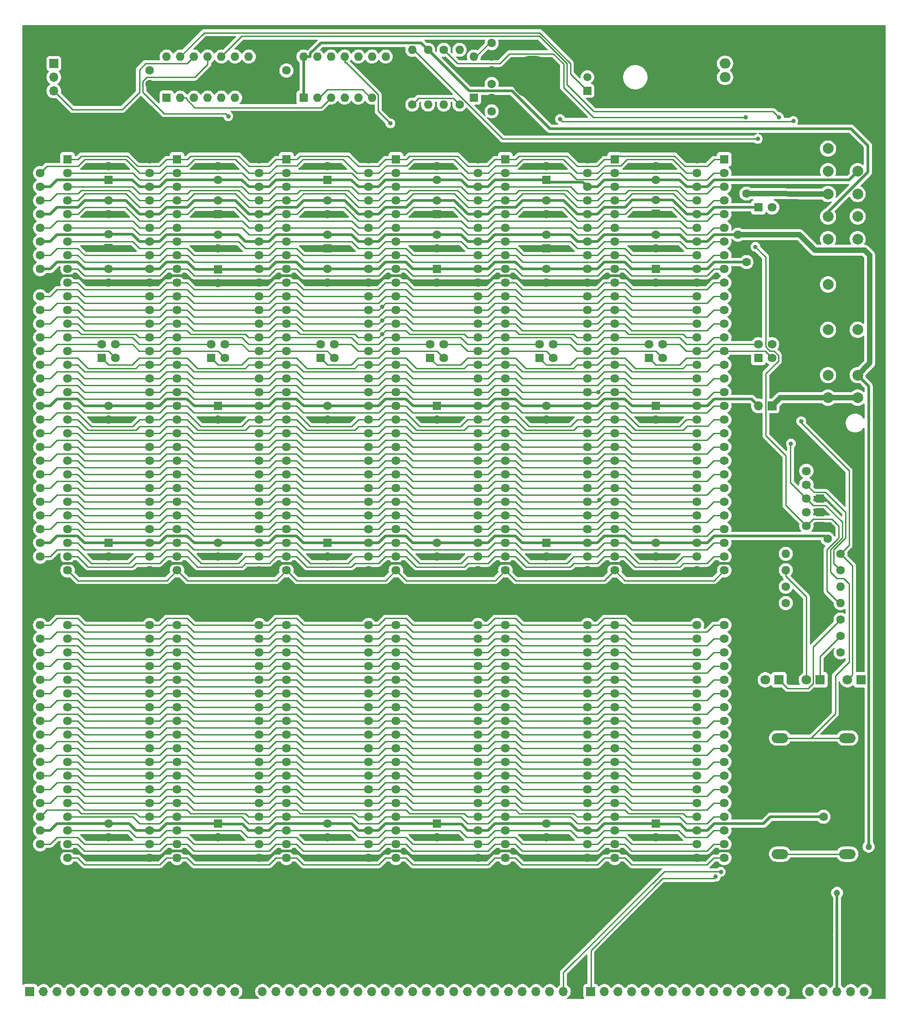
<source format=gtl>
G04 #@! TF.GenerationSoftware,KiCad,Pcbnew,7.0.7*
G04 #@! TF.CreationDate,2023-08-21T05:33:52-04:00*
G04 #@! TF.ProjectId,1 - ATX 16 bit ISA passive backplane,31202d20-4154-4582-9031-362062697420,2*
G04 #@! TF.SameCoordinates,Original*
G04 #@! TF.FileFunction,Copper,L1,Top*
G04 #@! TF.FilePolarity,Positive*
%FSLAX46Y46*%
G04 Gerber Fmt 4.6, Leading zero omitted, Abs format (unit mm)*
G04 Created by KiCad (PCBNEW 7.0.7) date 2023-08-21 05:33:52*
%MOMM*%
%LPD*%
G01*
G04 APERTURE LIST*
G04 #@! TA.AperFunction,ComponentPad*
%ADD10R,1.635000X1.635000*%
G04 #@! TD*
G04 #@! TA.AperFunction,ComponentPad*
%ADD11C,1.635000*%
G04 #@! TD*
G04 #@! TA.AperFunction,ComponentPad*
%ADD12C,0.900000*%
G04 #@! TD*
G04 #@! TA.AperFunction,ComponentPad*
%ADD13C,8.000000*%
G04 #@! TD*
G04 #@! TA.AperFunction,ComponentPad*
%ADD14C,1.600000*%
G04 #@! TD*
G04 #@! TA.AperFunction,ComponentPad*
%ADD15O,1.600000X1.600000*%
G04 #@! TD*
G04 #@! TA.AperFunction,ComponentPad*
%ADD16R,1.700000X1.700000*%
G04 #@! TD*
G04 #@! TA.AperFunction,ComponentPad*
%ADD17O,1.700000X1.700000*%
G04 #@! TD*
G04 #@! TA.AperFunction,ComponentPad*
%ADD18R,1.600000X1.600000*%
G04 #@! TD*
G04 #@! TA.AperFunction,ComponentPad*
%ADD19O,3.048000X1.850000*%
G04 #@! TD*
G04 #@! TA.AperFunction,ComponentPad*
%ADD20R,1.500000X1.500000*%
G04 #@! TD*
G04 #@! TA.AperFunction,ComponentPad*
%ADD21C,1.500000*%
G04 #@! TD*
G04 #@! TA.AperFunction,ComponentPad*
%ADD22R,1.800000X1.800000*%
G04 #@! TD*
G04 #@! TA.AperFunction,ComponentPad*
%ADD23C,1.800000*%
G04 #@! TD*
G04 #@! TA.AperFunction,ComponentPad*
%ADD24C,2.000000*%
G04 #@! TD*
G04 #@! TA.AperFunction,ComponentPad*
%ADD25R,2.000000X1.905000*%
G04 #@! TD*
G04 #@! TA.AperFunction,ComponentPad*
%ADD26O,2.000000X1.905000*%
G04 #@! TD*
G04 #@! TA.AperFunction,ViaPad*
%ADD27C,0.800000*%
G04 #@! TD*
G04 #@! TA.AperFunction,ViaPad*
%ADD28C,1.200000*%
G04 #@! TD*
G04 #@! TA.AperFunction,ViaPad*
%ADD29C,1.600000*%
G04 #@! TD*
G04 #@! TA.AperFunction,Conductor*
%ADD30C,0.250000*%
G04 #@! TD*
G04 #@! TA.AperFunction,Conductor*
%ADD31C,0.500000*%
G04 #@! TD*
G04 #@! TA.AperFunction,Conductor*
%ADD32C,1.000000*%
G04 #@! TD*
G04 APERTURE END LIST*
D10*
X75553400Y-77475000D03*
D11*
X75553400Y-74935000D03*
X78093400Y-77475000D03*
X78093400Y-74935000D03*
D10*
X55233400Y-77475000D03*
D11*
X55233400Y-74935000D03*
X57773400Y-77475000D03*
X57773400Y-74935000D03*
D12*
X91383400Y-180340000D03*
X92327981Y-178059581D03*
X92327981Y-182620419D03*
X94608400Y-177115000D03*
D13*
X94608400Y-180340000D03*
D12*
X94608400Y-183565000D03*
X96888819Y-178059581D03*
X96888819Y-182620419D03*
X97833400Y-180340000D03*
D14*
X172085000Y-125984000D03*
D15*
X161925000Y-125984000D03*
D10*
X168275000Y-103505000D03*
D11*
X165735000Y-103505000D03*
D14*
X36195000Y-48260000D03*
X36195000Y-50760000D03*
D16*
X21583400Y-194945000D03*
D17*
X24123400Y-194945000D03*
X26663400Y-194945000D03*
X29203400Y-194945000D03*
X31743400Y-194945000D03*
X34283400Y-194945000D03*
X36823400Y-194945000D03*
X39363400Y-194945000D03*
X41903400Y-194945000D03*
X44443400Y-194945000D03*
X46983400Y-194945000D03*
X49523400Y-194945000D03*
X52063400Y-194945000D03*
X54603400Y-194945000D03*
X57143400Y-194945000D03*
X59683400Y-194945000D03*
X62223400Y-194945000D03*
X64763400Y-194945000D03*
X67303400Y-194945000D03*
X69843400Y-194945000D03*
X72383400Y-194945000D03*
X74923400Y-194945000D03*
X77463400Y-194945000D03*
X80003400Y-194945000D03*
X82543400Y-194945000D03*
X85083400Y-194945000D03*
X87623400Y-194945000D03*
X90163400Y-194945000D03*
X92703400Y-194945000D03*
X95243400Y-194945000D03*
X97783400Y-194945000D03*
X100323400Y-194945000D03*
X102863400Y-194945000D03*
X105403400Y-194945000D03*
X107943400Y-194945000D03*
X110483400Y-194945000D03*
X113023400Y-194945000D03*
X115563400Y-194945000D03*
X118103400Y-194945000D03*
X120643400Y-194945000D03*
D18*
X97155000Y-60960000D03*
D14*
X97155000Y-63460000D03*
X56515000Y-111780000D03*
X56515000Y-114280000D03*
D10*
X95873400Y-77475000D03*
D11*
X95873400Y-74935000D03*
X98413400Y-77475000D03*
X98413400Y-74935000D03*
D10*
X34913400Y-77475000D03*
D11*
X34913400Y-74935000D03*
X37453400Y-77475000D03*
X37453400Y-74935000D03*
D14*
X172085000Y-116840000D03*
D15*
X161925000Y-116840000D03*
D12*
X111703400Y-25400000D03*
X112647981Y-23119581D03*
X112647981Y-27680419D03*
X114928400Y-22175000D03*
D13*
X114928400Y-25400000D03*
D12*
X114928400Y-28625000D03*
X117208819Y-23119581D03*
X117208819Y-27680419D03*
X118153400Y-25400000D03*
D10*
X168275000Y-98425000D03*
D11*
X165735000Y-98425000D03*
D19*
X160855000Y-164465000D03*
X173355000Y-164465000D03*
X160855000Y-169465000D03*
X173355000Y-169465000D03*
D16*
X125723400Y-194945000D03*
D17*
X128263400Y-194945000D03*
X130803400Y-194945000D03*
X133343400Y-194945000D03*
X135883400Y-194945000D03*
X138423400Y-194945000D03*
X140963400Y-194945000D03*
X143503400Y-194945000D03*
X146043400Y-194945000D03*
X148583400Y-194945000D03*
X151123400Y-194945000D03*
X153663400Y-194945000D03*
X156203400Y-194945000D03*
X158743400Y-194945000D03*
X161283400Y-194945000D03*
X163823400Y-194945000D03*
X166363400Y-194945000D03*
X168903400Y-194945000D03*
X171443400Y-194945000D03*
X173983400Y-194945000D03*
X176523400Y-194945000D03*
X179063400Y-194945000D03*
D14*
X172085000Y-113792000D03*
D15*
X161925000Y-113792000D03*
D18*
X36195000Y-44410000D03*
D14*
X36195000Y-41910000D03*
D18*
X56515000Y-163870000D03*
D14*
X56515000Y-166370000D03*
D20*
X125095000Y-27940000D03*
D21*
X125095000Y-25400000D03*
X125095000Y-22860000D03*
D16*
X159390000Y-86360000D03*
D17*
X156850000Y-86360000D03*
D18*
X76835000Y-44410000D03*
D14*
X76835000Y-41910000D03*
X92583000Y-30480000D03*
D15*
X92583000Y-20320000D03*
D14*
X36195000Y-163850000D03*
X36195000Y-166350000D03*
X107315000Y-26650000D03*
X107315000Y-24150000D03*
D18*
X56515000Y-61047600D03*
D14*
X56515000Y-63547600D03*
D12*
X157423400Y-180340000D03*
X158367981Y-178059581D03*
X158367981Y-182620419D03*
X160648400Y-177115000D03*
D13*
X160648400Y-180340000D03*
D12*
X160648400Y-183565000D03*
X162928819Y-178059581D03*
X162928819Y-182620419D03*
X163873400Y-180340000D03*
D22*
X175895000Y-137160000D03*
D23*
X173355000Y-137160000D03*
D14*
X117475000Y-163830000D03*
X117475000Y-166330000D03*
D18*
X117475000Y-111800000D03*
D14*
X117475000Y-114300000D03*
D18*
X36195000Y-111800000D03*
D14*
X36195000Y-114300000D03*
D18*
X104013000Y-29210000D03*
D15*
X104013000Y-21590000D03*
D14*
X56515000Y-54630000D03*
X56515000Y-57130000D03*
D10*
X89535000Y-40640000D03*
D11*
X89535000Y-43180000D03*
X89535000Y-45720000D03*
X89535000Y-48260000D03*
X89535000Y-50800000D03*
X89535000Y-53340000D03*
X89535000Y-55880000D03*
X89535000Y-58420000D03*
X89535000Y-60960000D03*
X89535000Y-63500000D03*
X89535000Y-66040000D03*
X89535000Y-68580000D03*
X89535000Y-71120000D03*
X89535000Y-73660000D03*
X89535000Y-76200000D03*
X89535000Y-78740000D03*
X89535000Y-81280000D03*
X89535000Y-83820000D03*
X89535000Y-86360000D03*
X89535000Y-88900000D03*
X89535000Y-91440000D03*
X89535000Y-93980000D03*
X89535000Y-96520000D03*
X89535000Y-99060000D03*
X89535000Y-101600000D03*
X89535000Y-104140000D03*
X89535000Y-106680000D03*
X89535000Y-109220000D03*
X89535000Y-111760000D03*
X89535000Y-114300000D03*
X89535000Y-116840000D03*
X84455000Y-40640000D03*
X84455000Y-43180000D03*
X84455000Y-45720000D03*
X84455000Y-48260000D03*
X84455000Y-50800000D03*
X84455000Y-53340000D03*
X84455000Y-55880000D03*
X84455000Y-58420000D03*
X84455000Y-60960000D03*
X84455000Y-63500000D03*
X84455000Y-66040000D03*
X84455000Y-68580000D03*
X84455000Y-71120000D03*
X84455000Y-73660000D03*
X84455000Y-76200000D03*
X84455000Y-78740000D03*
X84455000Y-81280000D03*
X84455000Y-83820000D03*
X84455000Y-86360000D03*
X84455000Y-88900000D03*
X84455000Y-91440000D03*
X84455000Y-93980000D03*
X84455000Y-96520000D03*
X84455000Y-99060000D03*
X84455000Y-101600000D03*
X84455000Y-104140000D03*
X84455000Y-106680000D03*
X84455000Y-109220000D03*
X84455000Y-111760000D03*
X84455000Y-114300000D03*
X84455000Y-116840000D03*
X89535000Y-127000000D03*
X89535000Y-129540000D03*
X89535000Y-132080000D03*
X89535000Y-134620000D03*
X89535000Y-137160000D03*
X89535000Y-139700000D03*
X89535000Y-142240000D03*
X89535000Y-144780000D03*
X89535000Y-147320000D03*
X89535000Y-149860000D03*
X89535000Y-152400000D03*
X89535000Y-154940000D03*
X89535000Y-157480000D03*
X89535000Y-160020000D03*
X89535000Y-162560000D03*
X89535000Y-165100000D03*
X89535000Y-167640000D03*
X89535000Y-170180000D03*
X84455000Y-127000000D03*
X84455000Y-129540000D03*
X84455000Y-132080000D03*
X84455000Y-134620000D03*
X84455000Y-137160000D03*
X84455000Y-139700000D03*
X84455000Y-142240000D03*
X84455000Y-144780000D03*
X84455000Y-147320000D03*
X84455000Y-149860000D03*
X84455000Y-152400000D03*
X84455000Y-154940000D03*
X84455000Y-157480000D03*
X84455000Y-160020000D03*
X84455000Y-162560000D03*
X84455000Y-165100000D03*
X84455000Y-167640000D03*
X84455000Y-170180000D03*
D14*
X36195000Y-86360000D03*
X36195000Y-88860000D03*
D18*
X137795000Y-50712400D03*
D14*
X137795000Y-48212400D03*
D18*
X97155000Y-50760000D03*
D14*
X97155000Y-48260000D03*
X76835000Y-163850000D03*
X76835000Y-166350000D03*
D18*
X56515000Y-50760000D03*
D14*
X56515000Y-48260000D03*
X161925000Y-119888000D03*
D15*
X172085000Y-119888000D03*
D14*
X56515000Y-44410000D03*
X56515000Y-41910000D03*
D12*
X111703400Y-180340000D03*
X112647981Y-178059581D03*
X112647981Y-182620419D03*
X114928400Y-177115000D03*
D13*
X114928400Y-180340000D03*
D12*
X114928400Y-183565000D03*
X117208819Y-178059581D03*
X117208819Y-182620419D03*
X118153400Y-180340000D03*
X157423400Y-25400000D03*
X158367981Y-23119581D03*
X158367981Y-27680419D03*
X160648400Y-22175000D03*
D13*
X160648400Y-25400000D03*
D12*
X160648400Y-28625000D03*
X162928819Y-23119581D03*
X162928819Y-27680419D03*
X163873400Y-25400000D03*
D10*
X156838400Y-77470000D03*
D11*
X156838400Y-74930000D03*
X159378400Y-77470000D03*
X159378400Y-74930000D03*
D18*
X137795000Y-61000000D03*
D14*
X137795000Y-63500000D03*
X69215000Y-24150000D03*
X69215000Y-26650000D03*
D15*
X101346000Y-20320000D03*
D14*
X101346000Y-30480000D03*
D22*
X168280000Y-137160000D03*
D23*
X165740000Y-137160000D03*
D10*
X116193400Y-77475000D03*
D11*
X116193400Y-74935000D03*
X118733400Y-77475000D03*
X118733400Y-74935000D03*
D14*
X107315000Y-31730000D03*
X107315000Y-29230000D03*
D22*
X160655000Y-137160000D03*
D23*
X158115000Y-137160000D03*
D10*
X150495000Y-40640000D03*
D11*
X150495000Y-43180000D03*
X150495000Y-45720000D03*
X150495000Y-48260000D03*
X150495000Y-50800000D03*
X150495000Y-53340000D03*
X150495000Y-55880000D03*
X150495000Y-58420000D03*
X150495000Y-60960000D03*
X150495000Y-63500000D03*
X150495000Y-66040000D03*
X150495000Y-68580000D03*
X150495000Y-71120000D03*
X150495000Y-73660000D03*
X150495000Y-76200000D03*
X150495000Y-78740000D03*
X150495000Y-81280000D03*
X150495000Y-83820000D03*
X150495000Y-86360000D03*
X150495000Y-88900000D03*
X150495000Y-91440000D03*
X150495000Y-93980000D03*
X150495000Y-96520000D03*
X150495000Y-99060000D03*
X150495000Y-101600000D03*
X150495000Y-104140000D03*
X150495000Y-106680000D03*
X150495000Y-109220000D03*
X150495000Y-111760000D03*
X150495000Y-114300000D03*
X150495000Y-116840000D03*
X145415000Y-40640000D03*
X145415000Y-43180000D03*
X145415000Y-45720000D03*
X145415000Y-48260000D03*
X145415000Y-50800000D03*
X145415000Y-53340000D03*
X145415000Y-55880000D03*
X145415000Y-58420000D03*
X145415000Y-60960000D03*
X145415000Y-63500000D03*
X145415000Y-66040000D03*
X145415000Y-68580000D03*
X145415000Y-71120000D03*
X145415000Y-73660000D03*
X145415000Y-76200000D03*
X145415000Y-78740000D03*
X145415000Y-81280000D03*
X145415000Y-83820000D03*
X145415000Y-86360000D03*
X145415000Y-88900000D03*
X145415000Y-91440000D03*
X145415000Y-93980000D03*
X145415000Y-96520000D03*
X145415000Y-99060000D03*
X145415000Y-101600000D03*
X145415000Y-104140000D03*
X145415000Y-106680000D03*
X145415000Y-109220000D03*
X145415000Y-111760000D03*
X145415000Y-114300000D03*
X145415000Y-116840000D03*
X150495000Y-127000000D03*
X150495000Y-129540000D03*
X150495000Y-132080000D03*
X150495000Y-134620000D03*
X150495000Y-137160000D03*
X150495000Y-139700000D03*
X150495000Y-142240000D03*
X150495000Y-144780000D03*
X150495000Y-147320000D03*
X150495000Y-149860000D03*
X150495000Y-152400000D03*
X150495000Y-154940000D03*
X150495000Y-157480000D03*
X150495000Y-160020000D03*
X150495000Y-162560000D03*
X150495000Y-165100000D03*
X150495000Y-167640000D03*
X150495000Y-170180000D03*
X145415000Y-127000000D03*
X145415000Y-129540000D03*
X145415000Y-132080000D03*
X145415000Y-134620000D03*
X145415000Y-137160000D03*
X145415000Y-139700000D03*
X145415000Y-142240000D03*
X145415000Y-144780000D03*
X145415000Y-147320000D03*
X145415000Y-149860000D03*
X145415000Y-152400000D03*
X145415000Y-154940000D03*
X145415000Y-157480000D03*
X145415000Y-160020000D03*
X145415000Y-162560000D03*
X145415000Y-165100000D03*
X145415000Y-167640000D03*
X145415000Y-170180000D03*
D10*
X136518400Y-77470000D03*
D11*
X136518400Y-74930000D03*
X139058400Y-77470000D03*
X139058400Y-74930000D03*
D10*
X48895000Y-40640000D03*
D11*
X48895000Y-43180000D03*
X48895000Y-45720000D03*
X48895000Y-48260000D03*
X48895000Y-50800000D03*
X48895000Y-53340000D03*
X48895000Y-55880000D03*
X48895000Y-58420000D03*
X48895000Y-60960000D03*
X48895000Y-63500000D03*
X48895000Y-66040000D03*
X48895000Y-68580000D03*
X48895000Y-71120000D03*
X48895000Y-73660000D03*
X48895000Y-76200000D03*
X48895000Y-78740000D03*
X48895000Y-81280000D03*
X48895000Y-83820000D03*
X48895000Y-86360000D03*
X48895000Y-88900000D03*
X48895000Y-91440000D03*
X48895000Y-93980000D03*
X48895000Y-96520000D03*
X48895000Y-99060000D03*
X48895000Y-101600000D03*
X48895000Y-104140000D03*
X48895000Y-106680000D03*
X48895000Y-109220000D03*
X48895000Y-111760000D03*
X48895000Y-114300000D03*
X48895000Y-116840000D03*
X43815000Y-40640000D03*
X43815000Y-43180000D03*
X43815000Y-45720000D03*
X43815000Y-48260000D03*
X43815000Y-50800000D03*
X43815000Y-53340000D03*
X43815000Y-55880000D03*
X43815000Y-58420000D03*
X43815000Y-60960000D03*
X43815000Y-63500000D03*
X43815000Y-66040000D03*
X43815000Y-68580000D03*
X43815000Y-71120000D03*
X43815000Y-73660000D03*
X43815000Y-76200000D03*
X43815000Y-78740000D03*
X43815000Y-81280000D03*
X43815000Y-83820000D03*
X43815000Y-86360000D03*
X43815000Y-88900000D03*
X43815000Y-91440000D03*
X43815000Y-93980000D03*
X43815000Y-96520000D03*
X43815000Y-99060000D03*
X43815000Y-101600000D03*
X43815000Y-104140000D03*
X43815000Y-106680000D03*
X43815000Y-109220000D03*
X43815000Y-111760000D03*
X43815000Y-114300000D03*
X43815000Y-116840000D03*
X48895000Y-127000000D03*
X48895000Y-129540000D03*
X48895000Y-132080000D03*
X48895000Y-134620000D03*
X48895000Y-137160000D03*
X48895000Y-139700000D03*
X48895000Y-142240000D03*
X48895000Y-144780000D03*
X48895000Y-147320000D03*
X48895000Y-149860000D03*
X48895000Y-152400000D03*
X48895000Y-154940000D03*
X48895000Y-157480000D03*
X48895000Y-160020000D03*
X48895000Y-162560000D03*
X48895000Y-165100000D03*
X48895000Y-167640000D03*
X48895000Y-170180000D03*
X43815000Y-127000000D03*
X43815000Y-129540000D03*
X43815000Y-132080000D03*
X43815000Y-134620000D03*
X43815000Y-137160000D03*
X43815000Y-139700000D03*
X43815000Y-142240000D03*
X43815000Y-144780000D03*
X43815000Y-147320000D03*
X43815000Y-149860000D03*
X43815000Y-152400000D03*
X43815000Y-154940000D03*
X43815000Y-157480000D03*
X43815000Y-160020000D03*
X43815000Y-162560000D03*
X43815000Y-165100000D03*
X43815000Y-167640000D03*
X43815000Y-170180000D03*
D14*
X172085000Y-132080000D03*
D15*
X161925000Y-132080000D03*
D18*
X76835000Y-57110000D03*
D14*
X76835000Y-54610000D03*
D10*
X130168400Y-40640000D03*
D11*
X130168400Y-43180000D03*
X130168400Y-45720000D03*
X130168400Y-48260000D03*
X130168400Y-50800000D03*
X130168400Y-53340000D03*
X130168400Y-55880000D03*
X130168400Y-58420000D03*
X130168400Y-60960000D03*
X130168400Y-63500000D03*
X130168400Y-66040000D03*
X130168400Y-68580000D03*
X130168400Y-71120000D03*
X130168400Y-73660000D03*
X130168400Y-76200000D03*
X130168400Y-78740000D03*
X130168400Y-81280000D03*
X130168400Y-83820000D03*
X130168400Y-86360000D03*
X130168400Y-88900000D03*
X130168400Y-91440000D03*
X130168400Y-93980000D03*
X130168400Y-96520000D03*
X130168400Y-99060000D03*
X130168400Y-101600000D03*
X130168400Y-104140000D03*
X130168400Y-106680000D03*
X130168400Y-109220000D03*
X130168400Y-111760000D03*
X130168400Y-114300000D03*
X130168400Y-116840000D03*
X125088400Y-40640000D03*
X125088400Y-43180000D03*
X125088400Y-45720000D03*
X125088400Y-48260000D03*
X125088400Y-50800000D03*
X125088400Y-53340000D03*
X125088400Y-55880000D03*
X125088400Y-58420000D03*
X125088400Y-60960000D03*
X125088400Y-63500000D03*
X125088400Y-66040000D03*
X125088400Y-68580000D03*
X125088400Y-71120000D03*
X125088400Y-73660000D03*
X125088400Y-76200000D03*
X125088400Y-78740000D03*
X125088400Y-81280000D03*
X125088400Y-83820000D03*
X125088400Y-86360000D03*
X125088400Y-88900000D03*
X125088400Y-91440000D03*
X125088400Y-93980000D03*
X125088400Y-96520000D03*
X125088400Y-99060000D03*
X125088400Y-101600000D03*
X125088400Y-104140000D03*
X125088400Y-106680000D03*
X125088400Y-109220000D03*
X125088400Y-111760000D03*
X125088400Y-114300000D03*
X125088400Y-116840000D03*
X130168400Y-127000000D03*
X130168400Y-129540000D03*
X130168400Y-132080000D03*
X130168400Y-134620000D03*
X130168400Y-137160000D03*
X130168400Y-139700000D03*
X130168400Y-142240000D03*
X130168400Y-144780000D03*
X130168400Y-147320000D03*
X130168400Y-149860000D03*
X130168400Y-152400000D03*
X130168400Y-154940000D03*
X130168400Y-157480000D03*
X130168400Y-160020000D03*
X130168400Y-162560000D03*
X130168400Y-165100000D03*
X130168400Y-167640000D03*
X130168400Y-170180000D03*
X125088400Y-127000000D03*
X125088400Y-129540000D03*
X125088400Y-132080000D03*
X125088400Y-134620000D03*
X125088400Y-137160000D03*
X125088400Y-139700000D03*
X125088400Y-142240000D03*
X125088400Y-144780000D03*
X125088400Y-147320000D03*
X125088400Y-149860000D03*
X125088400Y-152400000D03*
X125088400Y-154940000D03*
X125088400Y-157480000D03*
X125088400Y-160020000D03*
X125088400Y-162560000D03*
X125088400Y-165100000D03*
X125088400Y-167640000D03*
X125088400Y-170180000D03*
D10*
X28575000Y-40640000D03*
D11*
X28575000Y-43180000D03*
X28575000Y-45720000D03*
X28575000Y-48260000D03*
X28575000Y-50800000D03*
X28575000Y-53340000D03*
X28575000Y-55880000D03*
X28575000Y-58420000D03*
X28575000Y-60960000D03*
X28575000Y-63500000D03*
X28575000Y-66040000D03*
X28575000Y-68580000D03*
X28575000Y-71120000D03*
X28575000Y-73660000D03*
X28575000Y-76200000D03*
X28575000Y-78740000D03*
X28575000Y-81280000D03*
X28575000Y-83820000D03*
X28575000Y-86360000D03*
X28575000Y-88900000D03*
X28575000Y-91440000D03*
X28575000Y-93980000D03*
X28575000Y-96520000D03*
X28575000Y-99060000D03*
X28575000Y-101600000D03*
X28575000Y-104140000D03*
X28575000Y-106680000D03*
X28575000Y-109220000D03*
X28575000Y-111760000D03*
X28575000Y-114300000D03*
X28575000Y-116840000D03*
X23495000Y-40640000D03*
X23495000Y-43180000D03*
X23495000Y-45720000D03*
X23495000Y-48260000D03*
X23495000Y-50800000D03*
X23495000Y-53340000D03*
X23495000Y-55880000D03*
X23495000Y-58420000D03*
X23495000Y-60960000D03*
X23495000Y-63500000D03*
X23495000Y-66040000D03*
X23495000Y-68580000D03*
X23495000Y-71120000D03*
X23495000Y-73660000D03*
X23495000Y-76200000D03*
X23495000Y-78740000D03*
X23495000Y-81280000D03*
X23495000Y-83820000D03*
X23495000Y-86360000D03*
X23495000Y-88900000D03*
X23495000Y-91440000D03*
X23495000Y-93980000D03*
X23495000Y-96520000D03*
X23495000Y-99060000D03*
X23495000Y-101600000D03*
X23495000Y-104140000D03*
X23495000Y-106680000D03*
X23495000Y-109220000D03*
X23495000Y-111760000D03*
X23495000Y-114300000D03*
X23495000Y-116840000D03*
X28575000Y-127000000D03*
X28575000Y-129540000D03*
X28575000Y-132080000D03*
X28575000Y-134620000D03*
X28575000Y-137160000D03*
X28575000Y-139700000D03*
X28575000Y-142240000D03*
X28575000Y-144780000D03*
X28575000Y-147320000D03*
X28575000Y-149860000D03*
X28575000Y-152400000D03*
X28575000Y-154940000D03*
X28575000Y-157480000D03*
X28575000Y-160020000D03*
X28575000Y-162560000D03*
X28575000Y-165100000D03*
X28575000Y-167640000D03*
X28575000Y-170180000D03*
X23495000Y-127000000D03*
X23495000Y-129540000D03*
X23495000Y-132080000D03*
X23495000Y-134620000D03*
X23495000Y-137160000D03*
X23495000Y-139700000D03*
X23495000Y-142240000D03*
X23495000Y-144780000D03*
X23495000Y-147320000D03*
X23495000Y-149860000D03*
X23495000Y-152400000D03*
X23495000Y-154940000D03*
X23495000Y-157480000D03*
X23495000Y-160020000D03*
X23495000Y-162560000D03*
X23495000Y-165100000D03*
X23495000Y-167640000D03*
X23495000Y-170180000D03*
D18*
X117475000Y-57110000D03*
D14*
X117475000Y-54610000D03*
X76835000Y-86380000D03*
X76835000Y-88880000D03*
X137795000Y-54630000D03*
X137795000Y-57130000D03*
D10*
X168275000Y-108585000D03*
D11*
X165735000Y-108585000D03*
D12*
X32963400Y-180340000D03*
X33907981Y-178059581D03*
X33907981Y-182620419D03*
X36188400Y-177115000D03*
D13*
X36188400Y-180340000D03*
D12*
X36188400Y-183565000D03*
X38468819Y-178059581D03*
X38468819Y-182620419D03*
X39413400Y-180340000D03*
D14*
X97155000Y-54630000D03*
X97155000Y-57130000D03*
X117475000Y-86380000D03*
X117475000Y-88880000D03*
X117475000Y-48280000D03*
X117475000Y-50780000D03*
X76835000Y-60980000D03*
X76835000Y-63480000D03*
D10*
X168275000Y-106045000D03*
D11*
X165735000Y-106045000D03*
D14*
X172085000Y-129032000D03*
D15*
X161925000Y-129032000D03*
D14*
X117475000Y-60980000D03*
X117475000Y-63480000D03*
D19*
X160855000Y-147955000D03*
X173355000Y-147955000D03*
X160855000Y-152955000D03*
X173355000Y-152955000D03*
D12*
X32963400Y-25400000D03*
X33907981Y-23119581D03*
X33907981Y-27680419D03*
X36188400Y-22175000D03*
D13*
X36188400Y-25400000D03*
D12*
X36188400Y-28625000D03*
X38468819Y-23119581D03*
X38468819Y-27680419D03*
X39413400Y-25400000D03*
D16*
X26035000Y-22860000D03*
D17*
X26035000Y-25400000D03*
X26035000Y-27940000D03*
D14*
X137795000Y-44430000D03*
X137795000Y-41930000D03*
X95504000Y-20320000D03*
D15*
X95504000Y-30480000D03*
D18*
X97155000Y-86360000D03*
D14*
X97155000Y-88860000D03*
D18*
X72390000Y-29200000D03*
D15*
X74930000Y-29200000D03*
X77470000Y-29200000D03*
X80010000Y-29200000D03*
X82550000Y-29200000D03*
X85090000Y-29200000D03*
X87630000Y-29200000D03*
X87630000Y-21580000D03*
X85090000Y-21580000D03*
X82550000Y-21580000D03*
X80010000Y-21580000D03*
X77470000Y-21580000D03*
X74930000Y-21580000D03*
X72390000Y-21580000D03*
D10*
X168275000Y-100965000D03*
D11*
X165735000Y-100965000D03*
D18*
X97155000Y-163870000D03*
D14*
X97155000Y-166370000D03*
D24*
X169760000Y-84845000D03*
X169760000Y-80645000D03*
X169760000Y-76445000D03*
X169760000Y-72245000D03*
X169760000Y-68045000D03*
X169760000Y-63845000D03*
X169760000Y-59645000D03*
X169760000Y-55445000D03*
X169760000Y-51245000D03*
X169760000Y-47045000D03*
X169760000Y-42845000D03*
X169760000Y-38645000D03*
X175260000Y-84845000D03*
X175260000Y-80645000D03*
X175260000Y-76445000D03*
X175260000Y-72245000D03*
X175260000Y-68045000D03*
X175260000Y-63845000D03*
X175260000Y-59645000D03*
X175260000Y-55445000D03*
X175260000Y-51245000D03*
X175260000Y-47045000D03*
X175260000Y-42845000D03*
X175260000Y-38645000D03*
D18*
X76835000Y-111800000D03*
D14*
X76835000Y-114300000D03*
X98425000Y-20320000D03*
D15*
X98425000Y-30480000D03*
D18*
X46985000Y-29200000D03*
D15*
X49525000Y-29200000D03*
X52065000Y-29200000D03*
X54605000Y-29200000D03*
X57145000Y-29200000D03*
X59685000Y-29200000D03*
X62225000Y-29200000D03*
X62225000Y-21580000D03*
X59685000Y-21580000D03*
X57145000Y-21580000D03*
X54605000Y-21580000D03*
X52065000Y-21580000D03*
X49525000Y-21580000D03*
X46985000Y-21580000D03*
D18*
X36195000Y-57062400D03*
D14*
X36195000Y-54562400D03*
D10*
X69215000Y-40640000D03*
D11*
X69215000Y-43180000D03*
X69215000Y-45720000D03*
X69215000Y-48260000D03*
X69215000Y-50800000D03*
X69215000Y-53340000D03*
X69215000Y-55880000D03*
X69215000Y-58420000D03*
X69215000Y-60960000D03*
X69215000Y-63500000D03*
X69215000Y-66040000D03*
X69215000Y-68580000D03*
X69215000Y-71120000D03*
X69215000Y-73660000D03*
X69215000Y-76200000D03*
X69215000Y-78740000D03*
X69215000Y-81280000D03*
X69215000Y-83820000D03*
X69215000Y-86360000D03*
X69215000Y-88900000D03*
X69215000Y-91440000D03*
X69215000Y-93980000D03*
X69215000Y-96520000D03*
X69215000Y-99060000D03*
X69215000Y-101600000D03*
X69215000Y-104140000D03*
X69215000Y-106680000D03*
X69215000Y-109220000D03*
X69215000Y-111760000D03*
X69215000Y-114300000D03*
X69215000Y-116840000D03*
X64135000Y-40640000D03*
X64135000Y-43180000D03*
X64135000Y-45720000D03*
X64135000Y-48260000D03*
X64135000Y-50800000D03*
X64135000Y-53340000D03*
X64135000Y-55880000D03*
X64135000Y-58420000D03*
X64135000Y-60960000D03*
X64135000Y-63500000D03*
X64135000Y-66040000D03*
X64135000Y-68580000D03*
X64135000Y-71120000D03*
X64135000Y-73660000D03*
X64135000Y-76200000D03*
X64135000Y-78740000D03*
X64135000Y-81280000D03*
X64135000Y-83820000D03*
X64135000Y-86360000D03*
X64135000Y-88900000D03*
X64135000Y-91440000D03*
X64135000Y-93980000D03*
X64135000Y-96520000D03*
X64135000Y-99060000D03*
X64135000Y-101600000D03*
X64135000Y-104140000D03*
X64135000Y-106680000D03*
X64135000Y-109220000D03*
X64135000Y-111760000D03*
X64135000Y-114300000D03*
X64135000Y-116840000D03*
X69215000Y-127000000D03*
X69215000Y-129540000D03*
X69215000Y-132080000D03*
X69215000Y-134620000D03*
X69215000Y-137160000D03*
X69215000Y-139700000D03*
X69215000Y-142240000D03*
X69215000Y-144780000D03*
X69215000Y-147320000D03*
X69215000Y-149860000D03*
X69215000Y-152400000D03*
X69215000Y-154940000D03*
X69215000Y-157480000D03*
X69215000Y-160020000D03*
X69215000Y-162560000D03*
X69215000Y-165100000D03*
X69215000Y-167640000D03*
X69215000Y-170180000D03*
X64135000Y-127000000D03*
X64135000Y-129540000D03*
X64135000Y-132080000D03*
X64135000Y-134620000D03*
X64135000Y-137160000D03*
X64135000Y-139700000D03*
X64135000Y-142240000D03*
X64135000Y-144780000D03*
X64135000Y-147320000D03*
X64135000Y-149860000D03*
X64135000Y-152400000D03*
X64135000Y-154940000D03*
X64135000Y-157480000D03*
X64135000Y-160020000D03*
X64135000Y-162560000D03*
X64135000Y-165100000D03*
X64135000Y-167640000D03*
X64135000Y-170180000D03*
D14*
X137795000Y-111780000D03*
X137795000Y-114280000D03*
D25*
X150645000Y-27940000D03*
D26*
X150645000Y-25400000D03*
X150645000Y-22860000D03*
D14*
X97155000Y-111780000D03*
X97155000Y-114280000D03*
X97155000Y-44450000D03*
X97155000Y-41950000D03*
D10*
X109855000Y-40640000D03*
D11*
X109855000Y-43180000D03*
X109855000Y-45720000D03*
X109855000Y-48260000D03*
X109855000Y-50800000D03*
X109855000Y-53340000D03*
X109855000Y-55880000D03*
X109855000Y-58420000D03*
X109855000Y-60960000D03*
X109855000Y-63500000D03*
X109855000Y-66040000D03*
X109855000Y-68580000D03*
X109855000Y-71120000D03*
X109855000Y-73660000D03*
X109855000Y-76200000D03*
X109855000Y-78740000D03*
X109855000Y-81280000D03*
X109855000Y-83820000D03*
X109855000Y-86360000D03*
X109855000Y-88900000D03*
X109855000Y-91440000D03*
X109855000Y-93980000D03*
X109855000Y-96520000D03*
X109855000Y-99060000D03*
X109855000Y-101600000D03*
X109855000Y-104140000D03*
X109855000Y-106680000D03*
X109855000Y-109220000D03*
X109855000Y-111760000D03*
X109855000Y-114300000D03*
X109855000Y-116840000D03*
X104775000Y-40640000D03*
X104775000Y-43180000D03*
X104775000Y-45720000D03*
X104775000Y-48260000D03*
X104775000Y-50800000D03*
X104775000Y-53340000D03*
X104775000Y-55880000D03*
X104775000Y-58420000D03*
X104775000Y-60960000D03*
X104775000Y-63500000D03*
X104775000Y-66040000D03*
X104775000Y-68580000D03*
X104775000Y-71120000D03*
X104775000Y-73660000D03*
X104775000Y-76200000D03*
X104775000Y-78740000D03*
X104775000Y-81280000D03*
X104775000Y-83820000D03*
X104775000Y-86360000D03*
X104775000Y-88900000D03*
X104775000Y-91440000D03*
X104775000Y-93980000D03*
X104775000Y-96520000D03*
X104775000Y-99060000D03*
X104775000Y-101600000D03*
X104775000Y-104140000D03*
X104775000Y-106680000D03*
X104775000Y-109220000D03*
X104775000Y-111760000D03*
X104775000Y-114300000D03*
X104775000Y-116840000D03*
X109855000Y-127000000D03*
X109855000Y-129540000D03*
X109855000Y-132080000D03*
X109855000Y-134620000D03*
X109855000Y-137160000D03*
X109855000Y-139700000D03*
X109855000Y-142240000D03*
X109855000Y-144780000D03*
X109855000Y-147320000D03*
X109855000Y-149860000D03*
X109855000Y-152400000D03*
X109855000Y-154940000D03*
X109855000Y-157480000D03*
X109855000Y-160020000D03*
X109855000Y-162560000D03*
X109855000Y-165100000D03*
X109855000Y-167640000D03*
X109855000Y-170180000D03*
X104775000Y-127000000D03*
X104775000Y-129540000D03*
X104775000Y-132080000D03*
X104775000Y-134620000D03*
X104775000Y-137160000D03*
X104775000Y-139700000D03*
X104775000Y-142240000D03*
X104775000Y-144780000D03*
X104775000Y-147320000D03*
X104775000Y-149860000D03*
X104775000Y-152400000D03*
X104775000Y-154940000D03*
X104775000Y-157480000D03*
X104775000Y-160020000D03*
X104775000Y-162560000D03*
X104775000Y-165100000D03*
X104775000Y-167640000D03*
X104775000Y-170180000D03*
D14*
X76835000Y-48280000D03*
X76835000Y-50780000D03*
D18*
X137795000Y-86400000D03*
D14*
X137795000Y-88900000D03*
D10*
X156845000Y-49530000D03*
D11*
X159385000Y-49530000D03*
D18*
X117475000Y-44410000D03*
D14*
X117475000Y-41910000D03*
X36195000Y-60980000D03*
X36195000Y-63480000D03*
X161925000Y-122936000D03*
D15*
X172085000Y-122936000D03*
D18*
X137795000Y-163870000D03*
D14*
X137795000Y-166370000D03*
X43815000Y-24150000D03*
X43815000Y-26650000D03*
D18*
X56515000Y-86400000D03*
D14*
X56515000Y-88900000D03*
X107315000Y-21570000D03*
X107315000Y-19070000D03*
D27*
X56134000Y-18796000D03*
X103886000Y-19177000D03*
X162687000Y-45593000D03*
X153289000Y-78105000D03*
X158496000Y-95885000D03*
X123317000Y-193040000D03*
X172720000Y-142748000D03*
X175514000Y-131318000D03*
X150495000Y-180467000D03*
X153416000Y-166751000D03*
X153162000Y-124333000D03*
X66802000Y-21336000D03*
X166878000Y-41021000D03*
X156210000Y-41529000D03*
X162179000Y-58039000D03*
X159766000Y-82804000D03*
X160528000Y-91440000D03*
X164782000Y-89217500D03*
X156718000Y-36845000D03*
D28*
X99060000Y-117475000D03*
D27*
X117475000Y-170180000D03*
D28*
X137788000Y-170180000D03*
X179740000Y-173037000D03*
X38100000Y-38735000D03*
X97148400Y-170180000D03*
X56508400Y-170180000D03*
X99060000Y-38735000D03*
X58420000Y-117475000D03*
X36195000Y-170180000D03*
X139700000Y-38735000D03*
D27*
X76835000Y-170180000D03*
D28*
X38100000Y-117475000D03*
X119380000Y-117475000D03*
X58420000Y-38735000D03*
X78740000Y-117475000D03*
X78740000Y-38735000D03*
X119380000Y-38735000D03*
X139700000Y-117475000D03*
D27*
X160630000Y-32827100D03*
D29*
X168910000Y-162560000D03*
X169672000Y-110998000D03*
X154622000Y-46990000D03*
X154622000Y-59690000D03*
D28*
X171443000Y-176657000D03*
D29*
X153035000Y-54610000D03*
D28*
X177298000Y-168114000D03*
D27*
X88507400Y-33968900D03*
X58420000Y-32639000D03*
X86988400Y-67945000D03*
X86988400Y-70485000D03*
X86988400Y-73025000D03*
X127083000Y-83816700D03*
X127311000Y-103822000D03*
X149860000Y-172779000D03*
X148908000Y-173672000D03*
X120015000Y-33147000D03*
X163322000Y-33528000D03*
X154432000Y-32852300D03*
X156279200Y-56863000D03*
X162878000Y-93345000D03*
D30*
X92852350Y-20320000D02*
X92583000Y-20320000D01*
X109377350Y-36845000D02*
X92852350Y-20320000D01*
X156718000Y-36845000D02*
X109377350Y-36845000D01*
D31*
X169164000Y-110490000D02*
X148590000Y-110490000D01*
X147320000Y-111760000D02*
X145415000Y-111760000D01*
X169672000Y-110998000D02*
X169164000Y-110490000D01*
X148590000Y-110490000D02*
X147320000Y-111760000D01*
X171443000Y-184556500D02*
X171443000Y-176657000D01*
D30*
X163273200Y-33576800D02*
X163322000Y-33528000D01*
X120444800Y-33576800D02*
X163273200Y-33576800D01*
X120015000Y-33147000D02*
X120444800Y-33576800D01*
X42545000Y-28194000D02*
X46482000Y-32131000D01*
X42545000Y-26162000D02*
X42545000Y-28194000D01*
X57912000Y-32131000D02*
X58420000Y-32639000D01*
X54605000Y-22992000D02*
X52197000Y-25400000D01*
X46482000Y-32131000D02*
X57912000Y-32131000D01*
X54605000Y-21580000D02*
X54605000Y-22992000D01*
X52197000Y-25400000D02*
X43307000Y-25400000D01*
X43307000Y-25400000D02*
X42545000Y-26162000D01*
X41910000Y-28194000D02*
X38735000Y-31369000D01*
X29464000Y-31369000D02*
X26035000Y-27940000D01*
X43053000Y-22860000D02*
X41910000Y-24003000D01*
X50785000Y-22860000D02*
X43053000Y-22860000D01*
X38735000Y-31369000D02*
X29464000Y-31369000D01*
X52065000Y-21580000D02*
X50785000Y-22860000D01*
X41910000Y-24003000D02*
X41910000Y-28194000D01*
X172085000Y-113792000D02*
X174308000Y-116014000D01*
X174308000Y-136208000D02*
X173355000Y-137160000D01*
X173672000Y-112204000D02*
X172085000Y-113792000D01*
X164782000Y-89217500D02*
X164782000Y-89505300D01*
X174308000Y-116014000D02*
X174308000Y-136208000D01*
X164782000Y-89505300D02*
X173672000Y-98395300D01*
X173672000Y-98395300D02*
X173672000Y-112204000D01*
D31*
X162929000Y-24455400D02*
X162929000Y-23119600D01*
X168592000Y-40640000D02*
X173265000Y-40640000D01*
X157547000Y-180464000D02*
X157423000Y-180340000D01*
X38100000Y-38735000D02*
X41910000Y-38735000D01*
X41910000Y-38735000D02*
X43815000Y-40640000D01*
X104140000Y-117475000D02*
X104775000Y-116840000D01*
X35485500Y-178643000D02*
X34491400Y-178643000D01*
X139700000Y-38735000D02*
X126993000Y-38735000D01*
X137788000Y-170180000D02*
X145415000Y-170180000D01*
X38100000Y-117475000D02*
X32378400Y-117475000D01*
X106667000Y-63500000D02*
X107937000Y-62230000D01*
X92911300Y-182037000D02*
X91744600Y-182037000D01*
X34491300Y-179637000D02*
X33788400Y-180340000D01*
X160855000Y-164465000D02*
X173355000Y-164465000D01*
X64135000Y-63500000D02*
X66026800Y-63500000D01*
X32378400Y-117475000D02*
X30473400Y-115570000D01*
X157548000Y-180464000D02*
X157547000Y-180464000D01*
D32*
X169760000Y-68045000D02*
X175260000Y-68045000D01*
D31*
X133972000Y-117475000D02*
X139700000Y-117475000D01*
X56508400Y-170180000D02*
X64135000Y-170180000D01*
X111747000Y-115570000D02*
X107937000Y-115570000D01*
X123183000Y-38735000D02*
X119380000Y-38735000D01*
X111753000Y-168910000D02*
X113023000Y-170180000D01*
X38588400Y-179843000D02*
X38468800Y-179723000D01*
X128257000Y-115570000D02*
X132067000Y-115570000D01*
X33788400Y-180340000D02*
X32963400Y-180340000D01*
X37885500Y-181043000D02*
X37885500Y-182037000D01*
X125088400Y-63500000D02*
X126987000Y-63500000D01*
X151128000Y-168908000D02*
X148592000Y-168908000D01*
X153352000Y-168910000D02*
X151130000Y-168910000D01*
X36215000Y-63500000D02*
X36195000Y-63480000D01*
X97008400Y-180340000D02*
X97008400Y-179843000D01*
X71106800Y-115570000D02*
X67296800Y-115570000D01*
X66033400Y-170180000D02*
X67303400Y-168910000D01*
X73011800Y-117475000D02*
X71106800Y-115570000D01*
X50793400Y-168910000D02*
X52063400Y-170180000D01*
X119380000Y-117475000D02*
X124453000Y-117475000D01*
X71113400Y-168910000D02*
X72383400Y-170180000D01*
X45713400Y-116840000D02*
X43815000Y-116840000D01*
X67303400Y-168910000D02*
X71113400Y-168910000D01*
X126987000Y-116840000D02*
X128257000Y-115570000D01*
X82550000Y-38735000D02*
X78740000Y-38735000D01*
X84455000Y-63500000D02*
X86346800Y-63500000D01*
X111747000Y-62230000D02*
X113017000Y-63500000D01*
X33908000Y-27680400D02*
X32963400Y-26735800D01*
X26663400Y-115570000D02*
X25393400Y-116840000D01*
X67296800Y-62230000D02*
X71106800Y-62230000D01*
X133337000Y-63500000D02*
X133377000Y-63460000D01*
X71106800Y-62230000D02*
X72376800Y-63500000D01*
X36188400Y-177115000D02*
X36188400Y-177940000D01*
X91744600Y-182037000D02*
X92328000Y-182620000D01*
X162346000Y-181043000D02*
X162346000Y-181540000D01*
X113017000Y-63500000D02*
X113037000Y-63480000D01*
X132067000Y-62230000D02*
X133337000Y-63500000D01*
X36188400Y-180340000D02*
X35485500Y-179637000D01*
X52111000Y-63547600D02*
X56515000Y-63547600D01*
X157423000Y-180340000D02*
X157548000Y-180464000D01*
X96888800Y-179723000D02*
X96888800Y-178060000D01*
X132073000Y-168910000D02*
X133343000Y-170180000D01*
X87616800Y-115570000D02*
X86346800Y-116840000D01*
X92911300Y-181043000D02*
X92911300Y-182037000D01*
X38588400Y-179843000D02*
X38588400Y-180340000D01*
X23495000Y-63500000D02*
X25393400Y-63500000D01*
X39413400Y-180340000D02*
X38588400Y-180340000D01*
X50793400Y-115570000D02*
X46983400Y-115570000D01*
X58420000Y-38735000D02*
X62230000Y-38735000D01*
X91433400Y-168910000D02*
X92703400Y-170180000D01*
D32*
X91383400Y-180340000D02*
X73342500Y-180340000D01*
D31*
X161925000Y-129032000D02*
X161925000Y-125984000D01*
X43815000Y-63500000D02*
X45713400Y-63500000D01*
X151765000Y-115570000D02*
X158115000Y-121920000D01*
X147320000Y-170180000D02*
X145415000Y-170180000D01*
X157672000Y-180588000D02*
X157548000Y-180464000D01*
X25393400Y-116840000D02*
X23495000Y-116840000D01*
X83820000Y-117475000D02*
X84455000Y-116840000D01*
X38468800Y-27680400D02*
X39413400Y-26735800D01*
X30473400Y-115570000D02*
X26663400Y-115570000D01*
X97008400Y-179843000D02*
X96888800Y-179723000D01*
X25393400Y-63500000D02*
X26663400Y-62230000D01*
X157423000Y-25400000D02*
X158368000Y-26344600D01*
X166688000Y-38735000D02*
X168592000Y-40640000D01*
X104775000Y-170180000D02*
X106673000Y-170180000D01*
X34491400Y-178643000D02*
X34491300Y-178643000D01*
X107943000Y-168910000D02*
X111753000Y-168910000D01*
X66665000Y-29200000D02*
X69215000Y-26650000D01*
X76835000Y-170180000D02*
X84455000Y-170180000D01*
X117475000Y-170180000D02*
X125088400Y-170180000D01*
X35485500Y-179637000D02*
X35485500Y-178643000D01*
X97148400Y-170180000D02*
X104775000Y-170180000D01*
X158248000Y-180588000D02*
X158248000Y-180837000D01*
X78740000Y-117475000D02*
X83820000Y-117475000D01*
X148696000Y-115570000D02*
X151765000Y-115570000D01*
X179739000Y-173038000D02*
X157480000Y-173038000D01*
X64135000Y-170180000D02*
X66033400Y-170180000D01*
X97155000Y-63460000D02*
X104728000Y-63460000D01*
X36188400Y-177940000D02*
X35485500Y-178643000D01*
X158115000Y-121920000D02*
X158115000Y-123508000D01*
X158248000Y-178180000D02*
X158248000Y-180588000D01*
X25400000Y-38735000D02*
X23495000Y-40640000D01*
X99060000Y-117475000D02*
X104140000Y-117475000D01*
X50793400Y-62230000D02*
X52111000Y-63547600D01*
X126987000Y-63500000D02*
X128257000Y-62230000D01*
X34491400Y-178643000D02*
X34199700Y-178352000D01*
X72396800Y-63480000D02*
X76835000Y-63480000D01*
X38588400Y-180340000D02*
X37885500Y-181043000D01*
X43180000Y-117475000D02*
X43815000Y-116840000D01*
X158368000Y-180957000D02*
X158368000Y-182620000D01*
X32963400Y-26735800D02*
X32963400Y-25400000D01*
X163873000Y-26735800D02*
X163873000Y-25400000D01*
X62230000Y-38735000D02*
X64135000Y-40640000D01*
X107937000Y-62230000D02*
X111747000Y-62230000D01*
X160855000Y-152955000D02*
X173355000Y-152955000D01*
X111703000Y-180340000D02*
X112528000Y-180340000D01*
X78740000Y-117475000D02*
X73011800Y-117475000D01*
X160592000Y-125984000D02*
X161925000Y-125984000D01*
X67296800Y-115570000D02*
X66026800Y-116840000D01*
X37885500Y-178643000D02*
X38588400Y-179346000D01*
D32*
X62223400Y-191459000D02*
X62223400Y-194945000D01*
D31*
X125088000Y-40640000D02*
X125088000Y-40639800D01*
X145098000Y-117158000D02*
X145415000Y-116840000D01*
X125068000Y-63480000D02*
X125088000Y-63500000D01*
X124453000Y-117475000D02*
X125088000Y-116840000D01*
X113037000Y-63480000D02*
X117475000Y-63480000D01*
X119380000Y-38735000D02*
X106680000Y-38735000D01*
X43815000Y-63500000D02*
X36215000Y-63500000D01*
X102870000Y-38735000D02*
X99060000Y-38735000D01*
X62225000Y-28062000D02*
X62225000Y-29200000D01*
X76835000Y-63480000D02*
X84435000Y-63480000D01*
X38468800Y-179723000D02*
X38468800Y-178060000D01*
X39413400Y-26735800D02*
X39413400Y-25400000D01*
X92703400Y-170180000D02*
X97148400Y-170180000D01*
X148592000Y-168908000D02*
X147320000Y-170180000D01*
X99060000Y-38735000D02*
X86360000Y-38735000D01*
X72376800Y-63500000D02*
X72390000Y-63500000D01*
X58420000Y-117475000D02*
X63500000Y-117475000D01*
X163823000Y-186740000D02*
X163823000Y-194945000D01*
X60813000Y-26650000D02*
X62225000Y-28062000D01*
X104768000Y-63500000D02*
X104775000Y-63500000D01*
X86353400Y-170180000D02*
X87623400Y-168910000D01*
X125088400Y-170180000D02*
X126993000Y-170180000D01*
D32*
X97833400Y-180340000D02*
X111703000Y-180340000D01*
D31*
X158248000Y-180837000D02*
X158368000Y-180957000D01*
X125088000Y-116840000D02*
X126987000Y-116840000D01*
X173265000Y-40640000D02*
X175260000Y-38645000D01*
X72376800Y-63500000D02*
X72396800Y-63480000D01*
X163873000Y-180340000D02*
X163049000Y-180340000D01*
X157480000Y-173038000D02*
X153352000Y-168910000D01*
X162346000Y-181540000D02*
X162929000Y-182123000D01*
X87616800Y-62230000D02*
X91426800Y-62230000D01*
X162929000Y-27680400D02*
X163873000Y-26735800D01*
X31763400Y-63480000D02*
X36195000Y-63480000D01*
X113023000Y-170180000D02*
X117475000Y-170180000D01*
X139700000Y-117475000D02*
X144780000Y-117475000D01*
X62225000Y-29200000D02*
X66665000Y-29200000D01*
X37885500Y-182037000D02*
X38468800Y-182620000D01*
X45713400Y-170180000D02*
X46983400Y-168910000D01*
X30473400Y-62230000D02*
X31743400Y-63500000D01*
X78740000Y-38735000D02*
X66040000Y-38735000D01*
X26663400Y-168910000D02*
X30473400Y-168910000D01*
X46983400Y-62230000D02*
X50793400Y-62230000D01*
X99060000Y-117475000D02*
X93331800Y-117475000D01*
X163049000Y-180340000D02*
X162346000Y-181043000D01*
X91426800Y-62230000D02*
X92696800Y-63500000D01*
X63500000Y-117475000D02*
X64135000Y-116840000D01*
X92696800Y-63500000D02*
X92736800Y-63460000D01*
X158248000Y-180588000D02*
X157672000Y-180588000D01*
X126993000Y-170180000D02*
X128263000Y-168910000D01*
X96305500Y-181043000D02*
X97008400Y-180340000D01*
X158368000Y-26344600D02*
X158368000Y-27680400D01*
X56562600Y-63500000D02*
X56515000Y-63547600D01*
X84435000Y-63480000D02*
X84455000Y-63500000D01*
X72383400Y-170180000D02*
X76835000Y-170180000D01*
X106673000Y-170180000D02*
X107943000Y-168910000D01*
X34491300Y-178643000D02*
X34491300Y-179637000D01*
X38100000Y-38735000D02*
X25400000Y-38735000D01*
D32*
X94608400Y-180340000D02*
X91383400Y-180340000D01*
D31*
X179740000Y-173037000D02*
X179739000Y-173038000D01*
X133377000Y-63460000D02*
X145368000Y-63460000D01*
X161925000Y-132080000D02*
X161925000Y-129032000D01*
X38588400Y-179346000D02*
X38588400Y-179843000D01*
X31743400Y-63500000D02*
X31763400Y-63480000D01*
X25393400Y-170180000D02*
X26663400Y-168910000D01*
X93331800Y-117475000D02*
X91426800Y-115570000D01*
X126993000Y-38735000D02*
X125088000Y-40639800D01*
X23495000Y-170180000D02*
X25393400Y-170180000D01*
X86346800Y-63500000D02*
X87616800Y-62230000D01*
X45720000Y-38735000D02*
X58420000Y-38735000D01*
X64135000Y-63500000D02*
X56562600Y-63500000D01*
X104775000Y-63500000D02*
X106667000Y-63500000D01*
X31743400Y-170180000D02*
X36195000Y-170180000D01*
X158368000Y-178060000D02*
X158248000Y-178180000D01*
X145415000Y-40640000D02*
X143510000Y-38735000D01*
X97008400Y-180340000D02*
X97833400Y-180340000D01*
X52063400Y-170180000D02*
X56508400Y-170180000D01*
X144780000Y-117475000D02*
X145098000Y-117158000D01*
X84455000Y-170180000D02*
X86353400Y-170180000D01*
X145098000Y-117158000D02*
X147108000Y-117158000D01*
X104775000Y-40640000D02*
X102870000Y-38735000D01*
X96305500Y-182037000D02*
X96305500Y-181043000D01*
X145408000Y-63500000D02*
X145415000Y-63500000D01*
X104728000Y-63460000D02*
X104768000Y-63500000D01*
X132067000Y-115570000D02*
X133972000Y-117475000D01*
X92736800Y-63460000D02*
X97155000Y-63460000D01*
X145415000Y-40640000D02*
X147320000Y-38735000D01*
X91426800Y-115570000D02*
X87616800Y-115570000D01*
X46983400Y-168910000D02*
X50793400Y-168910000D01*
X143510000Y-38735000D02*
X139700000Y-38735000D01*
X66040000Y-38735000D02*
X64135000Y-40640000D01*
X106680000Y-38735000D02*
X104775000Y-40640000D01*
X106667000Y-116840000D02*
X104775000Y-116840000D01*
X86346800Y-116840000D02*
X84455000Y-116840000D01*
X117475000Y-63480000D02*
X125068000Y-63480000D01*
X107937000Y-115570000D02*
X106667000Y-116840000D01*
D32*
X73342500Y-180340000D02*
X62223400Y-191459000D01*
D31*
X30473400Y-168910000D02*
X31743400Y-170180000D01*
X147320000Y-38735000D02*
X166688000Y-38735000D01*
X113652000Y-117475000D02*
X111747000Y-115570000D01*
X43815000Y-170180000D02*
X45713400Y-170180000D01*
X26663400Y-62230000D02*
X30473400Y-62230000D01*
X133343000Y-170180000D02*
X137788000Y-170180000D01*
D32*
X169760000Y-76445000D02*
X175260000Y-76445000D01*
D31*
X128263000Y-168910000D02*
X132073000Y-168910000D01*
X145368000Y-63460000D02*
X145408000Y-63500000D01*
D32*
X169760000Y-59645000D02*
X175260000Y-59645000D01*
D31*
X38100000Y-117475000D02*
X43180000Y-117475000D01*
X58420000Y-117475000D02*
X52698400Y-117475000D01*
X125088000Y-63500000D02*
X125088400Y-63500000D01*
X66026800Y-116840000D02*
X64135000Y-116840000D01*
X160648000Y-183565000D02*
X163823000Y-186740000D01*
X84455000Y-40640000D02*
X82550000Y-38735000D01*
X162929000Y-182123000D02*
X162929000Y-182620000D01*
X37438400Y-26650000D02*
X36188400Y-25400000D01*
X36195000Y-170180000D02*
X43815000Y-170180000D01*
X119380000Y-117475000D02*
X113652000Y-117475000D01*
X66026800Y-63500000D02*
X67296800Y-62230000D01*
X151130000Y-168910000D02*
X151128000Y-168908000D01*
X43815000Y-40640000D02*
X45720000Y-38735000D01*
X96888800Y-182620000D02*
X96305500Y-182037000D01*
X43815000Y-26650000D02*
X60813000Y-26650000D01*
X125088000Y-40640000D02*
X123183000Y-38735000D01*
X125088000Y-40639800D02*
X125088000Y-40640000D01*
X158115000Y-123508000D02*
X160592000Y-125984000D01*
X147108000Y-117158000D02*
X148696000Y-115570000D01*
X45713400Y-63500000D02*
X46983400Y-62230000D01*
X87623400Y-168910000D02*
X91433400Y-168910000D01*
X46983400Y-115570000D02*
X45713400Y-116840000D01*
X52698400Y-117475000D02*
X50793400Y-115570000D01*
X86360000Y-38735000D02*
X84455000Y-40640000D01*
X163873000Y-25400000D02*
X162929000Y-24455400D01*
X128257000Y-62230000D02*
X132067000Y-62230000D01*
D30*
X121285000Y-26792500D02*
X121285000Y-22860000D01*
X161925000Y-117965000D02*
X165740000Y-121780000D01*
X60945000Y-17780000D02*
X57145000Y-21580000D01*
X159552900Y-31750000D02*
X126242500Y-31750000D01*
X160630000Y-32827100D02*
X159552900Y-31750000D01*
X121285000Y-22860000D02*
X116205000Y-17780000D01*
X165740000Y-121780000D02*
X165740000Y-137160000D01*
X116205000Y-17780000D02*
X60945000Y-17780000D01*
X126242500Y-31750000D02*
X121285000Y-26792500D01*
X161925000Y-116840000D02*
X161925000Y-117965000D01*
D31*
X76835000Y-163850000D02*
X81300000Y-163850000D01*
X82550000Y-165100000D02*
X84455000Y-165100000D01*
X133357000Y-111780000D02*
X137795000Y-111780000D01*
X143510000Y-45720000D02*
X145415000Y-45720000D01*
X23495000Y-165100000D02*
X25393400Y-165100000D01*
X56508600Y-163918000D02*
X56508400Y-163918000D01*
X26663400Y-44450000D02*
X36155000Y-44450000D01*
X45713400Y-111760000D02*
X46983400Y-110490000D01*
X61041000Y-163918000D02*
X56508800Y-163918000D01*
X97155000Y-111760000D02*
X104775000Y-111760000D01*
X113017000Y-111760000D02*
X117515000Y-111760000D01*
X137785000Y-163873000D02*
X137786000Y-163872000D01*
X43815000Y-45720000D02*
X45713400Y-45720000D01*
X84455000Y-111760000D02*
X86346800Y-111760000D01*
X36195000Y-163850000D02*
X40025000Y-163850000D01*
X62230000Y-45720000D02*
X64135000Y-45720000D01*
X168910000Y-162560000D02*
X159068000Y-162560000D01*
X64135000Y-165100000D02*
X66033400Y-165100000D01*
X43815000Y-111760000D02*
X45713400Y-111760000D01*
X23495000Y-45720000D02*
X25393400Y-45720000D01*
X137744000Y-163874000D02*
X137784000Y-163874000D01*
X67303400Y-163830000D02*
X71113400Y-163830000D01*
X56508800Y-163918000D02*
X56508600Y-163918000D01*
X84455000Y-165100000D02*
X86353400Y-165100000D01*
X25393400Y-111760000D02*
X26663400Y-110490000D01*
X173655000Y-44450000D02*
X175260000Y-42845000D01*
X71113400Y-163830000D02*
X71133400Y-163850000D01*
X97148600Y-163918000D02*
X97148800Y-163918000D01*
X86346800Y-45720000D02*
X87616800Y-44450000D01*
X56515000Y-111780000D02*
X64115000Y-111780000D01*
X147320000Y-45720000D02*
X148590000Y-44450000D01*
X56508800Y-163918000D02*
X56508600Y-163918000D01*
X81300000Y-163850000D02*
X82550000Y-165100000D01*
X97148600Y-163918000D02*
X97148400Y-163918000D01*
X76875000Y-111760000D02*
X76835000Y-111800000D01*
X159068000Y-162560000D02*
X157798000Y-163830000D01*
X66026800Y-111760000D02*
X67296800Y-110490000D01*
X46983400Y-110490000D02*
X50793400Y-110490000D01*
X123190000Y-165100000D02*
X125088400Y-165100000D01*
X64135000Y-45720000D02*
X66026800Y-45720000D01*
X142321000Y-163918000D02*
X143503000Y-165100000D01*
X117435000Y-44450000D02*
X117455000Y-44430000D01*
X106673000Y-165100000D02*
X107943000Y-163830000D01*
X46983400Y-44450000D02*
X50800000Y-44450000D01*
X111747000Y-110490000D02*
X113017000Y-111760000D01*
X56508600Y-163918000D02*
X56508400Y-163918000D01*
X56420800Y-163830000D02*
X46983400Y-163830000D01*
X60920000Y-44410000D02*
X62230000Y-45720000D01*
X137795000Y-44430000D02*
X142220000Y-44430000D01*
X101681000Y-163918000D02*
X102863000Y-165100000D01*
X36195000Y-44410000D02*
X40600000Y-44410000D01*
X91426800Y-110490000D02*
X92696800Y-111760000D01*
X26663400Y-163830000D02*
X30473400Y-163830000D01*
X104775000Y-45720000D02*
X106667000Y-45720000D01*
X87623400Y-163830000D02*
X97060800Y-163830000D01*
X92696800Y-111760000D02*
X97155000Y-111760000D01*
X132080000Y-44450000D02*
X132100000Y-44430000D01*
X56511000Y-163874000D02*
X56515000Y-163870000D01*
X66033400Y-165100000D02*
X67303400Y-163830000D01*
X30493400Y-163850000D02*
X36195000Y-163850000D01*
X137785000Y-163873000D02*
X137792000Y-163873000D01*
X137788000Y-163918000D02*
X142321000Y-163918000D01*
X126987000Y-111760000D02*
X128257000Y-110490000D01*
X97155000Y-44450000D02*
X101600000Y-44450000D01*
X97155000Y-111780000D02*
X97155000Y-111760000D01*
X137795000Y-111780000D02*
X145395000Y-111780000D01*
X107937000Y-110490000D02*
X111747000Y-110490000D01*
X41275000Y-165100000D02*
X43815000Y-165100000D01*
X97060800Y-163830000D02*
X97148400Y-163918000D01*
X104775000Y-111760000D02*
X106667000Y-111760000D01*
X64115000Y-111780000D02*
X64135000Y-111760000D01*
X56515000Y-44410000D02*
X60920000Y-44410000D01*
X45713400Y-165100000D02*
X43815000Y-165100000D01*
X126993000Y-165100000D02*
X128263000Y-163830000D01*
X50840000Y-44410000D02*
X56515000Y-44410000D01*
X117475000Y-163830000D02*
X121920000Y-163830000D01*
X132067000Y-110490000D02*
X133357000Y-111780000D01*
X117515000Y-111760000D02*
X117475000Y-111800000D01*
X148590000Y-163830000D02*
X147320000Y-165100000D01*
X25393400Y-165100000D02*
X26663400Y-163830000D01*
X56508600Y-163918000D02*
X56508400Y-163918000D01*
X97148600Y-163918000D02*
X97148400Y-163918000D01*
X82550000Y-45720000D02*
X84455000Y-45720000D01*
X97148400Y-163918000D02*
X97148600Y-163918000D01*
X23495000Y-111760000D02*
X25393400Y-111760000D01*
X128257000Y-44450000D02*
X132080000Y-44450000D01*
X72376800Y-111760000D02*
X76875000Y-111760000D01*
X50800000Y-44450000D02*
X50840000Y-44410000D01*
X121920000Y-163830000D02*
X123190000Y-165100000D01*
X66026800Y-45720000D02*
X67296800Y-44450000D01*
X87616800Y-44450000D02*
X97155000Y-44450000D01*
X145395000Y-111780000D02*
X145415000Y-111760000D01*
X67296800Y-44450000D02*
X71106800Y-44450000D01*
X41910000Y-45720000D02*
X43815000Y-45720000D01*
X36155000Y-44450000D02*
X36195000Y-44410000D01*
X40600000Y-44410000D02*
X41910000Y-45720000D01*
X143503000Y-165100000D02*
X145415000Y-165100000D01*
X56464600Y-163874000D02*
X56420800Y-163830000D01*
X137784000Y-163874000D02*
X137785000Y-163873000D01*
X36235000Y-111760000D02*
X43815000Y-111760000D01*
X107943000Y-163830000D02*
X117475000Y-163830000D01*
X97155000Y-163870000D02*
X97155000Y-163912000D01*
X56464600Y-163874000D02*
X56511000Y-163874000D01*
X25393400Y-45720000D02*
X26663400Y-44450000D01*
X86353400Y-165100000D02*
X87623400Y-163830000D01*
X142220000Y-44430000D02*
X143510000Y-45720000D01*
X125088400Y-165100000D02*
X126993000Y-165100000D01*
X31743400Y-111760000D02*
X36235000Y-111760000D01*
X71106800Y-44450000D02*
X71146800Y-44410000D01*
X50793400Y-110490000D02*
X52083400Y-111780000D01*
X86346800Y-111760000D02*
X87616800Y-110490000D01*
X102870000Y-45720000D02*
X104775000Y-45720000D01*
X104775000Y-165100000D02*
X106673000Y-165100000D01*
X137792000Y-163873000D02*
X137795000Y-163870000D01*
X76875000Y-111760000D02*
X84455000Y-111760000D01*
X45713400Y-45720000D02*
X46983400Y-44450000D01*
X117455000Y-44430000D02*
X117923000Y-44897900D01*
X46983400Y-163830000D02*
X45713400Y-165100000D01*
X145415000Y-45720000D02*
X147320000Y-45720000D01*
X106667000Y-111760000D02*
X107937000Y-110490000D01*
X30473400Y-163830000D02*
X30493400Y-163850000D01*
X64135000Y-165100000D02*
X62223400Y-165100000D01*
X106667000Y-45720000D02*
X107937000Y-44450000D01*
X125088400Y-111760000D02*
X126987000Y-111760000D01*
X87616800Y-110490000D02*
X91426800Y-110490000D01*
X132100000Y-44430000D02*
X137795000Y-44430000D01*
X125088000Y-45720000D02*
X125088400Y-45720000D01*
X137701000Y-163830000D02*
X137744000Y-163874000D01*
X128257000Y-110490000D02*
X132067000Y-110490000D01*
X128263000Y-163830000D02*
X137701000Y-163830000D01*
X117923000Y-44897900D02*
X124266000Y-44897900D01*
X71146800Y-44410000D02*
X76835000Y-44410000D01*
X107937000Y-44450000D02*
X117435000Y-44450000D01*
X62223400Y-165100000D02*
X61041000Y-163918000D01*
X101600000Y-44450000D02*
X102870000Y-45720000D01*
X97148800Y-163918000D02*
X101681000Y-163918000D01*
X56508400Y-163918000D02*
X56464600Y-163874000D01*
X36235000Y-111760000D02*
X36195000Y-111800000D01*
X147320000Y-165100000D02*
X145415000Y-165100000D01*
X52083400Y-111780000D02*
X56515000Y-111780000D01*
X102863000Y-165100000D02*
X104775000Y-165100000D01*
X148590000Y-44450000D02*
X173655000Y-44450000D01*
X76835000Y-44410000D02*
X81240000Y-44410000D01*
X64135000Y-111760000D02*
X66026800Y-111760000D01*
X71106800Y-110490000D02*
X72376800Y-111760000D01*
X137744000Y-163874000D02*
X137788000Y-163918000D01*
X97155000Y-163912000D02*
X97148800Y-163918000D01*
X71133400Y-163850000D02*
X76835000Y-163850000D01*
X84455000Y-45720000D02*
X86346800Y-45720000D01*
X30473400Y-110490000D02*
X31743400Y-111760000D01*
X157798000Y-163830000D02*
X148590000Y-163830000D01*
X26663400Y-110490000D02*
X30473400Y-110490000D01*
X67296800Y-110490000D02*
X71106800Y-110490000D01*
X40025000Y-163850000D02*
X41275000Y-165100000D01*
X124266000Y-44897900D02*
X125088000Y-45720000D01*
X81240000Y-44410000D02*
X82550000Y-45720000D01*
X126987000Y-45720000D02*
X128257000Y-44450000D01*
X117515000Y-111760000D02*
X125088400Y-111760000D01*
X125088400Y-45720000D02*
X126987000Y-45720000D01*
X117455000Y-44430000D02*
X117475000Y-44410000D01*
X97148800Y-163918000D02*
X97148600Y-163918000D01*
X72390000Y-48260000D02*
X72410000Y-48280000D01*
X72410000Y-48280000D02*
X76835000Y-48280000D01*
X117475000Y-48280000D02*
X120670000Y-48280000D01*
X76835000Y-48280000D02*
X80030000Y-48280000D01*
X143510000Y-50800000D02*
X145408000Y-50800000D01*
X87616800Y-49530000D02*
X91440000Y-49530000D01*
X45713400Y-50800000D02*
X46983400Y-49530000D01*
X137795000Y-48212400D02*
X140922000Y-48212400D01*
X31750000Y-48260000D02*
X36195000Y-48260000D01*
X113030000Y-48260000D02*
X113050000Y-48280000D01*
X106667000Y-50800000D02*
X107937000Y-49530000D01*
X92710000Y-48260000D02*
X97155000Y-48260000D01*
X64135000Y-50800000D02*
X66026800Y-50800000D01*
X102870000Y-50800000D02*
X104768000Y-50800000D01*
X43815000Y-50800000D02*
X45713400Y-50800000D01*
X25393400Y-50800000D02*
X26663400Y-49530000D01*
X145408000Y-50800000D02*
X145415000Y-50800000D01*
X71120000Y-49530000D02*
X72390000Y-48260000D01*
X147320000Y-50800000D02*
X148590000Y-49530000D01*
X36195000Y-48260000D02*
X39370000Y-48260000D01*
X39370000Y-48260000D02*
X41910000Y-50800000D01*
X62230000Y-50800000D02*
X64135000Y-50800000D01*
X113050000Y-48280000D02*
X117475000Y-48280000D01*
X59690000Y-48260000D02*
X62230000Y-50800000D01*
X123190000Y-50800000D02*
X125088400Y-50800000D01*
X67296800Y-49530000D02*
X71120000Y-49530000D01*
X26663400Y-49530000D02*
X30480000Y-49530000D01*
X107937000Y-49530000D02*
X111760000Y-49530000D01*
X46983400Y-49530000D02*
X50800000Y-49530000D01*
X104768000Y-50800000D02*
X104775000Y-50800000D01*
X97155000Y-48260000D02*
X100330000Y-48260000D01*
X125088400Y-50800000D02*
X126987000Y-50800000D01*
X132080000Y-49530000D02*
X133398000Y-48212400D01*
X140922000Y-48212400D02*
X143510000Y-50800000D01*
X30480000Y-49530000D02*
X31750000Y-48260000D01*
X148590000Y-49530000D02*
X156845000Y-49530000D01*
X91440000Y-49530000D02*
X92710000Y-48260000D01*
X80030000Y-48280000D02*
X82550000Y-50800000D01*
X82550000Y-50800000D02*
X84455000Y-50800000D01*
X41910000Y-50800000D02*
X43815000Y-50800000D01*
X23495000Y-50800000D02*
X25393400Y-50800000D01*
X56515000Y-48260000D02*
X59690000Y-48260000D01*
X50800000Y-49530000D02*
X52070000Y-48260000D01*
X104775000Y-50800000D02*
X106667000Y-50800000D01*
X120670000Y-48280000D02*
X123190000Y-50800000D01*
X128257000Y-49530000D02*
X132080000Y-49530000D01*
X52070000Y-48260000D02*
X56515000Y-48260000D01*
X66026800Y-50800000D02*
X67296800Y-49530000D01*
X86346800Y-50800000D02*
X87616800Y-49530000D01*
X100330000Y-48260000D02*
X102870000Y-50800000D01*
X145415000Y-50800000D02*
X147320000Y-50800000D01*
X111760000Y-49530000D02*
X113030000Y-48260000D01*
X84455000Y-50800000D02*
X86346800Y-50800000D01*
X126987000Y-50800000D02*
X128257000Y-49530000D01*
X133398000Y-48212400D02*
X137795000Y-48212400D01*
X125068000Y-60980000D02*
X125088000Y-60960000D01*
X132067000Y-59690000D02*
X133337000Y-60960000D01*
X25393400Y-60960000D02*
X26663400Y-59690000D01*
X137835000Y-60960000D02*
X145415000Y-60960000D01*
X52157600Y-61047600D02*
X56515000Y-61047600D01*
X30473400Y-59690000D02*
X31763400Y-60980000D01*
X72376800Y-60960000D02*
X72390000Y-60960000D01*
X84435000Y-60980000D02*
X84455000Y-60960000D01*
X113037000Y-60980000D02*
X117475000Y-60980000D01*
X106667000Y-60960000D02*
X107937000Y-59690000D01*
X36215000Y-60960000D02*
X36195000Y-60980000D01*
X31763400Y-60980000D02*
X36195000Y-60980000D01*
X92696800Y-60960000D02*
X97155000Y-60960000D01*
X117475000Y-60980000D02*
X125068000Y-60980000D01*
X26663400Y-59690000D02*
X30473400Y-59690000D01*
X46983400Y-59690000D02*
X50800000Y-59690000D01*
X43815000Y-60960000D02*
X36215000Y-60960000D01*
X56515000Y-61047600D02*
X64047400Y-61047600D01*
X125088000Y-60960000D02*
X125088400Y-60960000D01*
X137835000Y-60960000D02*
X137795000Y-61000000D01*
X67296800Y-59690000D02*
X71106800Y-59690000D01*
X87616800Y-59690000D02*
X91426800Y-59690000D01*
X71106800Y-59690000D02*
X72376800Y-60960000D01*
X145415000Y-60960000D02*
X147320000Y-60960000D01*
X97155000Y-60960000D02*
X104775000Y-60960000D01*
X45713400Y-60960000D02*
X46983400Y-59690000D01*
X126987000Y-60960000D02*
X128257000Y-59690000D01*
X111747000Y-59690000D02*
X113037000Y-60980000D01*
X23495000Y-60960000D02*
X25393400Y-60960000D01*
X72390000Y-60960000D02*
X72410000Y-60980000D01*
X43815000Y-60960000D02*
X45713400Y-60960000D01*
X66026800Y-60960000D02*
X67296800Y-59690000D01*
X147320000Y-60960000D02*
X148590000Y-59690000D01*
X148590000Y-59690000D02*
X154622000Y-59690000D01*
X107937000Y-59690000D02*
X111747000Y-59690000D01*
X72410000Y-60980000D02*
X76835000Y-60980000D01*
X104775000Y-60960000D02*
X106667000Y-60960000D01*
X91426800Y-59690000D02*
X92696800Y-60960000D01*
X64047400Y-61047600D02*
X64135000Y-60960000D01*
X133337000Y-60960000D02*
X137835000Y-60960000D01*
X84455000Y-60960000D02*
X86346800Y-60960000D01*
X125088400Y-60960000D02*
X126987000Y-60960000D01*
X64135000Y-60960000D02*
X66026800Y-60960000D01*
X128257000Y-59690000D02*
X132067000Y-59690000D01*
D32*
X169760000Y-47045000D02*
X154622000Y-46990000D01*
D31*
X76835000Y-60980000D02*
X84435000Y-60980000D01*
X86346800Y-60960000D02*
X87616800Y-59690000D01*
X50800000Y-59690000D02*
X52157600Y-61047600D01*
X64128400Y-60960000D02*
X64135000Y-60960000D01*
X107937000Y-54610000D02*
X117475000Y-54610000D01*
X125088400Y-55880000D02*
X126987000Y-55880000D01*
X41910000Y-55880000D02*
X43815000Y-55880000D01*
X64128400Y-55880000D02*
X64135000Y-55880000D01*
X23495000Y-55880000D02*
X25393400Y-55880000D01*
X26663400Y-54610000D02*
X36147400Y-54610000D01*
X61595000Y-55880000D02*
X64128400Y-55880000D01*
X97155000Y-54630000D02*
X101620000Y-54630000D01*
X36147400Y-54610000D02*
X36195000Y-54562400D01*
X128257000Y-54610000D02*
X132067000Y-54610000D01*
X81280000Y-54610000D02*
X82550000Y-55880000D01*
X36195000Y-54562400D02*
X40592400Y-54562400D01*
X64135000Y-55880000D02*
X66026800Y-55880000D01*
X91426800Y-54610000D02*
X91446800Y-54630000D01*
X142260000Y-54630000D02*
X143510000Y-55880000D01*
X177298000Y-168114000D02*
X177298000Y-82683400D01*
X86346800Y-55880000D02*
X87616800Y-54610000D01*
D32*
X176530000Y-57467500D02*
X177482000Y-58420000D01*
D31*
X76835000Y-54610000D02*
X81280000Y-54610000D01*
X117475000Y-54610000D02*
X121920000Y-54610000D01*
D32*
X153035000Y-54610000D02*
X164465000Y-54610000D01*
D31*
X25393400Y-55880000D02*
X26663400Y-54610000D01*
X46983400Y-54610000D02*
X50793400Y-54610000D01*
X60345000Y-54630000D02*
X61595000Y-55880000D01*
X40592400Y-54562400D02*
X41910000Y-55880000D01*
X132087000Y-54630000D02*
X137795000Y-54630000D01*
D32*
X164465000Y-54610000D02*
X167322000Y-57467500D01*
D31*
X45713400Y-55880000D02*
X46983400Y-54610000D01*
D32*
X167322000Y-57467500D02*
X176530000Y-57467500D01*
D31*
X132067000Y-54610000D02*
X132087000Y-54630000D01*
X121920000Y-54610000D02*
X123190000Y-55880000D01*
X148590000Y-54610000D02*
X153035000Y-54610000D01*
X177298000Y-82683400D02*
X175260000Y-80645000D01*
X87616800Y-54610000D02*
X91426800Y-54610000D01*
X102870000Y-55880000D02*
X104775000Y-55880000D01*
X106667000Y-55880000D02*
X107937000Y-54610000D01*
X145415000Y-55880000D02*
X147320000Y-55880000D01*
X123190000Y-55880000D02*
X125088400Y-55880000D01*
X67296800Y-54610000D02*
X76835000Y-54610000D01*
X50793400Y-54610000D02*
X50813400Y-54630000D01*
X84455000Y-55880000D02*
X86346800Y-55880000D01*
X91446800Y-54630000D02*
X97155000Y-54630000D01*
X171443400Y-184556900D02*
X171443400Y-194945000D01*
X82550000Y-55880000D02*
X84455000Y-55880000D01*
X126987000Y-55880000D02*
X128257000Y-54610000D01*
X137795000Y-54630000D02*
X142260000Y-54630000D01*
X143510000Y-55880000D02*
X145415000Y-55880000D01*
D32*
X177482000Y-58420000D02*
X177482000Y-78422500D01*
D31*
X147320000Y-55880000D02*
X148590000Y-54610000D01*
X50813400Y-54630000D02*
X56515000Y-54630000D01*
X171443000Y-184556500D02*
X171443400Y-184556900D01*
D32*
X177482000Y-78422500D02*
X175260000Y-80645000D01*
D31*
X101620000Y-54630000D02*
X102870000Y-55880000D01*
X56515000Y-54630000D02*
X60345000Y-54630000D01*
X43815000Y-55880000D02*
X45713400Y-55880000D01*
X104775000Y-55880000D02*
X106667000Y-55880000D01*
X171443000Y-194945000D02*
X171443000Y-184556500D01*
X66026800Y-55880000D02*
X67296800Y-54610000D01*
X71106800Y-85090000D02*
X72396800Y-86380000D01*
X97188400Y-86400000D02*
X104728000Y-86400000D01*
X84435000Y-86380000D02*
X84455000Y-86360000D01*
X97155000Y-86366600D02*
X97155000Y-86360000D01*
X36195000Y-86360000D02*
X43815000Y-86360000D01*
X26663400Y-85090000D02*
X30473400Y-85090000D01*
X132067000Y-85090000D02*
X133377000Y-86400000D01*
X145395000Y-86380000D02*
X145415000Y-86360000D01*
X66026800Y-86360000D02*
X67296800Y-85090000D01*
X64128400Y-86360000D02*
X64135000Y-86360000D01*
X125088000Y-86360000D02*
X125088400Y-86360000D01*
X76835000Y-86380000D02*
X84435000Y-86380000D01*
X104775000Y-86360000D02*
X106667000Y-86360000D01*
X52103400Y-86400000D02*
X56515000Y-86400000D01*
X67296800Y-85090000D02*
X71106800Y-85090000D01*
X104728000Y-86400000D02*
X104768000Y-86360000D01*
X133377000Y-86400000D02*
X137795000Y-86400000D01*
X147320000Y-86360000D02*
X148590000Y-85090000D01*
X92736800Y-86400000D02*
X97188400Y-86400000D01*
X86346800Y-86360000D02*
X87616800Y-85090000D01*
X46983400Y-85090000D02*
X50793400Y-85090000D01*
X107937000Y-85090000D02*
X111747000Y-85090000D01*
X45713400Y-86360000D02*
X46983400Y-85090000D01*
X43815000Y-86360000D02*
X45713400Y-86360000D01*
X155580000Y-85090000D02*
X156850000Y-86360000D01*
X128257000Y-85090000D02*
X132067000Y-85090000D01*
X30473400Y-85090000D02*
X31743400Y-86360000D01*
X25393400Y-86360000D02*
X26663400Y-85090000D01*
X56515000Y-86400000D02*
X64095000Y-86400000D01*
X84455000Y-86360000D02*
X86346800Y-86360000D01*
X145388000Y-86380000D02*
X145395000Y-86380000D01*
X125068000Y-86380000D02*
X125088000Y-86360000D01*
X91426800Y-85090000D02*
X92736800Y-86400000D01*
X145368000Y-86400000D02*
X145388000Y-86380000D01*
X97155000Y-86366600D02*
X97148400Y-86360000D01*
X111747000Y-85090000D02*
X113037000Y-86380000D01*
X87616800Y-85090000D02*
X91426800Y-85090000D01*
X31743400Y-86360000D02*
X36195000Y-86360000D01*
X50793400Y-85090000D02*
X52103400Y-86400000D01*
X137795000Y-86400000D02*
X145368000Y-86400000D01*
X113037000Y-86380000D02*
X117475000Y-86380000D01*
X72396800Y-86380000D02*
X76835000Y-86380000D01*
X23495000Y-86360000D02*
X25393400Y-86360000D01*
X64095000Y-86400000D02*
X64135000Y-86360000D01*
X104768000Y-86360000D02*
X104775000Y-86360000D01*
X106667000Y-86360000D02*
X107937000Y-85090000D01*
X126987000Y-86360000D02*
X128257000Y-85090000D01*
X145415000Y-86360000D02*
X147320000Y-86360000D01*
X125088400Y-86360000D02*
X126987000Y-86360000D01*
X117475000Y-86380000D02*
X125068000Y-86380000D01*
X148590000Y-85090000D02*
X155580000Y-85090000D01*
X145388000Y-86380000D02*
X145408000Y-86360000D01*
X64135000Y-86360000D02*
X66026800Y-86360000D01*
X97188400Y-86400000D02*
X97155000Y-86366600D01*
X73641900Y-21032300D02*
X75663000Y-19011200D01*
X177165000Y-38100000D02*
X177165000Y-42994400D01*
X103124000Y-27940000D02*
X111097400Y-27940000D01*
X174020000Y-34955100D02*
X177165000Y-38100000D01*
X75663000Y-19011200D02*
X94195200Y-19011200D01*
X111097400Y-27940000D02*
X118112500Y-34955100D01*
X118112500Y-34955100D02*
X174020000Y-34955100D01*
X169760000Y-50399400D02*
X169760000Y-51245000D01*
X72390000Y-21580000D02*
X73641900Y-21580000D01*
X72390000Y-29200000D02*
X72390000Y-21580000D01*
X73641900Y-21580000D02*
X73641900Y-21032300D01*
X94195200Y-19011200D02*
X95504000Y-20320000D01*
X95504000Y-20320000D02*
X103124000Y-27940000D01*
X177165000Y-42994400D02*
X169760000Y-50399400D01*
D30*
X104394000Y-21590000D02*
X104013000Y-21590000D01*
X106914000Y-19070000D02*
X104394000Y-21590000D01*
X107315000Y-19070000D02*
X106914000Y-19070000D01*
X147307000Y-44450000D02*
X148577000Y-43180000D01*
X67303400Y-43180000D02*
X69208400Y-43180000D01*
X62230000Y-44450000D02*
X66033400Y-44450000D01*
X87616800Y-43180000D02*
X89535000Y-43180000D01*
X142240000Y-43180000D02*
X143510000Y-44450000D01*
X102870000Y-44450000D02*
X106667000Y-44450000D01*
X101600000Y-43180000D02*
X102870000Y-44450000D01*
X69208400Y-43180000D02*
X69215000Y-43180000D01*
X106667000Y-44450000D02*
X107937000Y-43180000D01*
X121906000Y-43180000D02*
X123048000Y-44322500D01*
X66033400Y-44450000D02*
X67303400Y-43180000D01*
X45713400Y-44450000D02*
X46983400Y-43180000D01*
X48895000Y-43180000D02*
X60960000Y-43180000D01*
X127947000Y-43180000D02*
X130168400Y-43180000D01*
X40640000Y-43180000D02*
X41910000Y-44450000D01*
X89535000Y-43180000D02*
X101600000Y-43180000D01*
X123048000Y-44322500D02*
X126804000Y-44322500D01*
X41910000Y-44450000D02*
X45713400Y-44450000D01*
X69215000Y-43180000D02*
X81280000Y-43180000D01*
X82550000Y-44450000D02*
X86346800Y-44450000D01*
X143510000Y-44450000D02*
X147307000Y-44450000D01*
X46983400Y-43180000D02*
X48895000Y-43180000D01*
X109855000Y-43180000D02*
X121906000Y-43180000D01*
X107937000Y-43180000D02*
X109855000Y-43180000D01*
X28575000Y-43180000D02*
X40640000Y-43180000D01*
X86346800Y-44450000D02*
X87616800Y-43180000D01*
X69208400Y-43180000D02*
X69215000Y-43180000D01*
X126804000Y-44322500D02*
X127947000Y-43180000D01*
X148577000Y-43180000D02*
X150495000Y-43180000D01*
X81280000Y-43180000D02*
X82550000Y-44450000D01*
X130168400Y-43180000D02*
X142240000Y-43180000D01*
X60960000Y-43180000D02*
X62230000Y-44450000D01*
X45713400Y-46990000D02*
X46983400Y-45720000D01*
X87616800Y-45720000D02*
X89535000Y-45720000D01*
X46983400Y-45720000D02*
X48895000Y-45720000D01*
X143510000Y-46990000D02*
X147307000Y-46990000D01*
X81280000Y-45720000D02*
X82550000Y-46990000D01*
X40640000Y-45720000D02*
X41910000Y-46990000D01*
X130168400Y-45720000D02*
X142240000Y-45720000D01*
X69208400Y-45720000D02*
X67303400Y-45720000D01*
X126987000Y-46990000D02*
X128257000Y-45720000D01*
X62230000Y-46990000D02*
X60960000Y-45720000D01*
X69215000Y-45720000D02*
X81280000Y-45720000D01*
X102870000Y-46990000D02*
X106667000Y-46990000D01*
X66033400Y-46990000D02*
X62230000Y-46990000D01*
X67303400Y-45720000D02*
X66033400Y-46990000D01*
X128257000Y-45720000D02*
X130168400Y-45720000D01*
X101600000Y-45720000D02*
X102870000Y-46990000D01*
X41910000Y-46990000D02*
X45713400Y-46990000D01*
X82550000Y-46990000D02*
X86346800Y-46990000D01*
X142240000Y-45720000D02*
X143510000Y-46990000D01*
X69208400Y-45720000D02*
X69215000Y-45720000D01*
X28575000Y-45720000D02*
X40640000Y-45720000D01*
X109855000Y-45720000D02*
X121920000Y-45720000D01*
X89535000Y-45720000D02*
X101600000Y-45720000D01*
X148577000Y-45720000D02*
X150495000Y-45720000D01*
X121920000Y-45720000D02*
X123190000Y-46990000D01*
X147307000Y-46990000D02*
X148577000Y-45720000D01*
X69215000Y-45720000D02*
X69208400Y-45720000D01*
X107937000Y-45720000D02*
X109855000Y-45720000D01*
X106667000Y-46990000D02*
X107937000Y-45720000D01*
X123190000Y-46990000D02*
X126987000Y-46990000D01*
X60960000Y-45720000D02*
X48895000Y-45720000D01*
X86346800Y-46990000D02*
X87616800Y-45720000D01*
X41910000Y-49530000D02*
X45713400Y-49530000D01*
X133350000Y-46990000D02*
X140970000Y-46990000D01*
X140970000Y-46990000D02*
X143510000Y-49530000D01*
X50800000Y-48260000D02*
X52070000Y-46990000D01*
X92710000Y-46990000D02*
X100330000Y-46990000D01*
X109855000Y-48260000D02*
X111760000Y-48260000D01*
X120650000Y-46990000D02*
X123190000Y-49530000D01*
X52070000Y-46990000D02*
X59690000Y-46990000D01*
X31750000Y-46990000D02*
X39370000Y-46990000D01*
X100330000Y-46990000D02*
X102870000Y-49530000D01*
X46983400Y-48260000D02*
X48895000Y-48260000D01*
X72390000Y-46990000D02*
X80010000Y-46990000D01*
X82550000Y-49530000D02*
X86346800Y-49530000D01*
X67303400Y-48260000D02*
X69208400Y-48260000D01*
X148577000Y-48260000D02*
X150495000Y-48260000D01*
X128257000Y-48260000D02*
X130168400Y-48260000D01*
X59690000Y-46990000D02*
X62230000Y-49530000D01*
X106667000Y-49530000D02*
X107937000Y-48260000D01*
X113030000Y-46990000D02*
X120650000Y-46990000D01*
X86346800Y-49530000D02*
X87616800Y-48260000D01*
X126987000Y-49530000D02*
X128257000Y-48260000D01*
X28575000Y-48260000D02*
X30480000Y-48260000D01*
X45713400Y-49530000D02*
X46983400Y-48260000D01*
X111760000Y-48260000D02*
X113030000Y-46990000D01*
X69208400Y-48260000D02*
X69215000Y-48260000D01*
X80010000Y-46990000D02*
X82550000Y-49530000D01*
X62230000Y-49530000D02*
X66033400Y-49530000D01*
X107937000Y-48260000D02*
X109855000Y-48260000D01*
X102870000Y-49530000D02*
X106667000Y-49530000D01*
X39370000Y-46990000D02*
X41910000Y-49530000D01*
X69215000Y-48260000D02*
X71106800Y-48260000D01*
X143510000Y-49530000D02*
X147307000Y-49530000D01*
X30480000Y-48260000D02*
X31750000Y-46990000D01*
X147307000Y-49530000D02*
X148577000Y-48260000D01*
X132080000Y-48260000D02*
X133350000Y-46990000D01*
X71106800Y-48260000D02*
X71113400Y-48266600D01*
X66033400Y-49530000D02*
X67303400Y-48260000D01*
X123190000Y-49530000D02*
X126987000Y-49530000D01*
X48895000Y-48260000D02*
X50800000Y-48260000D01*
X130168400Y-48260000D02*
X132080000Y-48260000D01*
X91440000Y-48260000D02*
X92710000Y-46990000D01*
X87616800Y-48260000D02*
X89535000Y-48260000D01*
X89535000Y-48260000D02*
X91440000Y-48260000D01*
X69208400Y-48260000D02*
X69215000Y-48260000D01*
X71113400Y-48266600D02*
X72390000Y-46990000D01*
X45713400Y-52070000D02*
X46983400Y-50800000D01*
X132080000Y-50800000D02*
X133350000Y-49530000D01*
X126987000Y-52070000D02*
X128257000Y-50800000D01*
X91440000Y-50800000D02*
X92710000Y-49530000D01*
X69215000Y-50800000D02*
X71120000Y-50800000D01*
X143510000Y-52070000D02*
X147307000Y-52070000D01*
X28575000Y-50800000D02*
X30480000Y-50800000D01*
X123190000Y-52070000D02*
X126987000Y-52070000D01*
X113030000Y-49530000D02*
X120650000Y-49530000D01*
X109855000Y-50800000D02*
X111760000Y-50800000D01*
X130168400Y-50800000D02*
X132080000Y-50800000D01*
X48895000Y-50800000D02*
X50800000Y-50800000D01*
X69208400Y-50800000D02*
X69215000Y-50800000D01*
X30480000Y-50800000D02*
X31750000Y-49530000D01*
X140970000Y-49530000D02*
X143510000Y-52070000D01*
X39370000Y-49530000D02*
X41910000Y-52070000D01*
X147307000Y-52070000D02*
X148577000Y-50800000D01*
X71120000Y-50800000D02*
X72390000Y-49530000D01*
X111760000Y-50800000D02*
X113030000Y-49530000D01*
X67303400Y-50800000D02*
X69208400Y-50800000D01*
X69208400Y-50800000D02*
X69215000Y-50800000D01*
X120650000Y-49530000D02*
X123190000Y-52070000D01*
X148577000Y-50800000D02*
X150495000Y-50800000D01*
X89535000Y-50800000D02*
X91440000Y-50800000D01*
X102870000Y-52070000D02*
X106667000Y-52070000D01*
X106667000Y-52070000D02*
X107937000Y-50800000D01*
X87616800Y-50800000D02*
X89535000Y-50800000D01*
X66033400Y-52070000D02*
X67303400Y-50800000D01*
X92710000Y-49530000D02*
X100330000Y-49530000D01*
X59690000Y-49530000D02*
X62230000Y-52070000D01*
X46983400Y-50800000D02*
X48895000Y-50800000D01*
X80010000Y-49530000D02*
X82550000Y-52070000D01*
X86346800Y-52070000D02*
X87616800Y-50800000D01*
X128257000Y-50800000D02*
X130168400Y-50800000D01*
X31750000Y-49530000D02*
X39370000Y-49530000D01*
X41910000Y-52070000D02*
X45713400Y-52070000D01*
X62230000Y-52070000D02*
X66033400Y-52070000D01*
X50800000Y-50800000D02*
X52070000Y-49530000D01*
X52070000Y-49530000D02*
X59690000Y-49530000D01*
X107937000Y-50800000D02*
X109855000Y-50800000D01*
X72390000Y-49530000D02*
X80010000Y-49530000D01*
X82550000Y-52070000D02*
X86346800Y-52070000D01*
X100330000Y-49530000D02*
X102870000Y-52070000D01*
X133350000Y-49530000D02*
X140970000Y-49530000D01*
X86346800Y-54610000D02*
X87616800Y-53340000D01*
X40640000Y-53340000D02*
X41910000Y-54610000D01*
X102870000Y-54610000D02*
X106667000Y-54610000D01*
X121920000Y-53340000D02*
X123190000Y-54610000D01*
X82550000Y-54610000D02*
X86346800Y-54610000D01*
X81280000Y-53340000D02*
X82550000Y-54610000D01*
X106667000Y-54610000D02*
X107937000Y-53340000D01*
X60960000Y-53340000D02*
X62230000Y-54610000D01*
X147307000Y-54610000D02*
X148577000Y-53340000D01*
X109855000Y-53340000D02*
X121920000Y-53340000D01*
X69215000Y-53340000D02*
X81280000Y-53340000D01*
X66033400Y-54610000D02*
X67303400Y-53340000D01*
X148577000Y-53340000D02*
X150495000Y-53340000D01*
X142240000Y-53340000D02*
X143510000Y-54610000D01*
X107937000Y-53340000D02*
X109855000Y-53340000D01*
X28575000Y-53340000D02*
X40640000Y-53340000D01*
X62230000Y-54610000D02*
X66033400Y-54610000D01*
X143510000Y-54610000D02*
X147307000Y-54610000D01*
X69208400Y-53340000D02*
X69215000Y-53340000D01*
X89535000Y-53340000D02*
X101600000Y-53340000D01*
X48895000Y-53340000D02*
X60960000Y-53340000D01*
X101600000Y-53340000D02*
X102870000Y-54610000D01*
X67303400Y-53340000D02*
X69208400Y-53340000D01*
X126987000Y-54610000D02*
X128257000Y-53340000D01*
X69208400Y-53340000D02*
X69215000Y-53340000D01*
X41910000Y-54610000D02*
X45713400Y-54610000D01*
X128257000Y-53340000D02*
X130168400Y-53340000D01*
X45713400Y-54610000D02*
X46983400Y-53340000D01*
X46983400Y-53340000D02*
X48895000Y-53340000D01*
X123190000Y-54610000D02*
X126987000Y-54610000D01*
X87616800Y-53340000D02*
X89535000Y-53340000D01*
X130168400Y-53340000D02*
X142240000Y-53340000D01*
X69215000Y-55880000D02*
X71106800Y-55880000D01*
X82550000Y-57150000D02*
X86346800Y-57150000D01*
X148577000Y-55880000D02*
X150495000Y-55880000D01*
X126987000Y-57150000D02*
X128257000Y-55880000D01*
X128257000Y-55880000D02*
X130168400Y-55880000D01*
X67303400Y-55880000D02*
X69208400Y-55880000D01*
X121920000Y-55880000D02*
X123190000Y-57150000D01*
X89535000Y-55880000D02*
X101600000Y-55880000D01*
X106667000Y-57150000D02*
X107937000Y-55880000D01*
X66033400Y-57150000D02*
X67303400Y-55880000D01*
X147307000Y-57150000D02*
X148577000Y-55880000D01*
X69208400Y-55880000D02*
X69215000Y-55880000D01*
X143510000Y-57150000D02*
X147307000Y-57150000D01*
X102870000Y-57150000D02*
X106667000Y-57150000D01*
X69215000Y-55880000D02*
X71106800Y-55880000D01*
X40640000Y-55880000D02*
X41910000Y-57150000D01*
X142240000Y-55880000D02*
X143510000Y-57150000D01*
X87616800Y-55880000D02*
X89535000Y-55880000D01*
X101600000Y-55880000D02*
X102870000Y-57150000D01*
X45713400Y-57150000D02*
X46983400Y-55880000D01*
X81280000Y-55880000D02*
X82550000Y-57150000D01*
X48895000Y-55880000D02*
X50793400Y-55880000D01*
X109855000Y-55880000D02*
X121920000Y-55880000D01*
X50793400Y-55880000D02*
X60325000Y-55880000D01*
X130168400Y-55880000D02*
X142240000Y-55880000D01*
X86346800Y-57150000D02*
X87616800Y-55880000D01*
X61595000Y-57150000D02*
X66033400Y-57150000D01*
X28575000Y-55880000D02*
X40640000Y-55880000D01*
X60325000Y-55880000D02*
X61595000Y-57150000D01*
X123190000Y-57150000D02*
X126987000Y-57150000D01*
X48895000Y-55880000D02*
X50793400Y-55880000D01*
X46983400Y-55880000D02*
X48895000Y-55880000D01*
X107937000Y-55880000D02*
X109855000Y-55880000D01*
X41910000Y-57150000D02*
X45713400Y-57150000D01*
X69208400Y-55880000D02*
X69215000Y-55880000D01*
X71106800Y-55880000D02*
X81280000Y-55880000D01*
X130168400Y-58420000D02*
X132067000Y-58420000D01*
X91426800Y-58420000D02*
X92696800Y-59690000D01*
X45713400Y-59690000D02*
X31750000Y-59690000D01*
X92696800Y-59690000D02*
X106667000Y-59690000D01*
X147307000Y-59690000D02*
X148577000Y-58420000D01*
X126987000Y-59690000D02*
X128257000Y-58420000D01*
X87616800Y-58420000D02*
X89535000Y-58420000D01*
X50800000Y-58420000D02*
X52070000Y-59690000D01*
X48895000Y-58420000D02*
X50800000Y-58420000D01*
X31746700Y-59693300D02*
X30473400Y-58420000D01*
X89535000Y-58420000D02*
X91426800Y-58420000D01*
X128257000Y-58420000D02*
X130168400Y-58420000D01*
X109855000Y-58420000D02*
X111760000Y-58420000D01*
X72390000Y-59690000D02*
X86346800Y-59690000D01*
X71120000Y-58420000D02*
X72390000Y-59690000D01*
X69208400Y-58420000D02*
X69215000Y-58420000D01*
X133337000Y-59690000D02*
X147307000Y-59690000D01*
X69208400Y-58420000D02*
X69215000Y-58420000D01*
X113030000Y-59690000D02*
X126987000Y-59690000D01*
X106667000Y-59690000D02*
X107937000Y-58420000D01*
X46983400Y-58420000D02*
X45713400Y-59690000D01*
X30473400Y-58420000D02*
X28575000Y-58420000D01*
X66033400Y-59690000D02*
X67303400Y-58420000D01*
X69215000Y-58420000D02*
X71120000Y-58420000D01*
X67303400Y-58420000D02*
X69208400Y-58420000D01*
X86346800Y-59690000D02*
X87616800Y-58420000D01*
X48895000Y-58420000D02*
X46983400Y-58420000D01*
X31750000Y-59690000D02*
X31746700Y-59693300D01*
X52070000Y-59690000D02*
X66033400Y-59690000D01*
X107937000Y-58420000D02*
X109855000Y-58420000D01*
X148577000Y-58420000D02*
X150495000Y-58420000D01*
X132067000Y-58420000D02*
X133337000Y-59690000D01*
X111760000Y-58420000D02*
X113030000Y-59690000D01*
X52070000Y-62230000D02*
X66033400Y-62230000D01*
X107937000Y-60960000D02*
X109855000Y-60960000D01*
X109855000Y-60960000D02*
X111747000Y-60960000D01*
X87616800Y-60960000D02*
X89535000Y-60960000D01*
X50800000Y-60960000D02*
X52070000Y-62230000D01*
X132067000Y-60960000D02*
X133337000Y-62230000D01*
X45713400Y-62230000D02*
X46983400Y-60960000D01*
X46983400Y-60960000D02*
X48895000Y-60960000D01*
X86346800Y-62230000D02*
X87616800Y-60960000D01*
X92696800Y-62230000D02*
X106667000Y-62230000D01*
X69215000Y-60960000D02*
X71106800Y-60960000D01*
X126987000Y-62230000D02*
X128257000Y-60960000D01*
X106667000Y-62230000D02*
X107937000Y-60960000D01*
X113017000Y-62230000D02*
X126987000Y-62230000D01*
X28575000Y-60960000D02*
X30473400Y-60960000D01*
X66033400Y-62230000D02*
X67303400Y-60960000D01*
X148577000Y-60960000D02*
X150495000Y-60960000D01*
X128257000Y-60960000D02*
X130168400Y-60960000D01*
X130168400Y-60960000D02*
X132067000Y-60960000D01*
X89535000Y-60960000D02*
X91426800Y-60960000D01*
X48895000Y-60960000D02*
X50800000Y-60960000D01*
X72376800Y-62230000D02*
X86346800Y-62230000D01*
X111747000Y-60960000D02*
X113017000Y-62230000D01*
X133337000Y-62230000D02*
X147307000Y-62230000D01*
X71106800Y-60960000D02*
X72376800Y-62230000D01*
X91426800Y-60960000D02*
X92696800Y-62230000D01*
X69208400Y-60960000D02*
X69215000Y-60960000D01*
X147307000Y-62230000D02*
X148577000Y-60960000D01*
X31743400Y-62230000D02*
X45713400Y-62230000D01*
X69208400Y-60960000D02*
X69215000Y-60960000D01*
X30473400Y-60960000D02*
X31743400Y-62230000D01*
X67303400Y-60960000D02*
X69208400Y-60960000D01*
X48895000Y-63500000D02*
X50793400Y-63500000D01*
X31743400Y-64770000D02*
X45713400Y-64770000D01*
X69208400Y-63500000D02*
X69215000Y-63500000D01*
X87616800Y-63500000D02*
X86346800Y-64770000D01*
X109855000Y-63500000D02*
X111747000Y-63500000D01*
X133337000Y-64770000D02*
X147307000Y-64770000D01*
X69208400Y-63500000D02*
X69215000Y-63500000D01*
X50793400Y-63500000D02*
X52066700Y-64773300D01*
X89535000Y-63500000D02*
X87616800Y-63500000D01*
X67303400Y-63500000D02*
X69208400Y-63500000D01*
X62865000Y-64770000D02*
X66033400Y-64770000D01*
X128257000Y-63500000D02*
X130168400Y-63500000D01*
X132067000Y-63500000D02*
X133337000Y-64770000D01*
X111747000Y-63500000D02*
X113017000Y-64770000D01*
X86346800Y-64770000D02*
X72376800Y-64770000D01*
X52066700Y-64773300D02*
X62861700Y-64773300D01*
X107937000Y-63500000D02*
X109855000Y-63500000D01*
X28575000Y-63500000D02*
X30473400Y-63500000D01*
X30473400Y-63500000D02*
X31743400Y-64770000D01*
X46983400Y-63500000D02*
X48895000Y-63500000D01*
X92696800Y-64770000D02*
X106667000Y-64770000D01*
X148577000Y-63500000D02*
X150495000Y-63500000D01*
X126987000Y-64770000D02*
X128257000Y-63500000D01*
X113017000Y-64770000D02*
X126987000Y-64770000D01*
X147307000Y-64770000D02*
X148577000Y-63500000D01*
X91426800Y-63500000D02*
X92696800Y-64770000D01*
X106667000Y-64770000D02*
X107937000Y-63500000D01*
X45713400Y-64770000D02*
X46983400Y-63500000D01*
X89535000Y-63500000D02*
X91426800Y-63500000D01*
X66033400Y-64770000D02*
X67303400Y-63500000D01*
X62861700Y-64773300D02*
X62865000Y-64770000D01*
X72376800Y-64770000D02*
X71106800Y-63500000D01*
X71106800Y-63500000D02*
X69215000Y-63500000D01*
X130168400Y-63500000D02*
X132067000Y-63500000D01*
X31743400Y-67310000D02*
X45713400Y-67310000D01*
X67303400Y-66040000D02*
X69208400Y-66040000D01*
X50793400Y-66040000D02*
X52063400Y-67310000D01*
X132067000Y-66040000D02*
X133337000Y-67310000D01*
X130168400Y-66040000D02*
X132067000Y-66040000D01*
X45713400Y-67310000D02*
X46983400Y-66040000D01*
X52063400Y-67310000D02*
X66033400Y-67310000D01*
X69208400Y-66040000D02*
X69215000Y-66040000D01*
X87616800Y-66040000D02*
X89535000Y-66040000D01*
X28575000Y-66040000D02*
X30473400Y-66040000D01*
X86346800Y-67310000D02*
X87616800Y-66040000D01*
X30473400Y-66040000D02*
X31743400Y-67310000D01*
X113017000Y-67310000D02*
X126987000Y-67310000D01*
X69215000Y-66040000D02*
X71106800Y-66040000D01*
X147307000Y-67310000D02*
X148577000Y-66040000D01*
X69208400Y-66040000D02*
X69215000Y-66040000D01*
X107937000Y-66040000D02*
X109855000Y-66040000D01*
X91426800Y-66040000D02*
X92696800Y-67310000D01*
X71106800Y-66040000D02*
X72376800Y-67310000D01*
X72376800Y-67310000D02*
X86346800Y-67310000D01*
X48895000Y-66040000D02*
X50793400Y-66040000D01*
X109855000Y-66040000D02*
X111747000Y-66040000D01*
X148577000Y-66040000D02*
X150495000Y-66040000D01*
X111747000Y-66040000D02*
X113017000Y-67310000D01*
X128257000Y-66040000D02*
X130168400Y-66040000D01*
X106667000Y-67310000D02*
X107937000Y-66040000D01*
X92696800Y-67310000D02*
X106667000Y-67310000D01*
X89535000Y-66040000D02*
X91426800Y-66040000D01*
X126987000Y-67310000D02*
X128257000Y-66040000D01*
X46983400Y-66040000D02*
X48895000Y-66040000D01*
X133337000Y-67310000D02*
X147307000Y-67310000D01*
X66033400Y-67310000D02*
X67303400Y-66040000D01*
X104775000Y-152400000D02*
X106667000Y-152400000D01*
X126987000Y-152400000D02*
X128257000Y-151130000D01*
X23495000Y-152400000D02*
X25386800Y-152400000D01*
X87616800Y-151130000D02*
X91426800Y-151130000D01*
X52056800Y-152400000D02*
X64135000Y-152400000D01*
X125088400Y-152400000D02*
X126987000Y-152400000D01*
X128257000Y-151130000D02*
X132067000Y-151130000D01*
X113017000Y-152400000D02*
X125088400Y-152400000D01*
X46976800Y-151130000D02*
X50786800Y-151130000D01*
X107937000Y-151130000D02*
X111747000Y-151130000D01*
X67296800Y-151130000D02*
X71106800Y-151130000D01*
X64135000Y-152400000D02*
X66026800Y-152400000D01*
X92696800Y-152400000D02*
X104775000Y-152400000D01*
X26656800Y-151130000D02*
X30466800Y-151130000D01*
X43815000Y-152400000D02*
X45706800Y-152400000D01*
X91426800Y-151130000D02*
X92696800Y-152400000D01*
X132067000Y-151130000D02*
X133337000Y-152400000D01*
X111747000Y-151130000D02*
X113017000Y-152400000D01*
X84455000Y-152400000D02*
X86346800Y-152400000D01*
X50786800Y-151130000D02*
X52056800Y-152400000D01*
X71106800Y-151130000D02*
X72376800Y-152400000D01*
X31736800Y-152400000D02*
X43815000Y-152400000D01*
X106667000Y-152400000D02*
X107937000Y-151130000D01*
X72376800Y-152400000D02*
X84455000Y-152400000D01*
X133337000Y-152400000D02*
X145415000Y-152400000D01*
X45706800Y-152400000D02*
X46976800Y-151130000D01*
X30466800Y-151130000D02*
X31736800Y-152400000D01*
X25386800Y-152400000D02*
X26656800Y-151130000D01*
X86346800Y-152400000D02*
X87616800Y-151130000D01*
X66026800Y-152400000D02*
X67296800Y-151130000D01*
X43815000Y-149860000D02*
X45706800Y-149860000D01*
X92696800Y-149860000D02*
X104775000Y-149860000D01*
X125088400Y-149860000D02*
X126987000Y-149860000D01*
X46976800Y-148590000D02*
X50786800Y-148590000D01*
X86346800Y-149860000D02*
X87616800Y-148590000D01*
X133337000Y-149860000D02*
X145415000Y-149860000D01*
X84455000Y-149860000D02*
X86346800Y-149860000D01*
X23495000Y-149860000D02*
X25386800Y-149860000D01*
X107937000Y-148590000D02*
X111747000Y-148590000D01*
X71106800Y-148590000D02*
X72376800Y-149860000D01*
X45706800Y-149860000D02*
X46976800Y-148590000D01*
X30466800Y-148590000D02*
X31736800Y-149860000D01*
X104775000Y-149860000D02*
X106667000Y-149860000D01*
X87616800Y-148590000D02*
X91426800Y-148590000D01*
X132067000Y-148590000D02*
X133337000Y-149860000D01*
X64135000Y-149860000D02*
X66026800Y-149860000D01*
X26656800Y-148590000D02*
X30466800Y-148590000D01*
X52056800Y-149860000D02*
X64135000Y-149860000D01*
X66026800Y-149860000D02*
X67296800Y-148590000D01*
X31736800Y-149860000D02*
X43815000Y-149860000D01*
X128257000Y-148590000D02*
X132067000Y-148590000D01*
X67296800Y-148590000D02*
X71106800Y-148590000D01*
X113017000Y-149860000D02*
X125088400Y-149860000D01*
X111747000Y-148590000D02*
X113017000Y-149860000D01*
X25386800Y-149860000D02*
X26656800Y-148590000D01*
X72376800Y-149860000D02*
X84455000Y-149860000D01*
X91426800Y-148590000D02*
X92696800Y-149860000D01*
X50786800Y-148590000D02*
X52056800Y-149860000D01*
X126987000Y-149860000D02*
X128257000Y-148590000D01*
X106667000Y-149860000D02*
X107937000Y-148590000D01*
X87616800Y-146050000D02*
X91426800Y-146050000D01*
X86346800Y-147320000D02*
X87616800Y-146050000D01*
X66026800Y-147320000D02*
X67296800Y-146050000D01*
X45706800Y-147320000D02*
X46976800Y-146050000D01*
X132067000Y-146050000D02*
X133337000Y-147320000D01*
X72376800Y-147320000D02*
X84455000Y-147320000D01*
X125088400Y-147320000D02*
X126987000Y-147320000D01*
X67296800Y-146050000D02*
X71106800Y-146050000D01*
X91426800Y-146050000D02*
X92696800Y-147320000D01*
X64135000Y-147320000D02*
X66026800Y-147320000D01*
X113017000Y-147320000D02*
X125088400Y-147320000D01*
X71106800Y-146050000D02*
X72376800Y-147320000D01*
X30466800Y-146050000D02*
X31736800Y-147320000D01*
X133337000Y-147320000D02*
X145415000Y-147320000D01*
X26656800Y-146050000D02*
X30466800Y-146050000D01*
X104775000Y-147320000D02*
X106667000Y-147320000D01*
X31736800Y-147320000D02*
X43815000Y-147320000D01*
X46976800Y-146050000D02*
X50786800Y-146050000D01*
X43815000Y-147320000D02*
X45706800Y-147320000D01*
X52056800Y-147320000D02*
X64135000Y-147320000D01*
X111747000Y-146050000D02*
X113017000Y-147320000D01*
X23495000Y-147320000D02*
X25386800Y-147320000D01*
X126987000Y-147320000D02*
X128257000Y-146050000D01*
X25386800Y-147320000D02*
X26656800Y-146050000D01*
X92696800Y-147320000D02*
X104775000Y-147320000D01*
X106667000Y-147320000D02*
X107937000Y-146050000D01*
X128257000Y-146050000D02*
X132067000Y-146050000D01*
X107937000Y-146050000D02*
X111747000Y-146050000D01*
X84455000Y-147320000D02*
X86346800Y-147320000D01*
X50786800Y-146050000D02*
X52056800Y-147320000D01*
X28575000Y-76200000D02*
X36178400Y-76200000D01*
X36178400Y-76200000D02*
X37453400Y-77475000D01*
X66033400Y-80010000D02*
X67303400Y-78740000D01*
X109855000Y-78740000D02*
X111747000Y-78740000D01*
X111747000Y-78740000D02*
X113017000Y-80010000D01*
X126987000Y-80010000D02*
X128257000Y-78740000D01*
X72376800Y-80010000D02*
X86346800Y-80010000D01*
X67303400Y-78740000D02*
X69208400Y-78740000D01*
X71106800Y-78740000D02*
X72376800Y-80010000D01*
X148577000Y-78740000D02*
X150495000Y-78740000D01*
X52063400Y-80010000D02*
X66033400Y-80010000D01*
X128257000Y-78740000D02*
X130168400Y-78740000D01*
X113017000Y-80010000D02*
X126987000Y-80010000D01*
X87616800Y-78740000D02*
X89535000Y-78740000D01*
X147307000Y-80010000D02*
X148577000Y-78740000D01*
X69208400Y-78740000D02*
X69215000Y-78740000D01*
X107937000Y-78740000D02*
X109855000Y-78740000D01*
X86346800Y-80010000D02*
X87616800Y-78740000D01*
X30473400Y-78740000D02*
X31743400Y-80010000D01*
X130168400Y-78740000D02*
X132067000Y-78740000D01*
X91426800Y-78740000D02*
X92696800Y-80010000D01*
X133337000Y-80010000D02*
X147307000Y-80010000D01*
X28575000Y-78740000D02*
X30473400Y-78740000D01*
X46983400Y-78740000D02*
X48895000Y-78740000D01*
X92696800Y-80010000D02*
X106667000Y-80010000D01*
X69215000Y-78740000D02*
X71106800Y-78740000D01*
X45713400Y-80010000D02*
X46983400Y-78740000D01*
X89535000Y-78740000D02*
X91426800Y-78740000D01*
X69208400Y-78740000D02*
X69215000Y-78740000D01*
X31743400Y-80010000D02*
X45713400Y-80010000D01*
X48895000Y-78740000D02*
X50793400Y-78740000D01*
X106667000Y-80010000D02*
X107937000Y-78740000D01*
X50793400Y-78740000D02*
X52063400Y-80010000D01*
X132067000Y-78740000D02*
X133337000Y-80010000D01*
X89535000Y-81280000D02*
X91426800Y-81280000D01*
X130168400Y-81280000D02*
X132067000Y-81280000D01*
X109855000Y-81280000D02*
X111747000Y-81280000D01*
X148577000Y-81280000D02*
X150495000Y-81280000D01*
X28575000Y-81280000D02*
X30473400Y-81280000D01*
X66033400Y-82550000D02*
X67303400Y-81280000D01*
X71106800Y-81280000D02*
X72376800Y-82550000D01*
X46983400Y-81280000D02*
X48895000Y-81280000D01*
X69215000Y-81280000D02*
X71106800Y-81280000D01*
X31743400Y-82550000D02*
X45713400Y-82550000D01*
X86346800Y-82550000D02*
X87616800Y-81280000D01*
X111747000Y-81280000D02*
X113017000Y-82550000D01*
X128257000Y-81280000D02*
X130168400Y-81280000D01*
X113017000Y-82550000D02*
X126987000Y-82550000D01*
X132067000Y-81280000D02*
X133337000Y-82550000D01*
X106667000Y-82550000D02*
X107937000Y-81280000D01*
X69208400Y-81280000D02*
X69215000Y-81280000D01*
X107937000Y-81280000D02*
X109855000Y-81280000D01*
X147307000Y-82550000D02*
X148577000Y-81280000D01*
X67303400Y-81280000D02*
X69208400Y-81280000D01*
X133337000Y-82550000D02*
X147307000Y-82550000D01*
X92696800Y-82550000D02*
X106667000Y-82550000D01*
X48895000Y-81280000D02*
X50793400Y-81280000D01*
X50793400Y-81280000D02*
X52063400Y-82550000D01*
X91426800Y-81280000D02*
X92696800Y-82550000D01*
X72376800Y-82550000D02*
X86346800Y-82550000D01*
X30473400Y-81280000D02*
X31743400Y-82550000D01*
X87616800Y-81280000D02*
X89535000Y-81280000D01*
X45713400Y-82550000D02*
X46983400Y-81280000D01*
X126987000Y-82550000D02*
X128257000Y-81280000D01*
X69208400Y-81280000D02*
X69215000Y-81280000D01*
X52063400Y-82550000D02*
X66033400Y-82550000D01*
X148577000Y-83820000D02*
X150495000Y-83820000D01*
X106667000Y-85090000D02*
X107937000Y-83820000D01*
X46983400Y-83820000D02*
X48895000Y-83820000D01*
X72376800Y-85090000D02*
X86346800Y-85090000D01*
X52063400Y-85090000D02*
X66033400Y-85090000D01*
X28575000Y-83820000D02*
X30473400Y-83820000D01*
X45713400Y-85090000D02*
X46983400Y-83820000D01*
X31743400Y-85090000D02*
X45713400Y-85090000D01*
X128257000Y-83820000D02*
X130168400Y-83820000D01*
X71106800Y-83820000D02*
X72376800Y-85090000D01*
X87616800Y-83820000D02*
X89535000Y-83820000D01*
X107937000Y-83820000D02*
X109855000Y-83820000D01*
X67303400Y-83820000D02*
X69208400Y-83820000D01*
X132067000Y-83820000D02*
X133337000Y-85090000D01*
X113017000Y-85090000D02*
X126987000Y-85090000D01*
X50793400Y-83820000D02*
X52063400Y-85090000D01*
X130168400Y-83820000D02*
X132067000Y-83820000D01*
X126987000Y-85090000D02*
X128257000Y-83820000D01*
X92696800Y-85090000D02*
X106667000Y-85090000D01*
X30473400Y-83820000D02*
X31743400Y-85090000D01*
X109855000Y-83820000D02*
X111747000Y-83820000D01*
X89535000Y-83820000D02*
X91426800Y-83820000D01*
X48895000Y-83820000D02*
X50793400Y-83820000D01*
X91426800Y-83820000D02*
X92696800Y-85090000D01*
X66033400Y-85090000D02*
X67303400Y-83820000D01*
X69215000Y-83820000D02*
X71106800Y-83820000D01*
X111747000Y-83820000D02*
X113017000Y-85090000D01*
X69208400Y-83820000D02*
X69215000Y-83820000D01*
X133337000Y-85090000D02*
X147307000Y-85090000D01*
X69208400Y-83820000D02*
X69215000Y-83820000D01*
X86346800Y-85090000D02*
X87616800Y-83820000D01*
X147307000Y-85090000D02*
X148577000Y-83820000D01*
X86346800Y-87630000D02*
X87616800Y-86360000D01*
X72376800Y-87630000D02*
X86346800Y-87630000D01*
X66033400Y-87630000D02*
X67303400Y-86360000D01*
X69208400Y-86360000D02*
X69215000Y-86360000D01*
X87616800Y-86360000D02*
X89535000Y-86360000D01*
X92696800Y-87630000D02*
X106667000Y-87630000D01*
X30473400Y-86360000D02*
X31743400Y-87630000D01*
X52063400Y-87630000D02*
X66033400Y-87630000D01*
X45713400Y-87630000D02*
X46983400Y-86360000D01*
X69208400Y-86360000D02*
X69215000Y-86360000D01*
X133337000Y-87630000D02*
X147307000Y-87630000D01*
X89535000Y-86360000D02*
X91426800Y-86360000D01*
X106667000Y-87630000D02*
X107937000Y-86360000D01*
X50793400Y-86360000D02*
X52063400Y-87630000D01*
X28575000Y-86360000D02*
X30473400Y-86360000D01*
X91426800Y-86360000D02*
X92696800Y-87630000D01*
X46983400Y-86360000D02*
X48895000Y-86360000D01*
X109855000Y-86360000D02*
X111747000Y-86360000D01*
X69215000Y-86360000D02*
X71106800Y-86360000D01*
X126987000Y-87630000D02*
X128257000Y-86360000D01*
X67303400Y-86360000D02*
X69208400Y-86360000D01*
X31743400Y-87630000D02*
X45713400Y-87630000D01*
X130168400Y-86360000D02*
X132067000Y-86360000D01*
X147307000Y-87630000D02*
X148577000Y-86360000D01*
X111747000Y-86360000D02*
X113017000Y-87630000D01*
X71106800Y-86360000D02*
X72376800Y-87630000D01*
X148577000Y-86360000D02*
X150495000Y-86360000D01*
X48895000Y-86360000D02*
X50793400Y-86360000D01*
X113017000Y-87630000D02*
X126987000Y-87630000D01*
X107937000Y-86360000D02*
X109855000Y-86360000D01*
X128257000Y-86360000D02*
X130168400Y-86360000D01*
X132067000Y-86360000D02*
X133337000Y-87630000D01*
X50793400Y-88900000D02*
X52698400Y-90805000D01*
X133972000Y-90805000D02*
X142862000Y-90805000D01*
X71106800Y-88900000D02*
X73011800Y-90805000D01*
X113652000Y-90805000D02*
X122555000Y-90805000D01*
X45713400Y-90170000D02*
X46983400Y-88900000D01*
X82550000Y-90170000D02*
X86346800Y-90170000D01*
X46983400Y-88900000D02*
X48895000Y-88900000D01*
X61588400Y-90805000D02*
X62350900Y-90042500D01*
X86346800Y-90170000D02*
X87616800Y-88900000D01*
X106794000Y-90042500D02*
X107937000Y-88900000D01*
X128257000Y-88900000D02*
X130168400Y-88900000D01*
X81915000Y-90805000D02*
X82550000Y-90170000D01*
X62350900Y-90042500D02*
X66160900Y-90042500D01*
X102984000Y-90042500D02*
X106794000Y-90042500D01*
X32378400Y-90805000D02*
X41275000Y-90805000D01*
X102222000Y-90805000D02*
X102984000Y-90042500D01*
X89535000Y-88900000D02*
X91426800Y-88900000D01*
X111747000Y-88900000D02*
X113652000Y-90805000D01*
X126987000Y-90170000D02*
X128257000Y-88900000D01*
X109855000Y-88900000D02*
X111747000Y-88900000D01*
X69208400Y-88900000D02*
X69215000Y-88900000D01*
X148577000Y-88900000D02*
X150495000Y-88900000D01*
X91426800Y-88900000D02*
X93331800Y-90805000D01*
X132067000Y-88900000D02*
X133972000Y-90805000D01*
X67303400Y-88900000D02*
X69208400Y-88900000D01*
X147434000Y-90042500D02*
X148577000Y-88900000D01*
X93331800Y-90805000D02*
X102222000Y-90805000D01*
X41275000Y-90805000D02*
X41910000Y-90170000D01*
X87616800Y-88900000D02*
X89535000Y-88900000D01*
X73011800Y-90805000D02*
X81915000Y-90805000D01*
X143624000Y-90042500D02*
X147434000Y-90042500D01*
X48895000Y-88900000D02*
X50793400Y-88900000D01*
X66160900Y-90042500D02*
X67303400Y-88900000D01*
X30473400Y-88900000D02*
X32378400Y-90805000D01*
X142862000Y-90805000D02*
X143624000Y-90042500D01*
X107937000Y-88900000D02*
X109855000Y-88900000D01*
X52698400Y-90805000D02*
X61588400Y-90805000D01*
X28575000Y-88900000D02*
X30473400Y-88900000D01*
X130168400Y-88900000D02*
X132067000Y-88900000D01*
X123190000Y-90170000D02*
X126987000Y-90170000D01*
X69208400Y-88900000D02*
X69215000Y-88900000D01*
X41910000Y-90170000D02*
X45713400Y-90170000D01*
X69215000Y-88900000D02*
X71106800Y-88900000D01*
X122555000Y-90805000D02*
X123190000Y-90170000D01*
X92696800Y-92710000D02*
X106667000Y-92710000D01*
X107937000Y-91440000D02*
X109842000Y-91440000D01*
X109848000Y-91440000D02*
X109855000Y-91440000D01*
X69201800Y-91440000D02*
X69215000Y-91440000D01*
X109855000Y-91440000D02*
X111740000Y-91440000D01*
X130168400Y-91440000D02*
X132067000Y-91440000D01*
X66033400Y-92710000D02*
X67303400Y-91440000D01*
X69215000Y-91440000D02*
X71100200Y-91440000D01*
X30466800Y-91440000D02*
X31736800Y-92710000D01*
X132067000Y-91440000D02*
X133337000Y-92710000D01*
X133337000Y-92710000D02*
X147307000Y-92710000D01*
X109842000Y-91440000D02*
X109848000Y-91440000D01*
X113010000Y-92710000D02*
X126980000Y-92710000D01*
X128250000Y-91440000D02*
X130168400Y-91440000D01*
X91426800Y-91440000D02*
X92696800Y-92710000D01*
X45706800Y-92710000D02*
X46976800Y-91440000D01*
X28575000Y-91440000D02*
X30466800Y-91440000D01*
X87610200Y-91440000D02*
X89535000Y-91440000D01*
X147307000Y-92710000D02*
X148577000Y-91440000D01*
X50793400Y-91440000D02*
X52063400Y-92710000D01*
X111740000Y-91440000D02*
X113010000Y-92710000D01*
X67303400Y-91440000D02*
X69201800Y-91440000D01*
X71100200Y-91440000D02*
X72370200Y-92710000D01*
X89535000Y-91440000D02*
X91426800Y-91440000D01*
X106667000Y-92710000D02*
X107937000Y-91440000D01*
X31736800Y-92710000D02*
X45706800Y-92710000D01*
X52063400Y-92710000D02*
X66033400Y-92710000D01*
X86340200Y-92710000D02*
X87610200Y-91440000D01*
X72370200Y-92710000D02*
X86340200Y-92710000D01*
X126980000Y-92710000D02*
X128250000Y-91440000D01*
X46976800Y-91440000D02*
X48895000Y-91440000D01*
X69201800Y-91440000D02*
X69215000Y-91440000D01*
X148577000Y-91440000D02*
X150495000Y-91440000D01*
X48895000Y-91440000D02*
X50793400Y-91440000D01*
X109842000Y-91440000D02*
X109848000Y-91440000D01*
X69215000Y-93980000D02*
X71106800Y-93980000D01*
X87616800Y-93980000D02*
X89535000Y-93980000D01*
X92696800Y-95250000D02*
X106667000Y-95250000D01*
X128257000Y-93980000D02*
X130168400Y-93980000D01*
X31743400Y-95250000D02*
X45713400Y-95250000D01*
X69208400Y-93980000D02*
X69215000Y-93980000D01*
X69208400Y-93980000D02*
X69215000Y-93980000D01*
X71106800Y-93980000D02*
X72376800Y-95250000D01*
X111747000Y-93980000D02*
X113017000Y-95250000D01*
X89535000Y-93980000D02*
X91426800Y-93980000D01*
X66033400Y-95250000D02*
X67303400Y-93980000D01*
X109855000Y-93980000D02*
X111747000Y-93980000D01*
X106667000Y-95250000D02*
X107937000Y-93980000D01*
X50793400Y-93980000D02*
X52063400Y-95250000D01*
X86346800Y-95250000D02*
X87616800Y-93980000D01*
X67303400Y-93980000D02*
X69208400Y-93980000D01*
X113017000Y-95250000D02*
X126987000Y-95250000D01*
X72376800Y-95250000D02*
X86346800Y-95250000D01*
X148577000Y-93980000D02*
X150495000Y-93980000D01*
X48895000Y-93980000D02*
X50793400Y-93980000D01*
X126987000Y-95250000D02*
X128257000Y-93980000D01*
X147307000Y-95250000D02*
X148577000Y-93980000D01*
X45713400Y-95250000D02*
X46983400Y-93980000D01*
X30473400Y-93980000D02*
X31743400Y-95250000D01*
X107937000Y-93980000D02*
X109855000Y-93980000D01*
X52063400Y-95250000D02*
X66033400Y-95250000D01*
X133337000Y-95250000D02*
X147307000Y-95250000D01*
X46983400Y-93980000D02*
X48895000Y-93980000D01*
X132067000Y-93980000D02*
X133337000Y-95250000D01*
X91426800Y-93980000D02*
X92696800Y-95250000D01*
X28575000Y-93980000D02*
X30473400Y-93980000D01*
X130168400Y-93980000D02*
X132067000Y-93980000D01*
X69208400Y-96520000D02*
X69215000Y-96520000D01*
X89535000Y-96520000D02*
X91426800Y-96520000D01*
X148577000Y-96520000D02*
X150495000Y-96520000D01*
X71106800Y-96520000D02*
X72376800Y-97790000D01*
X31743400Y-97790000D02*
X45713400Y-97790000D01*
X91426800Y-96520000D02*
X92696800Y-97790000D01*
X80010000Y-22706900D02*
X80291700Y-22706900D01*
X86236500Y-28651700D02*
X86236500Y-31698000D01*
X111747000Y-96520000D02*
X113017000Y-97790000D01*
X106667000Y-97790000D02*
X107937000Y-96520000D01*
X28575000Y-96520000D02*
X30473400Y-96520000D01*
X67303400Y-96520000D02*
X69208400Y-96520000D01*
X128257000Y-96520000D02*
X130168400Y-96520000D01*
X48895000Y-96520000D02*
X50793400Y-96520000D01*
X130168400Y-96520000D02*
X132067000Y-96520000D01*
X66033400Y-97790000D02*
X67303400Y-96520000D01*
X72376800Y-97790000D02*
X86346800Y-97790000D01*
X86346800Y-97790000D02*
X87616800Y-96520000D01*
X45713400Y-97790000D02*
X46983400Y-96520000D01*
X92696800Y-97790000D02*
X106667000Y-97790000D01*
X109855000Y-96520000D02*
X111747000Y-96520000D01*
X30473400Y-96520000D02*
X31743400Y-97790000D01*
X52063400Y-97790000D02*
X66033400Y-97790000D01*
X107937000Y-96520000D02*
X109855000Y-96520000D01*
X132067000Y-96520000D02*
X133337000Y-97790000D01*
X80291700Y-22706900D02*
X86236500Y-28651700D01*
X87616800Y-96520000D02*
X89535000Y-96520000D01*
X50793400Y-96520000D02*
X52063400Y-97790000D01*
X80010000Y-21580000D02*
X80010000Y-22706900D01*
X147307000Y-97790000D02*
X148577000Y-96520000D01*
X69208400Y-96520000D02*
X69215000Y-96520000D01*
X126987000Y-97790000D02*
X128257000Y-96520000D01*
X46983400Y-96520000D02*
X48895000Y-96520000D01*
X69215000Y-96520000D02*
X71106800Y-96520000D01*
X133337000Y-97790000D02*
X147307000Y-97790000D01*
X113017000Y-97790000D02*
X126987000Y-97790000D01*
X86236500Y-31698000D02*
X88507400Y-33968900D01*
X111747000Y-99060000D02*
X113017000Y-100330000D01*
X130168400Y-99060000D02*
X132067000Y-99060000D01*
X107937000Y-99060000D02*
X109855000Y-99060000D01*
X31743400Y-100330000D02*
X45713400Y-100330000D01*
X109855000Y-99060000D02*
X111747000Y-99060000D01*
X46983400Y-99060000D02*
X48895000Y-99060000D01*
X148577000Y-99060000D02*
X150495000Y-99060000D01*
X69208400Y-99060000D02*
X69215000Y-99060000D01*
X69215000Y-99060000D02*
X71106800Y-99060000D01*
X89535000Y-99060000D02*
X91426800Y-99060000D01*
X147307000Y-100330000D02*
X148577000Y-99060000D01*
X50793400Y-99060000D02*
X52063400Y-100330000D01*
X132067000Y-99060000D02*
X133337000Y-100330000D01*
X133337000Y-100330000D02*
X147307000Y-100330000D01*
X72376800Y-100330000D02*
X86346800Y-100330000D01*
X92696800Y-100330000D02*
X106667000Y-100330000D01*
X66033400Y-100330000D02*
X67303400Y-99060000D01*
X86346800Y-100330000D02*
X87616800Y-99060000D01*
X113017000Y-100330000D02*
X126987000Y-100330000D01*
X45713400Y-100330000D02*
X46983400Y-99060000D01*
X126987000Y-100330000D02*
X128257000Y-99060000D01*
X71106800Y-99060000D02*
X72376800Y-100330000D01*
X69208400Y-99060000D02*
X69215000Y-99060000D01*
X30473400Y-99060000D02*
X31743400Y-100330000D01*
X91426800Y-99060000D02*
X92696800Y-100330000D01*
X28575000Y-99060000D02*
X30473400Y-99060000D01*
X87616800Y-99060000D02*
X89535000Y-99060000D01*
X52063400Y-100330000D02*
X66033400Y-100330000D01*
X106667000Y-100330000D02*
X107937000Y-99060000D01*
X48895000Y-99060000D02*
X50793400Y-99060000D01*
X67303400Y-99060000D02*
X69208400Y-99060000D01*
X128257000Y-99060000D02*
X130168400Y-99060000D01*
X52063400Y-102870000D02*
X66033400Y-102870000D01*
X50793400Y-101600000D02*
X52063400Y-102870000D01*
X106667000Y-102870000D02*
X107937000Y-101600000D01*
X147307000Y-102870000D02*
X148577000Y-101600000D01*
X133337000Y-102870000D02*
X147307000Y-102870000D01*
X30473400Y-101600000D02*
X31743400Y-102870000D01*
X92696800Y-102870000D02*
X106667000Y-102870000D01*
X128257000Y-101600000D02*
X130168400Y-101600000D01*
X130168400Y-101600000D02*
X132067000Y-101600000D01*
X86346800Y-102870000D02*
X87616800Y-101600000D01*
X91426800Y-101600000D02*
X92696800Y-102870000D01*
X66033400Y-102870000D02*
X67303400Y-101600000D01*
X71106800Y-101600000D02*
X72376800Y-102870000D01*
X31743400Y-102870000D02*
X45713400Y-102870000D01*
X89535000Y-101600000D02*
X91426800Y-101600000D01*
X113017000Y-102870000D02*
X126987000Y-102870000D01*
X87616800Y-101600000D02*
X89535000Y-101600000D01*
X69208400Y-101600000D02*
X69215000Y-101600000D01*
X107937000Y-101600000D02*
X109855000Y-101600000D01*
X109855000Y-101600000D02*
X111747000Y-101600000D01*
X111747000Y-101600000D02*
X113017000Y-102870000D01*
X72376800Y-102870000D02*
X86346800Y-102870000D01*
X67303400Y-101600000D02*
X69208400Y-101600000D01*
X69215000Y-101600000D02*
X71106800Y-101600000D01*
X69208400Y-101600000D02*
X69215000Y-101600000D01*
X148577000Y-101600000D02*
X150495000Y-101600000D01*
X46983400Y-101600000D02*
X48895000Y-101600000D01*
X126987000Y-102870000D02*
X128257000Y-101600000D01*
X45713400Y-102870000D02*
X46983400Y-101600000D01*
X28575000Y-101600000D02*
X30473400Y-101600000D01*
X132067000Y-101600000D02*
X133337000Y-102870000D01*
X48895000Y-101600000D02*
X50793400Y-101600000D01*
X89535000Y-104140000D02*
X91426800Y-104140000D01*
X30473400Y-104140000D02*
X31743400Y-105410000D01*
X67303400Y-104140000D02*
X69208400Y-104140000D01*
X72376800Y-105410000D02*
X86346800Y-105410000D01*
X52063400Y-105410000D02*
X66033400Y-105410000D01*
X71106800Y-104140000D02*
X72376800Y-105410000D01*
X48895000Y-104140000D02*
X50793400Y-104140000D01*
X147307000Y-105410000D02*
X148577000Y-104140000D01*
X31743400Y-105410000D02*
X45713400Y-105410000D01*
X69208400Y-104140000D02*
X69215000Y-104140000D01*
X130168400Y-104140000D02*
X132067000Y-104140000D01*
X66033400Y-105410000D02*
X67303400Y-104140000D01*
X128257000Y-104140000D02*
X130168400Y-104140000D01*
X87616800Y-104140000D02*
X89535000Y-104140000D01*
X91426800Y-104140000D02*
X92696800Y-105410000D01*
X46983400Y-104140000D02*
X48895000Y-104140000D01*
X111747000Y-104140000D02*
X113017000Y-105410000D01*
X126987000Y-105410000D02*
X128257000Y-104140000D01*
X50793400Y-104140000D02*
X52063400Y-105410000D01*
X148577000Y-104140000D02*
X150495000Y-104140000D01*
X113017000Y-105410000D02*
X126987000Y-105410000D01*
X69215000Y-104140000D02*
X71106800Y-104140000D01*
X109855000Y-104140000D02*
X111747000Y-104140000D01*
X107937000Y-104140000D02*
X109855000Y-104140000D01*
X86346800Y-105410000D02*
X87616800Y-104140000D01*
X69208400Y-104140000D02*
X69215000Y-104140000D01*
X45713400Y-105410000D02*
X46983400Y-104140000D01*
X106667000Y-105410000D02*
X107937000Y-104140000D01*
X132067000Y-104140000D02*
X133337000Y-105410000D01*
X133337000Y-105410000D02*
X147307000Y-105410000D01*
X92696800Y-105410000D02*
X106667000Y-105410000D01*
X28575000Y-104140000D02*
X30473400Y-104140000D01*
X132067000Y-106680000D02*
X133337000Y-107950000D01*
X72376800Y-107950000D02*
X86346800Y-107950000D01*
X91426800Y-106680000D02*
X92696800Y-107950000D01*
X111747000Y-106680000D02*
X113017000Y-107950000D01*
X147307000Y-107950000D02*
X148577000Y-106680000D01*
X126987000Y-107950000D02*
X128257000Y-106680000D01*
X87616800Y-106680000D02*
X89535000Y-106680000D01*
X50793400Y-106680000D02*
X52063400Y-107950000D01*
X113017000Y-107950000D02*
X126987000Y-107950000D01*
X133337000Y-107950000D02*
X147307000Y-107950000D01*
X130168400Y-106680000D02*
X132067000Y-106680000D01*
X45713400Y-107950000D02*
X46983400Y-106680000D01*
X46983400Y-106680000D02*
X48895000Y-106680000D01*
X28575000Y-106680000D02*
X30473400Y-106680000D01*
X71106800Y-106680000D02*
X72376800Y-107950000D01*
X52063400Y-107950000D02*
X66033400Y-107950000D01*
X48895000Y-106680000D02*
X50793400Y-106680000D01*
X128257000Y-106680000D02*
X130168400Y-106680000D01*
X31743400Y-107950000D02*
X45713400Y-107950000D01*
X89535000Y-106680000D02*
X91426800Y-106680000D01*
X67303400Y-106680000D02*
X69208400Y-106680000D01*
X69208400Y-106680000D02*
X69215000Y-106680000D01*
X69215000Y-106680000D02*
X71106800Y-106680000D01*
X69208400Y-106680000D02*
X69215000Y-106680000D01*
X148577000Y-106680000D02*
X150495000Y-106680000D01*
X109855000Y-106680000D02*
X111747000Y-106680000D01*
X66033400Y-107950000D02*
X67303400Y-106680000D01*
X30473400Y-106680000D02*
X31743400Y-107950000D01*
X92696800Y-107950000D02*
X106667000Y-107950000D01*
X106667000Y-107950000D02*
X107937000Y-106680000D01*
X107937000Y-106680000D02*
X109855000Y-106680000D01*
X86346800Y-107950000D02*
X87616800Y-106680000D01*
X133337000Y-110490000D02*
X147307000Y-110490000D01*
X28575000Y-109220000D02*
X30473400Y-109220000D01*
X30473400Y-109220000D02*
X31743400Y-110490000D01*
X91426800Y-109220000D02*
X92696800Y-110490000D01*
X111747000Y-109220000D02*
X113017000Y-110490000D01*
X126987000Y-110490000D02*
X128257000Y-109220000D01*
X46983400Y-109220000D02*
X48895000Y-109220000D01*
X45713400Y-110490000D02*
X46983400Y-109220000D01*
X71106800Y-109220000D02*
X72376800Y-110490000D01*
X67303400Y-109220000D02*
X69208400Y-109220000D01*
X31743400Y-110490000D02*
X45713400Y-110490000D01*
X107937000Y-109220000D02*
X109855000Y-109220000D01*
X50793400Y-109220000D02*
X52063400Y-110490000D01*
X86346800Y-110490000D02*
X87616800Y-109220000D01*
X48895000Y-109220000D02*
X50793400Y-109220000D01*
X69215000Y-109220000D02*
X71106800Y-109220000D01*
X106667000Y-110490000D02*
X107937000Y-109220000D01*
X92696800Y-110490000D02*
X106667000Y-110490000D01*
X69208400Y-109220000D02*
X69215000Y-109220000D01*
X109855000Y-109220000D02*
X111747000Y-109220000D01*
X128257000Y-109220000D02*
X130168400Y-109220000D01*
X147307000Y-110490000D02*
X148577000Y-109220000D01*
X72376800Y-110490000D02*
X86346800Y-110490000D01*
X66033400Y-110490000D02*
X67303400Y-109220000D01*
X69208400Y-109220000D02*
X69215000Y-109220000D01*
X52063400Y-110490000D02*
X66033400Y-110490000D01*
X130168400Y-109220000D02*
X132067000Y-109220000D01*
X132067000Y-109220000D02*
X133337000Y-110490000D01*
X89535000Y-109220000D02*
X91426800Y-109220000D01*
X148577000Y-109220000D02*
X150495000Y-109220000D01*
X113017000Y-110490000D02*
X126987000Y-110490000D01*
X87616800Y-109220000D02*
X89535000Y-109220000D01*
X28575000Y-111760000D02*
X30473400Y-111760000D01*
X50793400Y-111760000D02*
X52060100Y-113027000D01*
X87616800Y-111760000D02*
X89535000Y-111760000D01*
X113017000Y-113030000D02*
X126987000Y-113030000D01*
X69208400Y-111760000D02*
X69215000Y-111760000D01*
X147307000Y-113030000D02*
X148577000Y-111760000D01*
X132067000Y-111760000D02*
X133337000Y-113030000D01*
X148577000Y-111760000D02*
X150495000Y-111760000D01*
X89535000Y-111760000D02*
X91426800Y-111760000D01*
X126987000Y-113030000D02*
X128257000Y-111760000D01*
X45713400Y-113030000D02*
X46983400Y-111760000D01*
X69208400Y-111760000D02*
X69215000Y-111760000D01*
X133337000Y-113030000D02*
X147307000Y-113030000D01*
X91426800Y-111760000D02*
X92696800Y-113030000D01*
X71106800Y-111760000D02*
X72376800Y-113030000D01*
X92696800Y-113030000D02*
X106667000Y-113030000D01*
X109855000Y-111760000D02*
X111747000Y-111760000D01*
X67303400Y-111760000D02*
X69208400Y-111760000D01*
X107937000Y-111760000D02*
X109855000Y-111760000D01*
X72376800Y-113030000D02*
X86346800Y-113030000D01*
X66036700Y-113027000D02*
X67303400Y-111760000D01*
X52060100Y-113027000D02*
X66036700Y-113027000D01*
X86346800Y-113030000D02*
X87616800Y-111760000D01*
X31743400Y-113030000D02*
X45713400Y-113030000D01*
X30473400Y-111760000D02*
X31743400Y-113030000D01*
X46983400Y-111760000D02*
X48895000Y-111760000D01*
X48895000Y-111760000D02*
X50793400Y-111760000D01*
X69215000Y-111760000D02*
X71106800Y-111760000D01*
X130168400Y-111760000D02*
X132067000Y-111760000D01*
X128257000Y-111760000D02*
X130168400Y-111760000D01*
X106667000Y-113030000D02*
X107937000Y-111760000D01*
X111747000Y-111760000D02*
X113017000Y-113030000D01*
X93331800Y-116205000D02*
X91426800Y-114300000D01*
X52705000Y-116205000D02*
X60960000Y-116205000D01*
X133972000Y-116205000D02*
X142240000Y-116205000D01*
X147307000Y-115570000D02*
X148577000Y-114300000D01*
X71106800Y-114300000D02*
X73011800Y-116205000D01*
X60960000Y-116205000D02*
X61598300Y-115567000D01*
X107937000Y-114300000D02*
X106667000Y-115570000D01*
X69215000Y-114300000D02*
X71106800Y-114300000D01*
X148577000Y-114300000D02*
X150495000Y-114300000D01*
X121907000Y-116205000D02*
X122542000Y-115570000D01*
X50800000Y-114300000D02*
X52705000Y-116205000D01*
X40633400Y-116205000D02*
X41268400Y-115570000D01*
X66036700Y-115567000D02*
X67303400Y-114300000D01*
X109855000Y-114300000D02*
X107937000Y-114300000D01*
X67303400Y-114300000D02*
X69208400Y-114300000D01*
X81901800Y-115570000D02*
X86346800Y-115570000D01*
X28575000Y-114300000D02*
X30473400Y-114300000D01*
X102235000Y-116205000D02*
X93331800Y-116205000D01*
X45713400Y-115570000D02*
X46983400Y-114300000D01*
X102870000Y-115570000D02*
X102235000Y-116205000D01*
X69208400Y-114300000D02*
X69215000Y-114300000D01*
X81266800Y-116205000D02*
X81901800Y-115570000D01*
X48895000Y-114300000D02*
X50800000Y-114300000D01*
X106667000Y-115570000D02*
X102870000Y-115570000D01*
X87616800Y-114300000D02*
X89535000Y-114300000D01*
X32378400Y-116205000D02*
X40633400Y-116205000D01*
X69208400Y-114300000D02*
X69215000Y-114300000D01*
X113652000Y-116205000D02*
X121907000Y-116205000D01*
X46983400Y-114300000D02*
X48895000Y-114300000D01*
X128257000Y-114300000D02*
X130168400Y-114300000D01*
X132067000Y-114300000D02*
X133972000Y-116205000D01*
X142875000Y-115570000D02*
X147307000Y-115570000D01*
X91426800Y-114300000D02*
X89535000Y-114300000D01*
X109855000Y-114300000D02*
X111747000Y-114300000D01*
X61598300Y-115567000D02*
X66036700Y-115567000D01*
X111747000Y-114300000D02*
X113652000Y-116205000D01*
X126987000Y-115570000D02*
X128257000Y-114300000D01*
X41268400Y-115570000D02*
X45713400Y-115570000D01*
X73011800Y-116205000D02*
X81266800Y-116205000D01*
X30473400Y-114300000D02*
X32378400Y-116205000D01*
X122542000Y-115570000D02*
X126987000Y-115570000D01*
X142240000Y-116205000D02*
X142875000Y-115570000D01*
X130168400Y-114300000D02*
X132067000Y-114300000D01*
X86346800Y-115570000D02*
X87616800Y-114300000D01*
X28575000Y-116840000D02*
X30480000Y-118745000D01*
X71120000Y-118745000D02*
X87630000Y-118745000D01*
X109855000Y-116840000D02*
X111760000Y-118745000D01*
X67310000Y-118745000D02*
X69215000Y-116840000D01*
X130168400Y-116840400D02*
X130168400Y-116840000D01*
X87630000Y-118745000D02*
X89535000Y-116840000D01*
X132073000Y-118745000D02*
X148590000Y-118745000D01*
X69215000Y-116840000D02*
X71120000Y-118745000D01*
X48895000Y-116840000D02*
X50800000Y-118745000D01*
X130168000Y-116840000D02*
X130168400Y-116840400D01*
X128263000Y-118745000D02*
X130168000Y-116840000D01*
X130168400Y-116840400D02*
X132073000Y-118745000D01*
X46990000Y-118745000D02*
X48895000Y-116840000D01*
X50800000Y-118745000D02*
X67310000Y-118745000D01*
X111760000Y-118745000D02*
X128263000Y-118745000D01*
X107950000Y-118745000D02*
X109855000Y-116840000D01*
X89535000Y-116840000D02*
X91440000Y-118745000D01*
X148590000Y-118745000D02*
X150495000Y-116840000D01*
X30480000Y-118745000D02*
X46990000Y-118745000D01*
X91440000Y-118745000D02*
X107950000Y-118745000D01*
X41910000Y-43180000D02*
X43815000Y-43180000D01*
X120644000Y-40640000D02*
X123184000Y-43180000D01*
X39370000Y-40640000D02*
X41910000Y-43180000D01*
X104775000Y-43180000D02*
X106667000Y-43180000D01*
X84455000Y-43180000D02*
X86346800Y-43180000D01*
X79685900Y-40640000D02*
X82225900Y-43180000D01*
X52070000Y-40640000D02*
X59690000Y-40640000D01*
X92710000Y-40640000D02*
X100330000Y-40640000D01*
X64135000Y-43180000D02*
X66026800Y-43180000D01*
X87744300Y-41782500D02*
X91567500Y-41782500D01*
X59690000Y-40640000D02*
X62230000Y-43180000D01*
X108064000Y-41782500D02*
X111888000Y-41782500D01*
X43815000Y-43180000D02*
X45713400Y-43180000D01*
X45713400Y-43180000D02*
X46983400Y-41910000D01*
X66026800Y-43180000D02*
X67424300Y-41782500D01*
X111888000Y-41782500D02*
X113030000Y-40640000D01*
X143504000Y-43180000D02*
X144138000Y-43180000D01*
X125088400Y-43180000D02*
X126987000Y-43180000D01*
X144634000Y-43180000D02*
X145084000Y-42729600D01*
X144138000Y-43180000D02*
X144634000Y-43180000D01*
X126987000Y-43180000D02*
X128384000Y-41782500D01*
X86346800Y-43180000D02*
X87744300Y-41782500D01*
X30480000Y-41910000D02*
X31750000Y-40640000D01*
X64128400Y-43180000D02*
X64135000Y-43180000D01*
X24765000Y-41910000D02*
X30480000Y-41910000D01*
X71120000Y-41782500D02*
X72262500Y-40640000D01*
X46983400Y-41910000D02*
X50800000Y-41910000D01*
X31750000Y-40640000D02*
X39370000Y-40640000D01*
X144138000Y-43180000D02*
X144634000Y-43180000D01*
X131311000Y-41782500D02*
X132453000Y-40640000D01*
X140964000Y-40640000D02*
X143504000Y-43180000D01*
X102870000Y-43180000D02*
X104775000Y-43180000D01*
X23495000Y-43180000D02*
X24765000Y-41910000D01*
X106667000Y-43180000D02*
X108064000Y-41782500D01*
X72262500Y-40640000D02*
X79685900Y-40640000D01*
X132453000Y-40640000D02*
X140964000Y-40640000D01*
X67424300Y-41782500D02*
X71120000Y-41782500D01*
X50800000Y-41910000D02*
X52070000Y-40640000D01*
X91567500Y-41782500D02*
X92710000Y-40640000D01*
X144634000Y-43180000D02*
X145415000Y-43180000D01*
X128384000Y-41782500D02*
X131311000Y-41782500D01*
X62230000Y-43180000D02*
X64128400Y-43180000D01*
X82225900Y-43180000D02*
X84455000Y-43180000D01*
X64128400Y-43180000D02*
X64135000Y-43180000D01*
X100330000Y-40640000D02*
X102870000Y-43180000D01*
X113030000Y-40640000D02*
X120644000Y-40640000D01*
X123184000Y-43180000D02*
X125088400Y-43180000D01*
X30466800Y-153670000D02*
X31736800Y-154940000D01*
X45706800Y-154940000D02*
X46976800Y-153670000D01*
X106667000Y-154940000D02*
X107937000Y-153670000D01*
X46976800Y-153670000D02*
X50786800Y-153670000D01*
X125088400Y-154940000D02*
X126987000Y-154940000D01*
X43815000Y-154940000D02*
X45706800Y-154940000D01*
X52056800Y-154940000D02*
X64135000Y-154940000D01*
X50786800Y-153670000D02*
X52056800Y-154940000D01*
X132067000Y-153670000D02*
X133337000Y-154940000D01*
X126987000Y-154940000D02*
X128257000Y-153670000D01*
X107937000Y-153670000D02*
X111747000Y-153670000D01*
X87616800Y-153670000D02*
X91426800Y-153670000D01*
X25386800Y-154940000D02*
X26656800Y-153670000D01*
X66026800Y-154940000D02*
X67296800Y-153670000D01*
X86346800Y-154940000D02*
X87616800Y-153670000D01*
X84455000Y-154940000D02*
X86346800Y-154940000D01*
X31736800Y-154940000D02*
X43815000Y-154940000D01*
X92696800Y-154940000D02*
X104775000Y-154940000D01*
X133337000Y-154940000D02*
X145415000Y-154940000D01*
X71106800Y-153670000D02*
X72376800Y-154940000D01*
X23495000Y-154940000D02*
X25386800Y-154940000D01*
X91426800Y-153670000D02*
X92696800Y-154940000D01*
X113017000Y-154940000D02*
X125088400Y-154940000D01*
X67296800Y-153670000D02*
X71106800Y-153670000D01*
X128257000Y-153670000D02*
X132067000Y-153670000D01*
X26656800Y-153670000D02*
X30466800Y-153670000D01*
X111747000Y-153670000D02*
X113017000Y-154940000D01*
X104775000Y-154940000D02*
X106667000Y-154940000D01*
X72376800Y-154940000D02*
X84455000Y-154940000D01*
X64135000Y-154940000D02*
X66026800Y-154940000D01*
X125088400Y-53340000D02*
X126987000Y-53340000D01*
X64135000Y-53340000D02*
X66026800Y-53340000D01*
X84455000Y-53340000D02*
X86346800Y-53340000D01*
X101600000Y-52070000D02*
X102870000Y-53340000D01*
X67296800Y-52070000D02*
X81280000Y-52070000D01*
X143510000Y-53340000D02*
X145415000Y-53340000D01*
X23495000Y-53340000D02*
X25393400Y-53340000D01*
X107937000Y-52070000D02*
X111747000Y-52070000D01*
X45713400Y-53340000D02*
X46983400Y-52070000D01*
X64128400Y-53340000D02*
X64135000Y-53340000D01*
X142240000Y-52070000D02*
X143510000Y-53340000D01*
X43815000Y-53340000D02*
X45713400Y-53340000D01*
X102870000Y-53340000D02*
X104775000Y-53340000D01*
X60960000Y-52070000D02*
X62230000Y-53340000D01*
X26663400Y-52070000D02*
X40640000Y-52070000D01*
X87616800Y-52070000D02*
X101600000Y-52070000D01*
X46983400Y-52070000D02*
X60960000Y-52070000D01*
X121920000Y-52070000D02*
X123190000Y-53340000D01*
X64128400Y-53340000D02*
X64135000Y-53340000D01*
X40640000Y-52070000D02*
X41910000Y-53340000D01*
X104775000Y-53340000D02*
X106667000Y-53340000D01*
X62230000Y-53340000D02*
X64128400Y-53340000D01*
X111747000Y-52070000D02*
X111754000Y-52076500D01*
X111760000Y-52070000D02*
X121920000Y-52070000D01*
X82550000Y-53340000D02*
X84455000Y-53340000D01*
X86346800Y-53340000D02*
X87616800Y-52070000D01*
X41910000Y-53340000D02*
X43815000Y-53340000D01*
X123190000Y-53340000D02*
X125088400Y-53340000D01*
X66026800Y-53340000D02*
X67296800Y-52070000D01*
X106667000Y-53340000D02*
X107937000Y-52070000D01*
X128257000Y-52070000D02*
X142240000Y-52070000D01*
X111754000Y-52076500D02*
X111760000Y-52070000D01*
X25393400Y-53340000D02*
X26663400Y-52070000D01*
X81280000Y-52070000D02*
X82550000Y-53340000D01*
X126987000Y-53340000D02*
X128257000Y-52070000D01*
X30473400Y-57150000D02*
X31746700Y-58423300D01*
X71106800Y-57150000D02*
X72383400Y-58426600D01*
X67296800Y-57150000D02*
X71106800Y-57150000D01*
X104775000Y-58420000D02*
X106667000Y-58420000D01*
X23495000Y-58420000D02*
X25393400Y-58420000D01*
X133337000Y-58420000D02*
X145415000Y-58420000D01*
X66026800Y-58420000D02*
X67296800Y-57150000D01*
X81908400Y-58426600D02*
X81915000Y-58420000D01*
X92696800Y-58420000D02*
X104775000Y-58420000D01*
X64135000Y-58420000D02*
X66026800Y-58420000D01*
X72383400Y-58426600D02*
X81908400Y-58426600D01*
X91426800Y-57150000D02*
X92696800Y-58420000D01*
X87616800Y-57150000D02*
X91426800Y-57150000D01*
X111760000Y-57150000D02*
X113030000Y-58420000D01*
X84455000Y-58420000D02*
X86346800Y-58420000D01*
X106667000Y-58420000D02*
X107937000Y-57150000D01*
X132067000Y-57150000D02*
X133337000Y-58420000D01*
X26663400Y-57150000D02*
X30473400Y-57150000D01*
X128257000Y-57150000D02*
X132067000Y-57150000D01*
X52063400Y-58420000D02*
X50793400Y-57150000D01*
X86346800Y-58420000D02*
X87616800Y-57150000D01*
X126987000Y-58420000D02*
X128257000Y-57150000D01*
X31746700Y-58423300D02*
X31750000Y-58420000D01*
X46983400Y-57150000D02*
X45713400Y-58420000D01*
X113030000Y-58420000D02*
X125088400Y-58420000D01*
X50793400Y-57150000D02*
X46983400Y-57150000D01*
X45713400Y-58420000D02*
X43815000Y-58420000D01*
X25393400Y-58420000D02*
X26663400Y-57150000D01*
X125088400Y-58420000D02*
X126987000Y-58420000D01*
X107937000Y-57150000D02*
X111760000Y-57150000D01*
X31750000Y-58420000D02*
X43815000Y-58420000D01*
X64135000Y-58420000D02*
X52063400Y-58420000D01*
X81915000Y-58420000D02*
X84455000Y-58420000D01*
X46983400Y-64770000D02*
X45713400Y-66040000D01*
X72376800Y-66040000D02*
X84455000Y-66040000D01*
X64135000Y-66040000D02*
X66026800Y-66040000D01*
X71106800Y-64770000D02*
X72376800Y-66040000D01*
X52063400Y-66040000D02*
X50793400Y-64770000D01*
X45713400Y-66040000D02*
X43815000Y-66040000D01*
X104775000Y-66040000D02*
X106667000Y-66040000D01*
X31743400Y-66040000D02*
X43815000Y-66040000D01*
X50793400Y-64770000D02*
X46983400Y-64770000D01*
X133337000Y-66040000D02*
X145415000Y-66040000D01*
X128257000Y-64770000D02*
X132067000Y-64770000D01*
X66026800Y-66040000D02*
X67296800Y-64770000D01*
X107937000Y-64770000D02*
X111747000Y-64770000D01*
X30473400Y-64770000D02*
X31743400Y-66040000D01*
X67296800Y-64770000D02*
X71106800Y-64770000D01*
X113017000Y-66040000D02*
X125088400Y-66040000D01*
X111747000Y-64770000D02*
X113017000Y-66040000D01*
X25393400Y-66040000D02*
X26663400Y-64770000D01*
X87616800Y-64770000D02*
X91426800Y-64770000D01*
X64135000Y-66040000D02*
X52063400Y-66040000D01*
X132067000Y-64770000D02*
X133337000Y-66040000D01*
X106667000Y-66040000D02*
X107937000Y-64770000D01*
X86346800Y-66040000D02*
X87616800Y-64770000D01*
X23495000Y-66040000D02*
X25393400Y-66040000D01*
X125088400Y-66040000D02*
X126987000Y-66040000D01*
X92696800Y-66040000D02*
X104775000Y-66040000D01*
X126987000Y-66040000D02*
X128257000Y-64770000D01*
X84455000Y-66040000D02*
X86346800Y-66040000D01*
X91426800Y-64770000D02*
X92696800Y-66040000D01*
X26663400Y-64770000D02*
X30473400Y-64770000D01*
X67296800Y-67310000D02*
X71106800Y-67310000D01*
X30473400Y-67310000D02*
X31743400Y-68580000D01*
X64128400Y-68580000D02*
X64135000Y-68580000D01*
X107937000Y-67310000D02*
X111747000Y-67310000D01*
X64135000Y-68580000D02*
X66026800Y-68580000D01*
X45713400Y-68580000D02*
X46983400Y-67310000D01*
X31743400Y-68580000D02*
X43815000Y-68580000D01*
X84455000Y-68580000D02*
X86346800Y-68580000D01*
X111747000Y-67310000D02*
X113017000Y-68580000D01*
X113017000Y-68580000D02*
X125088400Y-68580000D01*
X86981800Y-67945000D02*
X86988400Y-67945000D01*
X133337000Y-68580000D02*
X145415000Y-68580000D01*
X86346800Y-68580000D02*
X86981800Y-67945000D01*
X106667000Y-68580000D02*
X107937000Y-67310000D01*
X25393400Y-68580000D02*
X26663400Y-67310000D01*
X132067000Y-67310000D02*
X133337000Y-68580000D01*
X125088400Y-68580000D02*
X126987000Y-68580000D01*
X126987000Y-68580000D02*
X128257000Y-67310000D01*
X72376800Y-68580000D02*
X84455000Y-68580000D01*
X66026800Y-68580000D02*
X67296800Y-67310000D01*
X128257000Y-67310000D02*
X132067000Y-67310000D01*
X43815000Y-68580000D02*
X45713400Y-68580000D01*
X71106800Y-67310000D02*
X72376800Y-68580000D01*
X91426800Y-67310000D02*
X92696800Y-68580000D01*
X52063400Y-68580000D02*
X64128400Y-68580000D01*
X50793400Y-67310000D02*
X52063400Y-68580000D01*
X64128400Y-68580000D02*
X64135000Y-68580000D01*
X92696800Y-68580000D02*
X104775000Y-68580000D01*
X87616800Y-67310000D02*
X91426800Y-67310000D01*
X23495000Y-68580000D02*
X25393400Y-68580000D01*
X26663400Y-67310000D02*
X30473400Y-67310000D01*
X104775000Y-68580000D02*
X106667000Y-68580000D01*
X86981800Y-67945000D02*
X87616800Y-67310000D01*
X46983400Y-67310000D02*
X50793400Y-67310000D01*
X66026800Y-71120000D02*
X67296800Y-69850000D01*
X125088400Y-71120000D02*
X126987000Y-71120000D01*
X84455000Y-71120000D02*
X86346800Y-71120000D01*
X128257000Y-69850000D02*
X132067000Y-69850000D01*
X71106800Y-69850000D02*
X72376800Y-71120000D01*
X31743400Y-71120000D02*
X43815000Y-71120000D01*
X92696800Y-71120000D02*
X104775000Y-71120000D01*
X86981800Y-70485000D02*
X87616800Y-69850000D01*
X46983400Y-69850000D02*
X50793400Y-69850000D01*
X64128400Y-71120000D02*
X64135000Y-71120000D01*
X86346800Y-71120000D02*
X86981800Y-70485000D01*
X126987000Y-71120000D02*
X128257000Y-69850000D01*
X25393400Y-71120000D02*
X26663400Y-69850000D01*
X132067000Y-69850000D02*
X133337000Y-71120000D01*
X26663400Y-69850000D02*
X30473400Y-69850000D01*
X23495000Y-71120000D02*
X25393400Y-71120000D01*
X45713400Y-71120000D02*
X46983400Y-69850000D01*
X30473400Y-69850000D02*
X31743400Y-71120000D01*
X72376800Y-71120000D02*
X84455000Y-71120000D01*
X50793400Y-69850000D02*
X52063400Y-71120000D01*
X64135000Y-71120000D02*
X66026800Y-71120000D01*
X87616800Y-69850000D02*
X91426800Y-69850000D01*
X107937000Y-69850000D02*
X111747000Y-69850000D01*
X86981800Y-70485000D02*
X86988400Y-70485000D01*
X106667000Y-71120000D02*
X107937000Y-69850000D01*
X43815000Y-71120000D02*
X45713400Y-71120000D01*
X91426800Y-69850000D02*
X92696800Y-71120000D01*
X104775000Y-71120000D02*
X106667000Y-71120000D01*
X113017000Y-71120000D02*
X125088400Y-71120000D01*
X133337000Y-71120000D02*
X145415000Y-71120000D01*
X111747000Y-69850000D02*
X113017000Y-71120000D01*
X64128400Y-71120000D02*
X64135000Y-71120000D01*
X52063400Y-71120000D02*
X64128400Y-71120000D01*
X67296800Y-69850000D02*
X71106800Y-69850000D01*
X128257000Y-72390000D02*
X132067000Y-72390000D01*
X64128400Y-73660000D02*
X64135000Y-73660000D01*
X43815000Y-73660000D02*
X45713400Y-73660000D01*
X51428400Y-73025000D02*
X61588400Y-73025000D01*
X66026800Y-73660000D02*
X67296800Y-72390000D01*
X143497000Y-73660000D02*
X145415000Y-73660000D01*
X102857000Y-73660000D02*
X104775000Y-73660000D01*
X26663400Y-72390000D02*
X30473400Y-72390000D01*
X126987000Y-73660000D02*
X128257000Y-72390000D01*
X102222000Y-73025000D02*
X102857000Y-73660000D01*
X41903400Y-73660000D02*
X43815000Y-73660000D01*
X30473400Y-72390000D02*
X31108400Y-73025000D01*
X123177000Y-73660000D02*
X125088400Y-73660000D01*
X84455000Y-73660000D02*
X86346800Y-73660000D01*
X71106800Y-72390000D02*
X71741800Y-73025000D01*
X142862000Y-73025000D02*
X143497000Y-73660000D01*
X125088400Y-73660000D02*
X126987000Y-73660000D01*
X45713400Y-73660000D02*
X46983400Y-72390000D01*
X81901800Y-73025000D02*
X82536800Y-73660000D01*
X91426800Y-72390000D02*
X92061800Y-73025000D01*
X132067000Y-72390000D02*
X132702000Y-73025000D01*
X61588400Y-73025000D02*
X62223400Y-73660000D01*
X31108400Y-73025000D02*
X41268400Y-73025000D01*
X50793400Y-72390000D02*
X51428400Y-73025000D01*
X122542000Y-73025000D02*
X123177000Y-73660000D01*
X112382000Y-73025000D02*
X122542000Y-73025000D01*
X67296800Y-72390000D02*
X71106800Y-72390000D01*
X87616800Y-72390000D02*
X91426800Y-72390000D01*
X92061800Y-73025000D02*
X102222000Y-73025000D01*
X104775000Y-73660000D02*
X106667000Y-73660000D01*
X23495000Y-73660000D02*
X25393400Y-73660000D01*
X71741800Y-73025000D02*
X81901800Y-73025000D01*
X132702000Y-73025000D02*
X142862000Y-73025000D01*
X41268400Y-73025000D02*
X41903400Y-73660000D01*
X25393400Y-73660000D02*
X26663400Y-72390000D01*
X62223400Y-73660000D02*
X64128400Y-73660000D01*
X86346800Y-73660000D02*
X86981800Y-73025000D01*
X86981800Y-73025000D02*
X87616800Y-72390000D01*
X86981800Y-73025000D02*
X86988400Y-73025000D01*
X64135000Y-73660000D02*
X66026800Y-73660000D01*
X46983400Y-72390000D02*
X50793400Y-72390000D01*
X106667000Y-73660000D02*
X107937000Y-72390000D01*
X64128400Y-73660000D02*
X64135000Y-73660000D01*
X111747000Y-72390000D02*
X112382000Y-73025000D01*
X82536800Y-73660000D02*
X84455000Y-73660000D01*
X107937000Y-72390000D02*
X111747000Y-72390000D01*
X26663400Y-74930000D02*
X26668400Y-74935000D01*
X25393400Y-76200000D02*
X26663400Y-74930000D01*
X26668400Y-74935000D02*
X34913400Y-74935000D01*
X23495000Y-76200000D02*
X25393400Y-76200000D01*
X62223400Y-78740000D02*
X64128400Y-78740000D01*
X143497000Y-78740000D02*
X145415000Y-78740000D01*
X107937000Y-77470000D02*
X111747000Y-77470000D01*
X106667000Y-78740000D02*
X107937000Y-77470000D01*
X32378400Y-79375000D02*
X41268400Y-79375000D01*
X128257000Y-77470000D02*
X132067000Y-77470000D01*
X71106800Y-77470000D02*
X73011800Y-79375000D01*
X64128400Y-78740000D02*
X64135000Y-78740000D01*
X125088400Y-78740000D02*
X126987000Y-78740000D01*
X41903400Y-78740000D02*
X43815000Y-78740000D01*
X91426800Y-77470000D02*
X93331800Y-79375000D01*
X52698400Y-79375000D02*
X61588400Y-79375000D01*
X142862000Y-79375000D02*
X143497000Y-78740000D01*
X50793400Y-77470000D02*
X52698400Y-79375000D01*
X102222000Y-79375000D02*
X102857000Y-78740000D01*
X46983400Y-77470000D02*
X50793400Y-77470000D01*
X61588400Y-79375000D02*
X62223400Y-78740000D01*
X84455000Y-78740000D02*
X86346800Y-78740000D01*
X23495000Y-78740000D02*
X25393400Y-78740000D01*
X113652000Y-79375000D02*
X122542000Y-79375000D01*
X43815000Y-78740000D02*
X45713400Y-78740000D01*
X45713400Y-78740000D02*
X46983400Y-77470000D01*
X82536800Y-78740000D02*
X84455000Y-78740000D01*
X64128400Y-78740000D02*
X64135000Y-78740000D01*
X25393400Y-78740000D02*
X26663400Y-77470000D01*
X41268400Y-79375000D02*
X41903400Y-78740000D01*
X133972000Y-79375000D02*
X142862000Y-79375000D01*
X93331800Y-79375000D02*
X102222000Y-79375000D01*
X67296800Y-77470000D02*
X71106800Y-77470000D01*
X26663400Y-77470000D02*
X30473400Y-77470000D01*
X64135000Y-78740000D02*
X66026800Y-78740000D01*
X87616800Y-77470000D02*
X91426800Y-77470000D01*
X86346800Y-78740000D02*
X87616800Y-77470000D01*
X66026800Y-78740000D02*
X67296800Y-77470000D01*
X122542000Y-79375000D02*
X123177000Y-78740000D01*
X30473400Y-77470000D02*
X32378400Y-79375000D01*
X123177000Y-78740000D02*
X125088400Y-78740000D01*
X104775000Y-78740000D02*
X106667000Y-78740000D01*
X73011800Y-79375000D02*
X81901800Y-79375000D01*
X132067000Y-77470000D02*
X133972000Y-79375000D01*
X81901800Y-79375000D02*
X82536800Y-78740000D01*
X102857000Y-78740000D02*
X104775000Y-78740000D01*
X111747000Y-77470000D02*
X113652000Y-79375000D01*
X126987000Y-78740000D02*
X128257000Y-77470000D01*
X133337000Y-81280000D02*
X145415000Y-81280000D01*
X66026800Y-81280000D02*
X67296800Y-80010000D01*
X92696800Y-81280000D02*
X104775000Y-81280000D01*
X71106800Y-80010000D02*
X72376800Y-81280000D01*
X50793400Y-80010000D02*
X52063400Y-81280000D01*
X111747000Y-80010000D02*
X113017000Y-81280000D01*
X30473400Y-80010000D02*
X31743400Y-81280000D01*
X64128400Y-81280000D02*
X64135000Y-81280000D01*
X128257000Y-80010000D02*
X132067000Y-80010000D01*
X25393400Y-81280000D02*
X26663400Y-80010000D01*
X23495000Y-81280000D02*
X25393400Y-81280000D01*
X106667000Y-81280000D02*
X107937000Y-80010000D01*
X87616800Y-80010000D02*
X91426800Y-80010000D01*
X113017000Y-81280000D02*
X125088400Y-81280000D01*
X125088400Y-81280000D02*
X126987000Y-81280000D01*
X64128400Y-81280000D02*
X64135000Y-81280000D01*
X126987000Y-81280000D02*
X128257000Y-80010000D01*
X31743400Y-81280000D02*
X43815000Y-81280000D01*
X104775000Y-81280000D02*
X106667000Y-81280000D01*
X45713400Y-81280000D02*
X46983400Y-80010000D01*
X86346800Y-81280000D02*
X87616800Y-80010000D01*
X64135000Y-81280000D02*
X66026800Y-81280000D01*
X132067000Y-80010000D02*
X133337000Y-81280000D01*
X26663400Y-80010000D02*
X30473400Y-80010000D01*
X107937000Y-80010000D02*
X111747000Y-80010000D01*
X84455000Y-81280000D02*
X86346800Y-81280000D01*
X91426800Y-80010000D02*
X92696800Y-81280000D01*
X52063400Y-81280000D02*
X64128400Y-81280000D01*
X46983400Y-80010000D02*
X50793400Y-80010000D01*
X67296800Y-80010000D02*
X71106800Y-80010000D01*
X43815000Y-81280000D02*
X45713400Y-81280000D01*
X72376800Y-81280000D02*
X84455000Y-81280000D01*
X133337000Y-83820000D02*
X145415000Y-83820000D01*
X111747000Y-82550000D02*
X113017000Y-83820000D01*
X128257000Y-82550000D02*
X132067000Y-82550000D01*
X126990000Y-83816700D02*
X127083000Y-83816700D01*
X107937000Y-82550000D02*
X111747000Y-82550000D01*
X64135000Y-83820000D02*
X66026800Y-83820000D01*
X43815000Y-83820000D02*
X45713400Y-83820000D01*
X92696800Y-83820000D02*
X104775000Y-83820000D01*
X125088400Y-83820000D02*
X126987000Y-83820000D01*
X25393400Y-83820000D02*
X26663400Y-82550000D01*
X64128400Y-83820000D02*
X64135000Y-83820000D01*
X104775000Y-83820000D02*
X106667000Y-83820000D01*
X106667000Y-83820000D02*
X107937000Y-82550000D01*
X64128400Y-83820000D02*
X64135000Y-83820000D01*
X30473400Y-82550000D02*
X31743400Y-83820000D01*
X45713400Y-83820000D02*
X46983400Y-82550000D01*
X71106800Y-82550000D02*
X72376800Y-83820000D01*
X26663400Y-82550000D02*
X30473400Y-82550000D01*
X132067000Y-82550000D02*
X133337000Y-83820000D01*
X91426800Y-82550000D02*
X92696800Y-83820000D01*
X46983400Y-82550000D02*
X50793400Y-82550000D01*
X113017000Y-83820000D02*
X125088400Y-83820000D01*
X23495000Y-83820000D02*
X25393400Y-83820000D01*
X52063400Y-83820000D02*
X64128400Y-83820000D01*
X84455000Y-83820000D02*
X86346800Y-83820000D01*
X72376800Y-83820000D02*
X84455000Y-83820000D01*
X87616800Y-82550000D02*
X91426800Y-82550000D01*
X127083000Y-83723900D02*
X128257000Y-82550000D01*
X66026800Y-83820000D02*
X67296800Y-82550000D01*
X86346800Y-83820000D02*
X87616800Y-82550000D01*
X31743400Y-83820000D02*
X43815000Y-83820000D01*
X67296800Y-82550000D02*
X71106800Y-82550000D01*
X127083000Y-83816700D02*
X127083000Y-83723900D01*
X126987000Y-83820000D02*
X126990000Y-83816700D01*
X50793400Y-82550000D02*
X52063400Y-83820000D01*
X81280000Y-90170000D02*
X82550000Y-88900000D01*
X93966800Y-90170000D02*
X101587000Y-90170000D01*
X64135000Y-88900000D02*
X66026800Y-88900000D01*
X104775000Y-88900000D02*
X106667000Y-88900000D01*
X66026800Y-88900000D02*
X67296800Y-87630000D01*
X143497000Y-88900000D02*
X145415000Y-88900000D01*
X41910000Y-88900000D02*
X43815000Y-88900000D01*
X106667000Y-88900000D02*
X107937000Y-87630000D01*
X132067000Y-87630000D02*
X134607000Y-90170000D01*
X114287000Y-90170000D02*
X121920000Y-90170000D01*
X46983400Y-87630000D02*
X50793400Y-87630000D01*
X50793400Y-87630000D02*
X53333400Y-90170000D01*
X128257000Y-87630000D02*
X132067000Y-87630000D01*
X121920000Y-90170000D02*
X123190000Y-88900000D01*
X67296800Y-87630000D02*
X71106800Y-87630000D01*
X33013400Y-90170000D02*
X40640000Y-90170000D01*
X82550000Y-88900000D02*
X84455000Y-88900000D01*
X45713400Y-88900000D02*
X46983400Y-87630000D01*
X123190000Y-88900000D02*
X125088400Y-88900000D01*
X40640000Y-90170000D02*
X41910000Y-88900000D01*
X43815000Y-88900000D02*
X45713400Y-88900000D01*
X87616800Y-87630000D02*
X91426800Y-87630000D01*
X84455000Y-88900000D02*
X86346800Y-88900000D01*
X101587000Y-90170000D02*
X102857000Y-88900000D01*
X91426800Y-87630000D02*
X93966800Y-90170000D01*
X111747000Y-87630000D02*
X114287000Y-90170000D01*
X64128400Y-88900000D02*
X64135000Y-88900000D01*
X62223400Y-88900000D02*
X64128400Y-88900000D01*
X102857000Y-88900000D02*
X104775000Y-88900000D01*
X53333400Y-90170000D02*
X60953400Y-90170000D01*
X73646800Y-90170000D02*
X81280000Y-90170000D01*
X107937000Y-87630000D02*
X111747000Y-87630000D01*
X30473400Y-87630000D02*
X33013400Y-90170000D01*
X26663400Y-87630000D02*
X30473400Y-87630000D01*
X25393400Y-88900000D02*
X26663400Y-87630000D01*
X86346800Y-88900000D02*
X87616800Y-87630000D01*
X64128400Y-88900000D02*
X64135000Y-88900000D01*
X134607000Y-90170000D02*
X142227000Y-90170000D01*
X126987000Y-88900000D02*
X128257000Y-87630000D01*
X125088400Y-88900000D02*
X126987000Y-88900000D01*
X60953400Y-90170000D02*
X62223400Y-88900000D01*
X23495000Y-88900000D02*
X25393400Y-88900000D01*
X142227000Y-90170000D02*
X143497000Y-88900000D01*
X71106800Y-87630000D02*
X73646800Y-90170000D01*
X26656800Y-130810000D02*
X30466800Y-130810000D01*
X104775000Y-132080000D02*
X106667000Y-132080000D01*
X66026800Y-132080000D02*
X67296800Y-130810000D01*
X106667000Y-132080000D02*
X107937000Y-130810000D01*
X92696800Y-132080000D02*
X104775000Y-132080000D01*
X43815000Y-132080000D02*
X45706800Y-132080000D01*
X125088400Y-132080000D02*
X126987000Y-132080000D01*
X91426800Y-130810000D02*
X92696800Y-132080000D01*
X87616800Y-130810000D02*
X91426800Y-130810000D01*
X31736800Y-132080000D02*
X43815000Y-132080000D01*
X113017000Y-132080000D02*
X125088400Y-132080000D01*
X46976800Y-130810000D02*
X50786800Y-130810000D01*
X64135000Y-132080000D02*
X66026800Y-132080000D01*
X111747000Y-130810000D02*
X113017000Y-132080000D01*
X128257000Y-130810000D02*
X132067000Y-130810000D01*
X23495000Y-132080000D02*
X25386800Y-132080000D01*
X25386800Y-132080000D02*
X26656800Y-130810000D01*
X126987000Y-132080000D02*
X128257000Y-130810000D01*
X30466800Y-130810000D02*
X31736800Y-132080000D01*
X107937000Y-130810000D02*
X111747000Y-130810000D01*
X133337000Y-132080000D02*
X145415000Y-132080000D01*
X45706800Y-132080000D02*
X46976800Y-130810000D01*
X132067000Y-130810000D02*
X133337000Y-132080000D01*
X50786800Y-130810000D02*
X52056800Y-132080000D01*
X71106800Y-130810000D02*
X72376800Y-132080000D01*
X86346800Y-132080000D02*
X87616800Y-130810000D01*
X84455000Y-132080000D02*
X86346800Y-132080000D01*
X72376800Y-132080000D02*
X84455000Y-132080000D01*
X67296800Y-130810000D02*
X71106800Y-130810000D01*
X52056800Y-132080000D02*
X64135000Y-132080000D01*
X46976800Y-133350000D02*
X50786800Y-133350000D01*
X107937000Y-133350000D02*
X111747000Y-133350000D01*
X86346800Y-134620000D02*
X87616800Y-133350000D01*
X31736800Y-134620000D02*
X43815000Y-134620000D01*
X106667000Y-134620000D02*
X107937000Y-133350000D01*
X30466800Y-133350000D02*
X31736800Y-134620000D01*
X45706800Y-134620000D02*
X46976800Y-133350000D01*
X50786800Y-133350000D02*
X52056800Y-134620000D01*
X128257000Y-133350000D02*
X132067000Y-133350000D01*
X132067000Y-133350000D02*
X133337000Y-134620000D01*
X104775000Y-134620000D02*
X106667000Y-134620000D01*
X91426800Y-133350000D02*
X92696800Y-134620000D01*
X113017000Y-134620000D02*
X125088400Y-134620000D01*
X87616800Y-133350000D02*
X91426800Y-133350000D01*
X67296800Y-133350000D02*
X71106800Y-133350000D01*
X23495000Y-134620000D02*
X25386800Y-134620000D01*
X126987000Y-134620000D02*
X128257000Y-133350000D01*
X71106800Y-133350000D02*
X72376800Y-134620000D01*
X64135000Y-134620000D02*
X66026800Y-134620000D01*
X84455000Y-134620000D02*
X86346800Y-134620000D01*
X133337000Y-134620000D02*
X145415000Y-134620000D01*
X72376800Y-134620000D02*
X84455000Y-134620000D01*
X66026800Y-134620000D02*
X67296800Y-133350000D01*
X43815000Y-134620000D02*
X45706800Y-134620000D01*
X26656800Y-133350000D02*
X30466800Y-133350000D01*
X125088400Y-134620000D02*
X126987000Y-134620000D01*
X111747000Y-133350000D02*
X113017000Y-134620000D01*
X25386800Y-134620000D02*
X26656800Y-133350000D01*
X92696800Y-134620000D02*
X104775000Y-134620000D01*
X52056800Y-134620000D02*
X64135000Y-134620000D01*
X113017000Y-137160000D02*
X125088400Y-137160000D01*
X133337000Y-137160000D02*
X145415000Y-137160000D01*
X86346800Y-137160000D02*
X87616800Y-135890000D01*
X50786800Y-135890000D02*
X52056800Y-137160000D01*
X111747000Y-135890000D02*
X113017000Y-137160000D01*
X128257000Y-135890000D02*
X132067000Y-135890000D01*
X71106800Y-135890000D02*
X72376800Y-137160000D01*
X26656800Y-135890000D02*
X30466800Y-135890000D01*
X64135000Y-137160000D02*
X66026800Y-137160000D01*
X52056800Y-137160000D02*
X64135000Y-137160000D01*
X104775000Y-137160000D02*
X106667000Y-137160000D01*
X31736800Y-137160000D02*
X43815000Y-137160000D01*
X106667000Y-137160000D02*
X107937000Y-135890000D01*
X25386800Y-137160000D02*
X26656800Y-135890000D01*
X132067000Y-135890000D02*
X133337000Y-137160000D01*
X87616800Y-135890000D02*
X91426800Y-135890000D01*
X72376800Y-137160000D02*
X84455000Y-137160000D01*
X126987000Y-137160000D02*
X128257000Y-135890000D01*
X92696800Y-137160000D02*
X104775000Y-137160000D01*
X30466800Y-135890000D02*
X31736800Y-137160000D01*
X66026800Y-137160000D02*
X67296800Y-135890000D01*
X84455000Y-137160000D02*
X86346800Y-137160000D01*
X45706800Y-137160000D02*
X46976800Y-135890000D01*
X125088400Y-137160000D02*
X126987000Y-137160000D01*
X43815000Y-137160000D02*
X45706800Y-137160000D01*
X107937000Y-135890000D02*
X111747000Y-135890000D01*
X67296800Y-135890000D02*
X71106800Y-135890000D01*
X23495000Y-137160000D02*
X25386800Y-137160000D01*
X91426800Y-135890000D02*
X92696800Y-137160000D01*
X46976800Y-135890000D02*
X50786800Y-135890000D01*
X52063400Y-104140000D02*
X64128400Y-104140000D01*
X66026800Y-104140000D02*
X67296800Y-102870000D01*
X92696800Y-104140000D02*
X104775000Y-104140000D01*
X91426800Y-102870000D02*
X92696800Y-104140000D01*
X133337000Y-104140000D02*
X132067000Y-102870000D01*
X30473400Y-102870000D02*
X31743400Y-104140000D01*
X67296800Y-102870000D02*
X71106800Y-102870000D01*
X71106800Y-102870000D02*
X72376800Y-104140000D01*
X64128400Y-104140000D02*
X64135000Y-104140000D01*
X72376800Y-104140000D02*
X84455000Y-104140000D01*
X23495000Y-104140000D02*
X25393400Y-104140000D01*
X126987000Y-104140000D02*
X127308000Y-103819000D01*
X86346800Y-104140000D02*
X87616800Y-102870000D01*
X46983400Y-102870000D02*
X50793400Y-102870000D01*
X128257000Y-102870000D02*
X127308000Y-103819000D01*
X43815000Y-104140000D02*
X45713400Y-104140000D01*
X45713400Y-104140000D02*
X46983400Y-102870000D01*
X127311000Y-103822000D02*
X127308000Y-103819000D01*
X64135000Y-104140000D02*
X66026800Y-104140000D01*
X132067000Y-102870000D02*
X128257000Y-102870000D01*
X113017000Y-104140000D02*
X125088400Y-104140000D01*
X26663400Y-102870000D02*
X30473400Y-102870000D01*
X145415000Y-104140000D02*
X133337000Y-104140000D01*
X111747000Y-102870000D02*
X113017000Y-104140000D01*
X107937000Y-102870000D02*
X111747000Y-102870000D01*
X31743400Y-104140000D02*
X43815000Y-104140000D01*
X50793400Y-102870000D02*
X52063400Y-104140000D01*
X125088400Y-104140000D02*
X126987000Y-104140000D01*
X25393400Y-104140000D02*
X26663400Y-102870000D01*
X64128400Y-104140000D02*
X64135000Y-104140000D01*
X87616800Y-102870000D02*
X91426800Y-102870000D01*
X84455000Y-104140000D02*
X86346800Y-104140000D01*
X106667000Y-104140000D02*
X107937000Y-102870000D01*
X104775000Y-104140000D02*
X106667000Y-104140000D01*
X104775000Y-106680000D02*
X106667000Y-106680000D01*
X86346800Y-106680000D02*
X87616800Y-105410000D01*
X128257000Y-105410000D02*
X132067000Y-105410000D01*
X30473400Y-105410000D02*
X31743400Y-106680000D01*
X66026800Y-106680000D02*
X67296800Y-105410000D01*
X67296800Y-105410000D02*
X71106800Y-105410000D01*
X133337000Y-106680000D02*
X145415000Y-106680000D01*
X46983400Y-105410000D02*
X50793400Y-105410000D01*
X64128400Y-106680000D02*
X64135000Y-106680000D01*
X25393400Y-106680000D02*
X26663400Y-105410000D01*
X64128400Y-106680000D02*
X64135000Y-106680000D01*
X125088400Y-106680000D02*
X126987000Y-106680000D01*
X26663400Y-105410000D02*
X30473400Y-105410000D01*
X43815000Y-106680000D02*
X45713400Y-106680000D01*
X126987000Y-106680000D02*
X128257000Y-105410000D01*
X91426800Y-105410000D02*
X92696800Y-106680000D01*
X64135000Y-106680000D02*
X66026800Y-106680000D01*
X92696800Y-106680000D02*
X104775000Y-106680000D01*
X107937000Y-105410000D02*
X111747000Y-105410000D01*
X45713400Y-106680000D02*
X46983400Y-105410000D01*
X31743400Y-106680000D02*
X43815000Y-106680000D01*
X72376800Y-106680000D02*
X84455000Y-106680000D01*
X87616800Y-105410000D02*
X91426800Y-105410000D01*
X52063400Y-106680000D02*
X64128400Y-106680000D01*
X113017000Y-106680000D02*
X125088400Y-106680000D01*
X23495000Y-106680000D02*
X25393400Y-106680000D01*
X50793400Y-105410000D02*
X52063400Y-106680000D01*
X84455000Y-106680000D02*
X86346800Y-106680000D01*
X71106800Y-105410000D02*
X72376800Y-106680000D01*
X111747000Y-105410000D02*
X113017000Y-106680000D01*
X106667000Y-106680000D02*
X107937000Y-105410000D01*
X132067000Y-105410000D02*
X133337000Y-106680000D01*
X113017000Y-109220000D02*
X125088400Y-109220000D01*
X128257000Y-107950000D02*
X132067000Y-107950000D01*
X67296800Y-107950000D02*
X71106800Y-107950000D01*
X91426800Y-107950000D02*
X92696800Y-109220000D01*
X25393400Y-109220000D02*
X26663400Y-107950000D01*
X26663400Y-107950000D02*
X30473400Y-107950000D01*
X72376800Y-109220000D02*
X84455000Y-109220000D01*
X64128400Y-109220000D02*
X64135000Y-109220000D01*
X45713400Y-109220000D02*
X46983400Y-107950000D01*
X86346800Y-109220000D02*
X87616800Y-107950000D01*
X87616800Y-107950000D02*
X91426800Y-107950000D01*
X107937000Y-107950000D02*
X111747000Y-107950000D01*
X64135000Y-109220000D02*
X66026800Y-109220000D01*
X104775000Y-109220000D02*
X106667000Y-109220000D01*
X133337000Y-109220000D02*
X145415000Y-109220000D01*
X31743400Y-109220000D02*
X43815000Y-109220000D01*
X66026800Y-109220000D02*
X67296800Y-107950000D01*
X50793400Y-107950000D02*
X52063400Y-109220000D01*
X23495000Y-109220000D02*
X25393400Y-109220000D01*
X64128400Y-109220000D02*
X64135000Y-109220000D01*
X84455000Y-109220000D02*
X86346800Y-109220000D01*
X92696800Y-109220000D02*
X104775000Y-109220000D01*
X43815000Y-109220000D02*
X45713400Y-109220000D01*
X30473400Y-107950000D02*
X31743400Y-109220000D01*
X111747000Y-107950000D02*
X113017000Y-109220000D01*
X46983400Y-107950000D02*
X50793400Y-107950000D01*
X106667000Y-109220000D02*
X107937000Y-107950000D01*
X126987000Y-109220000D02*
X128257000Y-107950000D01*
X71106800Y-107950000D02*
X72376800Y-109220000D01*
X52063400Y-109220000D02*
X64128400Y-109220000D01*
X125088400Y-109220000D02*
X126987000Y-109220000D01*
X132067000Y-107950000D02*
X133337000Y-109220000D01*
X121272000Y-115570000D02*
X122542000Y-114300000D01*
X91426800Y-113030000D02*
X93966800Y-115570000D01*
X84455000Y-114300000D02*
X86346800Y-114300000D01*
X23495000Y-114300000D02*
X25393400Y-114300000D01*
X107937000Y-113030000D02*
X111747000Y-113030000D01*
X26663400Y-113030000D02*
X30473400Y-113030000D01*
X61595000Y-114300000D02*
X64128400Y-114300000D01*
X86346800Y-114300000D02*
X87616800Y-113030000D01*
X66026800Y-114300000D02*
X67296800Y-113030000D01*
X80631800Y-115570000D02*
X81901800Y-114300000D01*
X64128400Y-114300000D02*
X64135000Y-114300000D01*
X125088400Y-114300000D02*
X126987000Y-114300000D01*
X128257000Y-113030000D02*
X132067000Y-113030000D01*
X132067000Y-113030000D02*
X134607000Y-115570000D01*
X25393400Y-114300000D02*
X26663400Y-113030000D01*
X71106800Y-113030000D02*
X73646800Y-115570000D01*
X141605000Y-115570000D02*
X142875000Y-114300000D01*
X60325000Y-115570000D02*
X61595000Y-114300000D01*
X81901800Y-114300000D02*
X84455000Y-114300000D01*
X53341400Y-115570000D02*
X60325000Y-115570000D01*
X45713400Y-114300000D02*
X46983400Y-113030000D01*
X64128400Y-114300000D02*
X64135000Y-114300000D01*
X33013400Y-115570000D02*
X39998400Y-115570000D01*
X93966800Y-115570000D02*
X101600000Y-115570000D01*
X64135000Y-114300000D02*
X66026800Y-114300000D01*
X50801400Y-113030000D02*
X53341400Y-115570000D01*
X41268400Y-114300000D02*
X43815000Y-114300000D01*
X134607000Y-115570000D02*
X141605000Y-115570000D01*
X87616800Y-113030000D02*
X91426800Y-113030000D01*
X101600000Y-115570000D02*
X102870000Y-114300000D01*
X106667000Y-114300000D02*
X107937000Y-113030000D01*
X114287000Y-115570000D02*
X121272000Y-115570000D01*
X46983400Y-113030000D02*
X50801400Y-113030000D01*
X30473400Y-113030000D02*
X33013400Y-115570000D01*
X111747000Y-113030000D02*
X114287000Y-115570000D01*
X67296800Y-113030000D02*
X71106800Y-113030000D01*
X126987000Y-114300000D02*
X128257000Y-113030000D01*
X122542000Y-114300000D02*
X125088400Y-114300000D01*
X142875000Y-114300000D02*
X145415000Y-114300000D01*
X104775000Y-114300000D02*
X106667000Y-114300000D01*
X73646800Y-115570000D02*
X80631800Y-115570000D01*
X102870000Y-114300000D02*
X104775000Y-114300000D01*
X39998400Y-115570000D02*
X41268400Y-114300000D01*
X43815000Y-114300000D02*
X45713400Y-114300000D01*
X84455000Y-139700000D02*
X86346800Y-139700000D01*
X132067000Y-138430000D02*
X133337000Y-139700000D01*
X23495000Y-139700000D02*
X25386800Y-139700000D01*
X87616800Y-138430000D02*
X91426800Y-138430000D01*
X50786800Y-138430000D02*
X52056800Y-139700000D01*
X113017000Y-139700000D02*
X125088400Y-139700000D01*
X52056800Y-139700000D02*
X64135000Y-139700000D01*
X133337000Y-139700000D02*
X145415000Y-139700000D01*
X71106800Y-138430000D02*
X72376800Y-139700000D01*
X30466800Y-138430000D02*
X31736800Y-139700000D01*
X66026800Y-139700000D02*
X67296800Y-138430000D01*
X92696800Y-139700000D02*
X104775000Y-139700000D01*
X45706800Y-139700000D02*
X46976800Y-138430000D01*
X104775000Y-139700000D02*
X106667000Y-139700000D01*
X125088400Y-139700000D02*
X126987000Y-139700000D01*
X31736800Y-139700000D02*
X43815000Y-139700000D01*
X72376800Y-139700000D02*
X84455000Y-139700000D01*
X25386800Y-139700000D02*
X26656800Y-138430000D01*
X43815000Y-139700000D02*
X45706800Y-139700000D01*
X91426800Y-138430000D02*
X92696800Y-139700000D01*
X126987000Y-139700000D02*
X128257000Y-138430000D01*
X26656800Y-138430000D02*
X30466800Y-138430000D01*
X46976800Y-138430000D02*
X50786800Y-138430000D01*
X67296800Y-138430000D02*
X71106800Y-138430000D01*
X111747000Y-138430000D02*
X113017000Y-139700000D01*
X107937000Y-138430000D02*
X111747000Y-138430000D01*
X86346800Y-139700000D02*
X87616800Y-138430000D01*
X64135000Y-139700000D02*
X66026800Y-139700000D01*
X128257000Y-138430000D02*
X132067000Y-138430000D01*
X106667000Y-139700000D02*
X107937000Y-138430000D01*
X89535000Y-129540000D02*
X91426800Y-129540000D01*
X45706800Y-130810000D02*
X46976800Y-129540000D01*
X31736800Y-130810000D02*
X45706800Y-130810000D01*
X132067000Y-129540000D02*
X133337000Y-130810000D01*
X72376800Y-130810000D02*
X86346800Y-130810000D01*
X67296800Y-129540000D02*
X69215000Y-129540000D01*
X111747000Y-129540000D02*
X113017000Y-130810000D01*
X91426800Y-129540000D02*
X92696800Y-130810000D01*
X92696800Y-130810000D02*
X106667000Y-130810000D01*
X87616800Y-129540000D02*
X89535000Y-129540000D01*
X71106800Y-129540000D02*
X72376800Y-130810000D01*
X130168400Y-129540000D02*
X132067000Y-129540000D01*
X69215000Y-129540000D02*
X71106800Y-129540000D01*
X66026800Y-130810000D02*
X67296800Y-129540000D01*
X106667000Y-130810000D02*
X107937000Y-129540000D01*
X148577000Y-129540000D02*
X150495000Y-129540000D01*
X28575000Y-129540000D02*
X30466800Y-129540000D01*
X52056800Y-130810000D02*
X66026800Y-130810000D01*
X107937000Y-129540000D02*
X109855000Y-129540000D01*
X133337000Y-130810000D02*
X147307000Y-130810000D01*
X86346800Y-130810000D02*
X87616800Y-129540000D01*
X147307000Y-130810000D02*
X148577000Y-129540000D01*
X109855000Y-129540000D02*
X111747000Y-129540000D01*
X30466800Y-129540000D02*
X31736800Y-130810000D01*
X46976800Y-129540000D02*
X48895000Y-129540000D01*
X113017000Y-130810000D02*
X126987000Y-130810000D01*
X126987000Y-130810000D02*
X128257000Y-129540000D01*
X50786800Y-129540000D02*
X52056800Y-130810000D01*
X48895000Y-129540000D02*
X50786800Y-129540000D01*
X128257000Y-129540000D02*
X130168400Y-129540000D01*
X28575000Y-132080000D02*
X30466800Y-132080000D01*
X72376800Y-133350000D02*
X86346800Y-133350000D01*
X113017000Y-133350000D02*
X126987000Y-133350000D01*
X147307000Y-133350000D02*
X148577000Y-132080000D01*
X50786800Y-132080000D02*
X52056800Y-133350000D01*
X148577000Y-132080000D02*
X150495000Y-132080000D01*
X52056800Y-133350000D02*
X66026800Y-133350000D01*
X133337000Y-133350000D02*
X147307000Y-133350000D01*
X89535000Y-132080000D02*
X91426800Y-132080000D01*
X132067000Y-132080000D02*
X133337000Y-133350000D01*
X45706800Y-133350000D02*
X46976800Y-132080000D01*
X48895000Y-132080000D02*
X50786800Y-132080000D01*
X109855000Y-132080000D02*
X111747000Y-132080000D01*
X130168400Y-132080000D02*
X132067000Y-132080000D01*
X66026800Y-133350000D02*
X67296800Y-132080000D01*
X92696800Y-133350000D02*
X106667000Y-133350000D01*
X67296800Y-132080000D02*
X69215000Y-132080000D01*
X71106800Y-132080000D02*
X72376800Y-133350000D01*
X106667000Y-133350000D02*
X107937000Y-132080000D01*
X31736800Y-133350000D02*
X45706800Y-133350000D01*
X91426800Y-132080000D02*
X92696800Y-133350000D01*
X87616800Y-132080000D02*
X89535000Y-132080000D01*
X86346800Y-133350000D02*
X87616800Y-132080000D01*
X69215000Y-132080000D02*
X71106800Y-132080000D01*
X46976800Y-132080000D02*
X48895000Y-132080000D01*
X111747000Y-132080000D02*
X113017000Y-133350000D01*
X128257000Y-132080000D02*
X130168400Y-132080000D01*
X126987000Y-133350000D02*
X128257000Y-132080000D01*
X107937000Y-132080000D02*
X109855000Y-132080000D01*
X30466800Y-132080000D02*
X31736800Y-133350000D01*
X132067000Y-134620000D02*
X133337000Y-135890000D01*
X66026800Y-135890000D02*
X67296800Y-134620000D01*
X50786800Y-134620000D02*
X52056800Y-135890000D01*
X45706800Y-135890000D02*
X46976800Y-134620000D01*
X111747000Y-134620000D02*
X113017000Y-135890000D01*
X67296800Y-134620000D02*
X69215000Y-134620000D01*
X46976800Y-134620000D02*
X48895000Y-134620000D01*
X28575000Y-134620000D02*
X30466800Y-134620000D01*
X91426800Y-134620000D02*
X92696800Y-135890000D01*
X87616800Y-134620000D02*
X89535000Y-134620000D01*
X109855000Y-134620000D02*
X111747000Y-134620000D01*
X147307000Y-135890000D02*
X148577000Y-134620000D01*
X148577000Y-134620000D02*
X150495000Y-134620000D01*
X69215000Y-134620000D02*
X71106800Y-134620000D01*
X31736800Y-135890000D02*
X45706800Y-135890000D01*
X113017000Y-135890000D02*
X126987000Y-135890000D01*
X133337000Y-135890000D02*
X147307000Y-135890000D01*
X89535000Y-134620000D02*
X91426800Y-134620000D01*
X128257000Y-134620000D02*
X130168400Y-134620000D01*
X106667000Y-135890000D02*
X107937000Y-134620000D01*
X86346800Y-135890000D02*
X87616800Y-134620000D01*
X92696800Y-135890000D02*
X106667000Y-135890000D01*
X52056800Y-135890000D02*
X66026800Y-135890000D01*
X30466800Y-134620000D02*
X31736800Y-135890000D01*
X72376800Y-135890000D02*
X86346800Y-135890000D01*
X48895000Y-134620000D02*
X50786800Y-134620000D01*
X130168400Y-134620000D02*
X132067000Y-134620000D01*
X107937000Y-134620000D02*
X109855000Y-134620000D01*
X126987000Y-135890000D02*
X128257000Y-134620000D01*
X71106800Y-134620000D02*
X72376800Y-135890000D01*
X147307000Y-138430000D02*
X148577000Y-137160000D01*
X109855000Y-137160000D02*
X111747000Y-137160000D01*
X92696800Y-138430000D02*
X106667000Y-138430000D01*
X128257000Y-137160000D02*
X130168400Y-137160000D01*
X45706800Y-138430000D02*
X46976800Y-137160000D01*
X50786800Y-137160000D02*
X52056800Y-138430000D01*
X106667000Y-138430000D02*
X107937000Y-137160000D01*
X111747000Y-137160000D02*
X113017000Y-138430000D01*
X107937000Y-137160000D02*
X109855000Y-137160000D01*
X91426800Y-137160000D02*
X92696800Y-138430000D01*
X72376800Y-138430000D02*
X86346800Y-138430000D01*
X30466800Y-137160000D02*
X31736800Y-138430000D01*
X133337000Y-138430000D02*
X147307000Y-138430000D01*
X48895000Y-137160000D02*
X50786800Y-137160000D01*
X89535000Y-137160000D02*
X91426800Y-137160000D01*
X69215000Y-137160000D02*
X71106800Y-137160000D01*
X28575000Y-137160000D02*
X30466800Y-137160000D01*
X113017000Y-138430000D02*
X126987000Y-138430000D01*
X126987000Y-138430000D02*
X128257000Y-137160000D01*
X52056800Y-138430000D02*
X66026800Y-138430000D01*
X87616800Y-137160000D02*
X89535000Y-137160000D01*
X46976800Y-137160000D02*
X48895000Y-137160000D01*
X132067000Y-137160000D02*
X133337000Y-138430000D01*
X31736800Y-138430000D02*
X45706800Y-138430000D01*
X66026800Y-138430000D02*
X67296800Y-137160000D01*
X86346800Y-138430000D02*
X87616800Y-137160000D01*
X148577000Y-137160000D02*
X150495000Y-137160000D01*
X71106800Y-137160000D02*
X72376800Y-138430000D01*
X67296800Y-137160000D02*
X69215000Y-137160000D01*
X130168400Y-137160000D02*
X132067000Y-137160000D01*
X31736800Y-140970000D02*
X45706800Y-140970000D01*
X71106800Y-139700000D02*
X72376800Y-140970000D01*
X72376800Y-140970000D02*
X86346800Y-140970000D01*
X147307000Y-140970000D02*
X148577000Y-139700000D01*
X69215000Y-139700000D02*
X71106800Y-139700000D01*
X45706800Y-140970000D02*
X46976800Y-139700000D01*
X109855000Y-139700000D02*
X111747000Y-139700000D01*
X107937000Y-139700000D02*
X109855000Y-139700000D01*
X30466800Y-139700000D02*
X31736800Y-140970000D01*
X133337000Y-140970000D02*
X147307000Y-140970000D01*
X66026800Y-140970000D02*
X67296800Y-139700000D01*
X87616800Y-139700000D02*
X89535000Y-139700000D01*
X111747000Y-139700000D02*
X113017000Y-140970000D01*
X132067000Y-139700000D02*
X133337000Y-140970000D01*
X86346800Y-140970000D02*
X87616800Y-139700000D01*
X46976800Y-139700000D02*
X48895000Y-139700000D01*
X128257000Y-139700000D02*
X130168400Y-139700000D01*
X28575000Y-139700000D02*
X30466800Y-139700000D01*
X52056800Y-140970000D02*
X66026800Y-140970000D01*
X106667000Y-140970000D02*
X107937000Y-139700000D01*
X113017000Y-140970000D02*
X126987000Y-140970000D01*
X67296800Y-139700000D02*
X69215000Y-139700000D01*
X48895000Y-139700000D02*
X50786800Y-139700000D01*
X50786800Y-139700000D02*
X52056800Y-140970000D01*
X148577000Y-139700000D02*
X150495000Y-139700000D01*
X130168400Y-139700000D02*
X132067000Y-139700000D01*
X89535000Y-139700000D02*
X91426800Y-139700000D01*
X91426800Y-139700000D02*
X92696800Y-140970000D01*
X92696800Y-140970000D02*
X106667000Y-140970000D01*
X126987000Y-140970000D02*
X128257000Y-139700000D01*
X89535000Y-142240000D02*
X91426800Y-142240000D01*
X92696800Y-143510000D02*
X106667000Y-143510000D01*
X50786800Y-142240000D02*
X52056800Y-143510000D01*
X66026800Y-143510000D02*
X67296800Y-142240000D01*
X87616800Y-142240000D02*
X89535000Y-142240000D01*
X133337000Y-143510000D02*
X147307000Y-143510000D01*
X52056800Y-143510000D02*
X66026800Y-143510000D01*
X106667000Y-143510000D02*
X107937000Y-142240000D01*
X111747000Y-142240000D02*
X113017000Y-143510000D01*
X30466800Y-142240000D02*
X31736800Y-143510000D01*
X46976800Y-142240000D02*
X48895000Y-142240000D01*
X147307000Y-143510000D02*
X148577000Y-142240000D01*
X72376800Y-143510000D02*
X86346800Y-143510000D01*
X91426800Y-142240000D02*
X92696800Y-143510000D01*
X31736800Y-143510000D02*
X45706800Y-143510000D01*
X86346800Y-143510000D02*
X87616800Y-142240000D01*
X45706800Y-143510000D02*
X46976800Y-142240000D01*
X48895000Y-142240000D02*
X50786800Y-142240000D01*
X132067000Y-142240000D02*
X133337000Y-143510000D01*
X109855000Y-142240000D02*
X111747000Y-142240000D01*
X107937000Y-142240000D02*
X109855000Y-142240000D01*
X128257000Y-142240000D02*
X130168400Y-142240000D01*
X126987000Y-143510000D02*
X128257000Y-142240000D01*
X130168400Y-142240000D02*
X132067000Y-142240000D01*
X71106800Y-142240000D02*
X72376800Y-143510000D01*
X67296800Y-142240000D02*
X69215000Y-142240000D01*
X28575000Y-142240000D02*
X30466800Y-142240000D01*
X113017000Y-143510000D02*
X126987000Y-143510000D01*
X148577000Y-142240000D02*
X150495000Y-142240000D01*
X69215000Y-142240000D02*
X71106800Y-142240000D01*
X50786800Y-144780000D02*
X52056800Y-146050000D01*
X31736800Y-146050000D02*
X45706800Y-146050000D01*
X92696800Y-146050000D02*
X106667000Y-146050000D01*
X71106800Y-144780000D02*
X72376800Y-146050000D01*
X45706800Y-146050000D02*
X46976800Y-144780000D01*
X66026800Y-146050000D02*
X67296800Y-144780000D01*
X89535000Y-144780000D02*
X91426800Y-144780000D01*
X30466800Y-144780000D02*
X31736800Y-146050000D01*
X128257000Y-144780000D02*
X130168400Y-144780000D01*
X87616800Y-144780000D02*
X89535000Y-144780000D01*
X132067000Y-144780000D02*
X133337000Y-146050000D01*
X130168400Y-144780000D02*
X132067000Y-144780000D01*
X111747000Y-144780000D02*
X113017000Y-146050000D01*
X52056800Y-146050000D02*
X66026800Y-146050000D01*
X91426800Y-144780000D02*
X92696800Y-146050000D01*
X72376800Y-146050000D02*
X86346800Y-146050000D01*
X148577000Y-144780000D02*
X150495000Y-144780000D01*
X28575000Y-144780000D02*
X30466800Y-144780000D01*
X46976800Y-144780000D02*
X48895000Y-144780000D01*
X147307000Y-146050000D02*
X148577000Y-144780000D01*
X86346800Y-146050000D02*
X87616800Y-144780000D01*
X69215000Y-144780000D02*
X71106800Y-144780000D01*
X106667000Y-146050000D02*
X107937000Y-144780000D01*
X67296800Y-144780000D02*
X69215000Y-144780000D01*
X107937000Y-144780000D02*
X109855000Y-144780000D01*
X48895000Y-144780000D02*
X50786800Y-144780000D01*
X109855000Y-144780000D02*
X111747000Y-144780000D01*
X133337000Y-146050000D02*
X147307000Y-146050000D01*
X126987000Y-146050000D02*
X128257000Y-144780000D01*
X113017000Y-146050000D02*
X126987000Y-146050000D01*
X107937000Y-147320000D02*
X109855000Y-147320000D01*
X50786800Y-147320000D02*
X52056800Y-148590000D01*
X109855000Y-147320000D02*
X111747000Y-147320000D01*
X87616800Y-147320000D02*
X89535000Y-147320000D01*
X133337000Y-148590000D02*
X147307000Y-148590000D01*
X28575000Y-147320000D02*
X30466800Y-147320000D01*
X72376800Y-148590000D02*
X86346800Y-148590000D01*
X111747000Y-147320000D02*
X113017000Y-148590000D01*
X45706800Y-148590000D02*
X46976800Y-147320000D01*
X148577000Y-147320000D02*
X150495000Y-147320000D01*
X132067000Y-147320000D02*
X133337000Y-148590000D01*
X48895000Y-147320000D02*
X50786800Y-147320000D01*
X30466800Y-147320000D02*
X31736800Y-148590000D01*
X66026800Y-148590000D02*
X67296800Y-147320000D01*
X67296800Y-147320000D02*
X69215000Y-147320000D01*
X46976800Y-147320000D02*
X48895000Y-147320000D01*
X126987000Y-148590000D02*
X128257000Y-147320000D01*
X69215000Y-147320000D02*
X71106800Y-147320000D01*
X52056800Y-148590000D02*
X66026800Y-148590000D01*
X130168400Y-147320000D02*
X132067000Y-147320000D01*
X86346800Y-148590000D02*
X87616800Y-147320000D01*
X147307000Y-148590000D02*
X148577000Y-147320000D01*
X91426800Y-147320000D02*
X92696800Y-148590000D01*
X113017000Y-148590000D02*
X126987000Y-148590000D01*
X89535000Y-147320000D02*
X91426800Y-147320000D01*
X92696800Y-148590000D02*
X106667000Y-148590000D01*
X106667000Y-148590000D02*
X107937000Y-147320000D01*
X31736800Y-148590000D02*
X45706800Y-148590000D01*
X71106800Y-147320000D02*
X72376800Y-148590000D01*
X128257000Y-147320000D02*
X130168400Y-147320000D01*
X104775000Y-91440000D02*
X106660000Y-91440000D01*
X107930000Y-90170000D02*
X111740000Y-90170000D01*
X125088400Y-91440000D02*
X126987000Y-91440000D01*
X126987000Y-91440000D02*
X128257000Y-90170000D01*
X91426800Y-90170000D02*
X92696800Y-91440000D01*
X104762000Y-91440000D02*
X104768000Y-91440000D01*
X132067000Y-90170000D02*
X133337000Y-91440000D01*
X104768000Y-91440000D02*
X104775000Y-91440000D01*
X133337000Y-91440000D02*
X145415000Y-91440000D01*
X71100200Y-90170000D02*
X72370200Y-91440000D01*
X26656800Y-90170000D02*
X30466800Y-90170000D01*
X72370200Y-91440000D02*
X84455000Y-91440000D01*
X45713400Y-91440000D02*
X46983400Y-90170000D01*
X92696800Y-91440000D02*
X104762000Y-91440000D01*
X50793400Y-90170000D02*
X52063400Y-91440000D01*
X86346800Y-91440000D02*
X87616800Y-90170000D01*
X64135000Y-91440000D02*
X66020200Y-91440000D01*
X106660000Y-91440000D02*
X107930000Y-90170000D01*
X113010000Y-91440000D02*
X125088400Y-91440000D01*
X87616800Y-90170000D02*
X91426800Y-90170000D01*
X128257000Y-90170000D02*
X132067000Y-90170000D01*
X111740000Y-90170000D02*
X113010000Y-91440000D01*
X66020200Y-91440000D02*
X67290200Y-90170000D01*
X64121800Y-91440000D02*
X64135000Y-91440000D01*
X25386800Y-91440000D02*
X26656800Y-90170000D01*
X30466800Y-90170000D02*
X31736800Y-91440000D01*
X104762000Y-91440000D02*
X104768000Y-91440000D01*
X46983400Y-90170000D02*
X50793400Y-90170000D01*
X84455000Y-91440000D02*
X86346800Y-91440000D01*
X43815000Y-91440000D02*
X45713400Y-91440000D01*
X23495000Y-91440000D02*
X25386800Y-91440000D01*
X67290200Y-90170000D02*
X71100200Y-90170000D01*
X64121800Y-91440000D02*
X64135000Y-91440000D01*
X31736800Y-91440000D02*
X43815000Y-91440000D01*
X52063400Y-91440000D02*
X64121800Y-91440000D01*
X109855000Y-152400000D02*
X111747000Y-152400000D01*
X133337000Y-153670000D02*
X147307000Y-153670000D01*
X128257000Y-152400000D02*
X130168400Y-152400000D01*
X91426800Y-152400000D02*
X92696800Y-153670000D01*
X71106800Y-152400000D02*
X72376800Y-153670000D01*
X69215000Y-152400000D02*
X71106800Y-152400000D01*
X28575000Y-152400000D02*
X30466800Y-152400000D01*
X130168400Y-152400000D02*
X132067000Y-152400000D01*
X86346800Y-153670000D02*
X87616800Y-152400000D01*
X72376800Y-153670000D02*
X86346800Y-153670000D01*
X126987000Y-153670000D02*
X128257000Y-152400000D01*
X111747000Y-152400000D02*
X113017000Y-153670000D01*
X89535000Y-152400000D02*
X91426800Y-152400000D01*
X106667000Y-153670000D02*
X107937000Y-152400000D01*
X50786800Y-152400000D02*
X52056800Y-153670000D01*
X30466800Y-152400000D02*
X31736800Y-153670000D01*
X87616800Y-152400000D02*
X89535000Y-152400000D01*
X45706800Y-153670000D02*
X46976800Y-152400000D01*
X92696800Y-153670000D02*
X106667000Y-153670000D01*
X107937000Y-152400000D02*
X109855000Y-152400000D01*
X48895000Y-152400000D02*
X50786800Y-152400000D01*
X148577000Y-152400000D02*
X150495000Y-152400000D01*
X46976800Y-152400000D02*
X48895000Y-152400000D01*
X31736800Y-153670000D02*
X45706800Y-153670000D01*
X67296800Y-152400000D02*
X69215000Y-152400000D01*
X113017000Y-153670000D02*
X126987000Y-153670000D01*
X132067000Y-152400000D02*
X133337000Y-153670000D01*
X52056800Y-153670000D02*
X66026800Y-153670000D01*
X66026800Y-153670000D02*
X67296800Y-152400000D01*
X147307000Y-153670000D02*
X148577000Y-152400000D01*
X106667000Y-156210000D02*
X107937000Y-154940000D01*
X147307000Y-156210000D02*
X148577000Y-154940000D01*
X66026800Y-156210000D02*
X67296800Y-154940000D01*
X111747000Y-154940000D02*
X113017000Y-156210000D01*
X126987000Y-156210000D02*
X128257000Y-154940000D01*
X69215000Y-154940000D02*
X71106800Y-154940000D01*
X45706800Y-156210000D02*
X46976800Y-154940000D01*
X148577000Y-154940000D02*
X150495000Y-154940000D01*
X72376800Y-156210000D02*
X86346800Y-156210000D01*
X128257000Y-154940000D02*
X130168400Y-154940000D01*
X133337000Y-156210000D02*
X147307000Y-156210000D01*
X30466800Y-154940000D02*
X31736800Y-156210000D01*
X71106800Y-154940000D02*
X72376800Y-156210000D01*
X89535000Y-154940000D02*
X91426800Y-154940000D01*
X109855000Y-154940000D02*
X111747000Y-154940000D01*
X132067000Y-154940000D02*
X133337000Y-156210000D01*
X87616800Y-154940000D02*
X89535000Y-154940000D01*
X91426800Y-154940000D02*
X92696800Y-156210000D01*
X50786800Y-154940000D02*
X52056800Y-156210000D01*
X107937000Y-154940000D02*
X109855000Y-154940000D01*
X67296800Y-154940000D02*
X69215000Y-154940000D01*
X86346800Y-156210000D02*
X87616800Y-154940000D01*
X46976800Y-154940000D02*
X48895000Y-154940000D01*
X113017000Y-156210000D02*
X126987000Y-156210000D01*
X31736800Y-156210000D02*
X45706800Y-156210000D01*
X52056800Y-156210000D02*
X66026800Y-156210000D01*
X92696800Y-156210000D02*
X106667000Y-156210000D01*
X48895000Y-154940000D02*
X50786800Y-154940000D01*
X28575000Y-154940000D02*
X30466800Y-154940000D01*
X130168400Y-154940000D02*
X132067000Y-154940000D01*
X28575000Y-157480000D02*
X30466800Y-157480000D01*
X67296800Y-157480000D02*
X69215000Y-157480000D01*
X86346800Y-158750000D02*
X87616800Y-157480000D01*
X111747000Y-157480000D02*
X113017000Y-158750000D01*
X91426800Y-157480000D02*
X92696800Y-158750000D01*
X133337000Y-158750000D02*
X147307000Y-158750000D01*
X147307000Y-158750000D02*
X148577000Y-157480000D01*
X106667000Y-158750000D02*
X107937000Y-157480000D01*
X72376800Y-158750000D02*
X86346800Y-158750000D01*
X45706800Y-158750000D02*
X46976800Y-157480000D01*
X132067000Y-157480000D02*
X133337000Y-158750000D01*
X89535000Y-157480000D02*
X91426800Y-157480000D01*
X50786800Y-157480000D02*
X52056800Y-158750000D01*
X30466800Y-157480000D02*
X31736800Y-158750000D01*
X48895000Y-157480000D02*
X50786800Y-157480000D01*
X107937000Y-157480000D02*
X109855000Y-157480000D01*
X46976800Y-157480000D02*
X48895000Y-157480000D01*
X69215000Y-157480000D02*
X71106800Y-157480000D01*
X66026800Y-158750000D02*
X67296800Y-157480000D01*
X92696800Y-158750000D02*
X106667000Y-158750000D01*
X130168400Y-157480000D02*
X132067000Y-157480000D01*
X113017000Y-158750000D02*
X126987000Y-158750000D01*
X109855000Y-157480000D02*
X111747000Y-157480000D01*
X31736800Y-158750000D02*
X45706800Y-158750000D01*
X128257000Y-157480000D02*
X130168400Y-157480000D01*
X87616800Y-157480000D02*
X89535000Y-157480000D01*
X126987000Y-158750000D02*
X128257000Y-157480000D01*
X52056800Y-158750000D02*
X66026800Y-158750000D01*
X71106800Y-157480000D02*
X72376800Y-158750000D01*
X148577000Y-157480000D02*
X150495000Y-157480000D01*
X31736800Y-161290000D02*
X45706800Y-161290000D01*
X89535000Y-160020000D02*
X91426800Y-160020000D01*
X52056800Y-161290000D02*
X66026800Y-161290000D01*
X128257000Y-160020000D02*
X130168400Y-160020000D01*
X130168400Y-160020000D02*
X132067000Y-160020000D01*
X133337000Y-161290000D02*
X147307000Y-161290000D01*
X91426800Y-160020000D02*
X92696800Y-161290000D01*
X45706800Y-161290000D02*
X46976800Y-160020000D01*
X66026800Y-161290000D02*
X67296800Y-160020000D01*
X69215000Y-160020000D02*
X71106800Y-160020000D01*
X113017000Y-161290000D02*
X126987000Y-161290000D01*
X71106800Y-160020000D02*
X72376800Y-161290000D01*
X50786800Y-160020000D02*
X52056800Y-161290000D01*
X107937000Y-160020000D02*
X109855000Y-160020000D01*
X148577000Y-160020000D02*
X150495000Y-160020000D01*
X48895000Y-160020000D02*
X50786800Y-160020000D01*
X109855000Y-160020000D02*
X111747000Y-160020000D01*
X72376800Y-161290000D02*
X86346800Y-161290000D01*
X30466800Y-160020000D02*
X31736800Y-161290000D01*
X132067000Y-160020000D02*
X133337000Y-161290000D01*
X86346800Y-161290000D02*
X87616800Y-160020000D01*
X46976800Y-160020000D02*
X48895000Y-160020000D01*
X67296800Y-160020000D02*
X69215000Y-160020000D01*
X111747000Y-160020000D02*
X113017000Y-161290000D01*
X28575000Y-160020000D02*
X30466800Y-160020000D01*
X106667000Y-161290000D02*
X107937000Y-160020000D01*
X87616800Y-160020000D02*
X89535000Y-160020000D01*
X147307000Y-161290000D02*
X148577000Y-160020000D01*
X92696800Y-161290000D02*
X106667000Y-161290000D01*
X126987000Y-161290000D02*
X128257000Y-160020000D01*
X107943000Y-162560000D02*
X109848000Y-162560000D01*
X86346800Y-163830000D02*
X87616800Y-162560000D01*
X109848000Y-162560000D02*
X109855000Y-162560000D01*
X66033400Y-163830000D02*
X67303400Y-162560000D01*
X143503000Y-163830000D02*
X147313000Y-163830000D01*
X147313000Y-163830000D02*
X148583000Y-162560000D01*
X109855000Y-162560000D02*
X121920000Y-162560000D01*
X82550000Y-163830000D02*
X86346800Y-163830000D01*
X121920000Y-162560000D02*
X123190000Y-163830000D01*
X142233000Y-162560000D02*
X143503000Y-163830000D01*
X130168400Y-162560000D02*
X142233000Y-162560000D01*
X60953400Y-162560000D02*
X62223400Y-163830000D01*
X40640000Y-162560000D02*
X41910000Y-163830000D01*
X67303400Y-162560000D02*
X69208400Y-162560000D01*
X41910000Y-163830000D02*
X45706800Y-163830000D01*
X123190000Y-163830000D02*
X126987000Y-163830000D01*
X148583000Y-162560000D02*
X150495000Y-162560000D01*
X101593000Y-162560000D02*
X102863000Y-163830000D01*
X62223400Y-163830000D02*
X66033400Y-163830000D01*
X45706800Y-163830000D02*
X46976800Y-162560000D01*
X69208400Y-162560000D02*
X69215000Y-162560000D01*
X109848000Y-162560000D02*
X109855000Y-162560000D01*
X87616800Y-162560000D02*
X89535000Y-162560000D01*
X46976800Y-162560000D02*
X48895000Y-162560000D01*
X106673000Y-163830000D02*
X107943000Y-162560000D01*
X69208400Y-162560000D02*
X69215000Y-162560000D01*
X69215000Y-162560000D02*
X81280000Y-162560000D01*
X28575000Y-162560000D02*
X40640000Y-162560000D01*
X126987000Y-163830000D02*
X128257000Y-162560000D01*
X89535000Y-162560000D02*
X101593000Y-162560000D01*
X48895000Y-162560000D02*
X60953400Y-162560000D01*
X81280000Y-162560000D02*
X82550000Y-163830000D01*
X102863000Y-163830000D02*
X106673000Y-163830000D01*
X128257000Y-162560000D02*
X130168400Y-162560000D01*
X67303400Y-165100000D02*
X69215000Y-165100000D01*
X45713400Y-166370000D02*
X46983400Y-165100000D01*
X128263000Y-165100000D02*
X130168400Y-165100000D01*
X66033400Y-166370000D02*
X67303400Y-165100000D01*
X48895000Y-165100000D02*
X60775200Y-165100000D01*
X60775200Y-165100000D02*
X62045200Y-166370000D01*
X143325000Y-166370000D02*
X147313000Y-166370000D01*
X130168400Y-165100000D02*
X142055000Y-165100000D01*
X101415000Y-165100000D02*
X102685000Y-166370000D01*
X147313000Y-166370000D02*
X148583000Y-165100000D01*
X107943000Y-165100000D02*
X109855000Y-165100000D01*
X89535000Y-165100000D02*
X101415000Y-165100000D01*
X40005000Y-165100000D02*
X41275000Y-166370000D01*
X81280000Y-165100000D02*
X82550000Y-166370000D01*
X62045200Y-166370000D02*
X66033400Y-166370000D01*
X123190000Y-166370000D02*
X126993000Y-166370000D01*
X46983400Y-165100000D02*
X48895000Y-165100000D01*
X109855000Y-165100000D02*
X121920000Y-165100000D01*
X106673000Y-166370000D02*
X107943000Y-165100000D01*
X69215000Y-165100000D02*
X81280000Y-165100000D01*
X82550000Y-166370000D02*
X86353400Y-166370000D01*
X148583000Y-165100000D02*
X150495000Y-165100000D01*
X126993000Y-166370000D02*
X128263000Y-165100000D01*
X121920000Y-165100000D02*
X123190000Y-166370000D01*
X87623400Y-165100000D02*
X89535000Y-165100000D01*
X142055000Y-165100000D02*
X143325000Y-166370000D01*
X41275000Y-166370000D02*
X45713400Y-166370000D01*
X28575000Y-165100000D02*
X40005000Y-165100000D01*
X86353400Y-166370000D02*
X87623400Y-165100000D01*
X102685000Y-166370000D02*
X106673000Y-166370000D01*
X148577000Y-167640000D02*
X150495000Y-167640000D01*
X72376800Y-168910000D02*
X86346800Y-168910000D01*
X87616800Y-167640000D02*
X89535000Y-167640000D01*
X50786800Y-167640000D02*
X52056800Y-168910000D01*
X71106800Y-167640000D02*
X72376800Y-168910000D01*
X67296800Y-167640000D02*
X69215000Y-167640000D01*
X113017000Y-168910000D02*
X126987000Y-168910000D01*
X48895000Y-167640000D02*
X50786800Y-167640000D01*
X106667000Y-168910000D02*
X107937000Y-167640000D01*
X147307000Y-168910000D02*
X148577000Y-167640000D01*
X128257000Y-167640000D02*
X130168400Y-167640000D01*
X30466800Y-167640000D02*
X31736800Y-168910000D01*
X130168400Y-167640000D02*
X132067000Y-167640000D01*
X91426800Y-167640000D02*
X92696800Y-168910000D01*
X92696800Y-168910000D02*
X106667000Y-168910000D01*
X69215000Y-167640000D02*
X71106800Y-167640000D01*
X111747000Y-167640000D02*
X113017000Y-168910000D01*
X45706800Y-168910000D02*
X46976800Y-167640000D01*
X31736800Y-168910000D02*
X45706800Y-168910000D01*
X133337000Y-168910000D02*
X147307000Y-168910000D01*
X28575000Y-167640000D02*
X30466800Y-167640000D01*
X52056800Y-168910000D02*
X66026800Y-168910000D01*
X66026800Y-168910000D02*
X67296800Y-167640000D01*
X86346800Y-168910000D02*
X87616800Y-167640000D01*
X89535000Y-167640000D02*
X91426800Y-167640000D01*
X46976800Y-167640000D02*
X48895000Y-167640000D01*
X107937000Y-167640000D02*
X109855000Y-167640000D01*
X126987000Y-168910000D02*
X128257000Y-167640000D01*
X109855000Y-167640000D02*
X111747000Y-167640000D01*
X132067000Y-167640000D02*
X133337000Y-168910000D01*
X147313000Y-171450000D02*
X148583000Y-170180000D01*
X133343000Y-171450000D02*
X147313000Y-171450000D01*
X72383400Y-171450000D02*
X86353400Y-171450000D01*
X31743400Y-171450000D02*
X45713400Y-171450000D01*
X28575000Y-170180000D02*
X30473400Y-170180000D01*
X106673000Y-171450000D02*
X107943000Y-170180000D01*
X30473400Y-170180000D02*
X31743400Y-171450000D01*
X130168400Y-170180000D02*
X132073000Y-170180000D01*
X66033400Y-171450000D02*
X67303400Y-170180000D01*
X67303400Y-170180000D02*
X69215000Y-170180000D01*
X86353400Y-171450000D02*
X87623400Y-170180000D01*
X132073000Y-170180000D02*
X133343000Y-171450000D01*
X107943000Y-170180000D02*
X109855000Y-170180000D01*
X92703400Y-171450000D02*
X106673000Y-171450000D01*
X111753000Y-170180000D02*
X113023000Y-171450000D01*
X87623400Y-170180000D02*
X89535000Y-170180000D01*
X126993000Y-171450000D02*
X128263000Y-170180000D01*
X113023000Y-171450000D02*
X126993000Y-171450000D01*
X91433400Y-170180000D02*
X92703400Y-171450000D01*
X89535000Y-170180000D02*
X91433400Y-170180000D01*
X45713400Y-171450000D02*
X46983400Y-170180000D01*
X50793400Y-170180000D02*
X52063400Y-171450000D01*
X148583000Y-170180000D02*
X150495000Y-170180000D01*
X71113400Y-170180000D02*
X72383400Y-171450000D01*
X128263000Y-170180000D02*
X130168400Y-170180000D01*
X52063400Y-171450000D02*
X66033400Y-171450000D01*
X69215000Y-170180000D02*
X71113400Y-170180000D01*
X46983400Y-170180000D02*
X48895000Y-170180000D01*
X48895000Y-170180000D02*
X50793400Y-170180000D01*
X109855000Y-170180000D02*
X111753000Y-170180000D01*
X72376800Y-93980000D02*
X84455000Y-93980000D01*
X125088400Y-93980000D02*
X126987000Y-93980000D01*
X87616800Y-92710000D02*
X91426800Y-92710000D01*
X50793400Y-92710000D02*
X52063400Y-93980000D01*
X84455000Y-93980000D02*
X86346800Y-93980000D01*
X92696800Y-93980000D02*
X104775000Y-93980000D01*
X31743400Y-93980000D02*
X43815000Y-93980000D01*
X66026800Y-93980000D02*
X67296800Y-92710000D01*
X128257000Y-92710000D02*
X132067000Y-92710000D01*
X86346800Y-93980000D02*
X87616800Y-92710000D01*
X111747000Y-92710000D02*
X113017000Y-93980000D01*
X104775000Y-93980000D02*
X106667000Y-93980000D01*
X46983400Y-92710000D02*
X50793400Y-92710000D01*
X25393400Y-93980000D02*
X26663400Y-92710000D01*
X43815000Y-93980000D02*
X45713400Y-93980000D01*
X132067000Y-92710000D02*
X133337000Y-93980000D01*
X113017000Y-93980000D02*
X125088400Y-93980000D01*
X52063400Y-93980000D02*
X64128400Y-93980000D01*
X26663400Y-92710000D02*
X30473400Y-92710000D01*
X107937000Y-92710000D02*
X111747000Y-92710000D01*
X64135000Y-93980000D02*
X66026800Y-93980000D01*
X45713400Y-93980000D02*
X46983400Y-92710000D01*
X91426800Y-92710000D02*
X92696800Y-93980000D01*
X106667000Y-93980000D02*
X107937000Y-92710000D01*
X71106800Y-92710000D02*
X72376800Y-93980000D01*
X67296800Y-92710000D02*
X71106800Y-92710000D01*
X126987000Y-93980000D02*
X128257000Y-92710000D01*
X64128400Y-93980000D02*
X64135000Y-93980000D01*
X133337000Y-93980000D02*
X145415000Y-93980000D01*
X23495000Y-93980000D02*
X25393400Y-93980000D01*
X30473400Y-92710000D02*
X31743400Y-93980000D01*
X64128400Y-93980000D02*
X64135000Y-93980000D01*
X104775000Y-157480000D02*
X106667000Y-157480000D01*
X113017000Y-157480000D02*
X125088400Y-157480000D01*
X26656800Y-156210000D02*
X30466800Y-156210000D01*
X126987000Y-157480000D02*
X128257000Y-156210000D01*
X52056800Y-157480000D02*
X64135000Y-157480000D01*
X91426800Y-156210000D02*
X92696800Y-157480000D01*
X30466800Y-156210000D02*
X31736800Y-157480000D01*
X64135000Y-157480000D02*
X66026800Y-157480000D01*
X66026800Y-157480000D02*
X67296800Y-156210000D01*
X43815000Y-157480000D02*
X45706800Y-157480000D01*
X133337000Y-157480000D02*
X145415000Y-157480000D01*
X92696800Y-157480000D02*
X104775000Y-157480000D01*
X86346800Y-157480000D02*
X87616800Y-156210000D01*
X31736800Y-157480000D02*
X43815000Y-157480000D01*
X23495000Y-157480000D02*
X25386800Y-157480000D01*
X107937000Y-156210000D02*
X111747000Y-156210000D01*
X50786800Y-156210000D02*
X52056800Y-157480000D01*
X125088400Y-157480000D02*
X126987000Y-157480000D01*
X71106800Y-156210000D02*
X72376800Y-157480000D01*
X67296800Y-156210000D02*
X71106800Y-156210000D01*
X25386800Y-157480000D02*
X26656800Y-156210000D01*
X87616800Y-156210000D02*
X91426800Y-156210000D01*
X106667000Y-157480000D02*
X107937000Y-156210000D01*
X46976800Y-156210000D02*
X50786800Y-156210000D01*
X84455000Y-157480000D02*
X86346800Y-157480000D01*
X132067000Y-156210000D02*
X133337000Y-157480000D01*
X111747000Y-156210000D02*
X113017000Y-157480000D01*
X72376800Y-157480000D02*
X84455000Y-157480000D01*
X45706800Y-157480000D02*
X46976800Y-156210000D01*
X128257000Y-156210000D02*
X132067000Y-156210000D01*
X31736800Y-142240000D02*
X43815000Y-142240000D01*
X50786800Y-140970000D02*
X52056800Y-142240000D01*
X126987000Y-142240000D02*
X128257000Y-140970000D01*
X86346800Y-142240000D02*
X87616800Y-140970000D01*
X46976800Y-140970000D02*
X50786800Y-140970000D01*
X133337000Y-142240000D02*
X145415000Y-142240000D01*
X104775000Y-142240000D02*
X106667000Y-142240000D01*
X128257000Y-140970000D02*
X132067000Y-140970000D01*
X64135000Y-142240000D02*
X66026800Y-142240000D01*
X87616800Y-140970000D02*
X91426800Y-140970000D01*
X132067000Y-140970000D02*
X133337000Y-142240000D01*
X23495000Y-142240000D02*
X25386800Y-142240000D01*
X25386800Y-142240000D02*
X26656800Y-140970000D01*
X45706800Y-142240000D02*
X46976800Y-140970000D01*
X111747000Y-140970000D02*
X113017000Y-142240000D01*
X107937000Y-140970000D02*
X111747000Y-140970000D01*
X71106800Y-140970000D02*
X72376800Y-142240000D01*
X125088400Y-142240000D02*
X126987000Y-142240000D01*
X67296800Y-140970000D02*
X71106800Y-140970000D01*
X43815000Y-142240000D02*
X45706800Y-142240000D01*
X30466800Y-140970000D02*
X31736800Y-142240000D01*
X84455000Y-142240000D02*
X86346800Y-142240000D01*
X72376800Y-142240000D02*
X84455000Y-142240000D01*
X113017000Y-142240000D02*
X125088400Y-142240000D01*
X91426800Y-140970000D02*
X92696800Y-142240000D01*
X26656800Y-140970000D02*
X30466800Y-140970000D01*
X52056800Y-142240000D02*
X64135000Y-142240000D01*
X66026800Y-142240000D02*
X67296800Y-140970000D01*
X106667000Y-142240000D02*
X107937000Y-140970000D01*
X92696800Y-142240000D02*
X104775000Y-142240000D01*
X50786800Y-143510000D02*
X52056800Y-144780000D01*
X106667000Y-144780000D02*
X107937000Y-143510000D01*
X72376800Y-144780000D02*
X84455000Y-144780000D01*
X30466800Y-143510000D02*
X31736800Y-144780000D01*
X31736800Y-144780000D02*
X43815000Y-144780000D01*
X128257000Y-143510000D02*
X132067000Y-143510000D01*
X91426800Y-143510000D02*
X92696800Y-144780000D01*
X113017000Y-144780000D02*
X125088400Y-144780000D01*
X25386800Y-144780000D02*
X26656800Y-143510000D01*
X43815000Y-144780000D02*
X45706800Y-144780000D01*
X46976800Y-143510000D02*
X50786800Y-143510000D01*
X71106800Y-143510000D02*
X72376800Y-144780000D01*
X132067000Y-143510000D02*
X133337000Y-144780000D01*
X26656800Y-143510000D02*
X30466800Y-143510000D01*
X126987000Y-144780000D02*
X128257000Y-143510000D01*
X84455000Y-144780000D02*
X86346800Y-144780000D01*
X107937000Y-143510000D02*
X111747000Y-143510000D01*
X87616800Y-143510000D02*
X91426800Y-143510000D01*
X133337000Y-144780000D02*
X145415000Y-144780000D01*
X111747000Y-143510000D02*
X113017000Y-144780000D01*
X92696800Y-144780000D02*
X104775000Y-144780000D01*
X104775000Y-144780000D02*
X106667000Y-144780000D01*
X23495000Y-144780000D02*
X25386800Y-144780000D01*
X64135000Y-144780000D02*
X66026800Y-144780000D01*
X45706800Y-144780000D02*
X46976800Y-143510000D01*
X125088400Y-144780000D02*
X126987000Y-144780000D01*
X67296800Y-143510000D02*
X71106800Y-143510000D01*
X66026800Y-144780000D02*
X67296800Y-143510000D01*
X52056800Y-144780000D02*
X64135000Y-144780000D01*
X86346800Y-144780000D02*
X87616800Y-143510000D01*
X69208400Y-73660000D02*
X69215000Y-73660000D01*
X41903400Y-74930000D02*
X45713400Y-74930000D01*
X67303400Y-73660000D02*
X69208400Y-73660000D01*
X60953400Y-73660000D02*
X62223400Y-74930000D01*
X69208400Y-73660000D02*
X69215000Y-73660000D01*
X82536800Y-74930000D02*
X86346800Y-74930000D01*
X142227000Y-73660000D02*
X143497000Y-74930000D01*
X148577000Y-73660000D02*
X150495000Y-73660000D01*
X147307000Y-74930000D02*
X148577000Y-73660000D01*
X143497000Y-74930000D02*
X147307000Y-74930000D01*
X89535000Y-73660000D02*
X101587000Y-73660000D01*
X46983400Y-73660000D02*
X48895000Y-73660000D01*
X87616800Y-73660000D02*
X89535000Y-73660000D01*
X106667000Y-74930000D02*
X107937000Y-73660000D01*
X48895000Y-73660000D02*
X60953400Y-73660000D01*
X28575000Y-73660000D02*
X40633400Y-73660000D01*
X123177000Y-74930000D02*
X126987000Y-74930000D01*
X102857000Y-74930000D02*
X106667000Y-74930000D01*
X62223400Y-74930000D02*
X66033400Y-74930000D01*
X45713400Y-74930000D02*
X46983400Y-73660000D01*
X69215000Y-73660000D02*
X81266800Y-73660000D01*
X109855000Y-73660000D02*
X121907000Y-73660000D01*
X128257000Y-73660000D02*
X130168400Y-73660000D01*
X107937000Y-73660000D02*
X109855000Y-73660000D01*
X40633400Y-73660000D02*
X41903400Y-74930000D01*
X130168400Y-73660000D02*
X142227000Y-73660000D01*
X81266800Y-73660000D02*
X82536800Y-74930000D01*
X121907000Y-73660000D02*
X123177000Y-74930000D01*
X66033400Y-74930000D02*
X67303400Y-73660000D01*
X86346800Y-74930000D02*
X87616800Y-73660000D01*
X126987000Y-74930000D02*
X128257000Y-73660000D01*
X101587000Y-73660000D02*
X102857000Y-74930000D01*
X126987000Y-72390000D02*
X128257000Y-71120000D01*
X147307000Y-72390000D02*
X148577000Y-71120000D01*
X107937000Y-71120000D02*
X109855000Y-71120000D01*
X86346800Y-72390000D02*
X87616800Y-71120000D01*
X72376800Y-72390000D02*
X86346800Y-72390000D01*
X130168400Y-71120000D02*
X132067000Y-71120000D01*
X92696800Y-72390000D02*
X106667000Y-72390000D01*
X50793400Y-71120000D02*
X52063400Y-72390000D01*
X67303400Y-71120000D02*
X69208400Y-71120000D01*
X91426800Y-71120000D02*
X92696800Y-72390000D01*
X133337000Y-72390000D02*
X147307000Y-72390000D01*
X28575000Y-71120000D02*
X30473400Y-71120000D01*
X69208400Y-71120000D02*
X69215000Y-71120000D01*
X132067000Y-71120000D02*
X133337000Y-72390000D01*
X148577000Y-71120000D02*
X150495000Y-71120000D01*
X30473400Y-71120000D02*
X31743400Y-72390000D01*
X128257000Y-71120000D02*
X130168400Y-71120000D01*
X66033400Y-72390000D02*
X67303400Y-71120000D01*
X113017000Y-72390000D02*
X126987000Y-72390000D01*
X71106800Y-71120000D02*
X72376800Y-72390000D01*
X111747000Y-71120000D02*
X113017000Y-72390000D01*
X52063400Y-72390000D02*
X66033400Y-72390000D01*
X48895000Y-71120000D02*
X50793400Y-71120000D01*
X45713400Y-72390000D02*
X46983400Y-71120000D01*
X46983400Y-71120000D02*
X48895000Y-71120000D01*
X106667000Y-72390000D02*
X107937000Y-71120000D01*
X69215000Y-71120000D02*
X71106800Y-71120000D01*
X31743400Y-72390000D02*
X45713400Y-72390000D01*
X89535000Y-71120000D02*
X91426800Y-71120000D01*
X69208400Y-71120000D02*
X69215000Y-71120000D01*
X87616800Y-71120000D02*
X89535000Y-71120000D01*
X109855000Y-71120000D02*
X111747000Y-71120000D01*
X147307000Y-69850000D02*
X148577000Y-68580000D01*
X92696800Y-69850000D02*
X106667000Y-69850000D01*
X128257000Y-68580000D02*
X130168400Y-68580000D01*
X72376800Y-69850000D02*
X86346800Y-69850000D01*
X91426800Y-68580000D02*
X92696800Y-69850000D01*
X111747000Y-68580000D02*
X113017000Y-69850000D01*
X50793400Y-68580000D02*
X52063400Y-69850000D01*
X69215000Y-68580000D02*
X71106800Y-68580000D01*
X109855000Y-68580000D02*
X111747000Y-68580000D01*
X52063400Y-69850000D02*
X66033400Y-69850000D01*
X132067000Y-68580000D02*
X133337000Y-69850000D01*
X31743400Y-69850000D02*
X45713400Y-69850000D01*
X148577000Y-68580000D02*
X150495000Y-68580000D01*
X69208400Y-68580000D02*
X69215000Y-68580000D01*
X67303400Y-68580000D02*
X69208400Y-68580000D01*
X69208400Y-68580000D02*
X69215000Y-68580000D01*
X133337000Y-69850000D02*
X147307000Y-69850000D01*
X71106800Y-68580000D02*
X72376800Y-69850000D01*
X87616800Y-68580000D02*
X89535000Y-68580000D01*
X126987000Y-69850000D02*
X128257000Y-68580000D01*
X86346800Y-69850000D02*
X87616800Y-68580000D01*
X46983400Y-68580000D02*
X48895000Y-68580000D01*
X89535000Y-68580000D02*
X91426800Y-68580000D01*
X48895000Y-68580000D02*
X50793400Y-68580000D01*
X66033400Y-69850000D02*
X67303400Y-68580000D01*
X113017000Y-69850000D02*
X126987000Y-69850000D01*
X28575000Y-68580000D02*
X30473400Y-68580000D01*
X106667000Y-69850000D02*
X107937000Y-68580000D01*
X45713400Y-69850000D02*
X46983400Y-68580000D01*
X30473400Y-68580000D02*
X31743400Y-69850000D01*
X130168400Y-68580000D02*
X132067000Y-68580000D01*
X107937000Y-68580000D02*
X109855000Y-68580000D01*
X113017000Y-160020000D02*
X125088400Y-160020000D01*
X71106800Y-158750000D02*
X72376800Y-160020000D01*
X126987000Y-160020000D02*
X128257000Y-158750000D01*
X64135000Y-160020000D02*
X66026800Y-160020000D01*
X43815000Y-160020000D02*
X45706800Y-160020000D01*
X72376800Y-160020000D02*
X84455000Y-160020000D01*
X91426800Y-158750000D02*
X92696800Y-160020000D01*
X66026800Y-160020000D02*
X67296800Y-158750000D01*
X31736800Y-160020000D02*
X43815000Y-160020000D01*
X45706800Y-160020000D02*
X46976800Y-158750000D01*
X87616800Y-158750000D02*
X91426800Y-158750000D01*
X133337000Y-160020000D02*
X145415000Y-160020000D01*
X67296800Y-158750000D02*
X71106800Y-158750000D01*
X84455000Y-160020000D02*
X86346800Y-160020000D01*
X92696800Y-160020000D02*
X104775000Y-160020000D01*
X23495000Y-160020000D02*
X25386800Y-160020000D01*
X30466800Y-158750000D02*
X31736800Y-160020000D01*
X107937000Y-158750000D02*
X111747000Y-158750000D01*
X50786800Y-158750000D02*
X52056800Y-160020000D01*
X26656800Y-158750000D02*
X30466800Y-158750000D01*
X125088400Y-160020000D02*
X126987000Y-160020000D01*
X86346800Y-160020000D02*
X87616800Y-158750000D01*
X25386800Y-160020000D02*
X26656800Y-158750000D01*
X128257000Y-158750000D02*
X132067000Y-158750000D01*
X104775000Y-160020000D02*
X106667000Y-160020000D01*
X46976800Y-158750000D02*
X50786800Y-158750000D01*
X106667000Y-160020000D02*
X107937000Y-158750000D01*
X111747000Y-158750000D02*
X113017000Y-160020000D01*
X52056800Y-160020000D02*
X64135000Y-160020000D01*
X132067000Y-158750000D02*
X133337000Y-160020000D01*
X168280000Y-137160000D02*
X168280000Y-132837000D01*
X168280000Y-132837000D02*
X172085000Y-129032000D01*
X41589200Y-41910000D02*
X45713400Y-41910000D01*
X89535000Y-40640000D02*
X91440000Y-40640000D01*
X69215000Y-40640000D02*
X71120000Y-40640000D01*
X130168000Y-40640000D02*
X130168000Y-40639800D01*
X91440000Y-40640000D02*
X92075000Y-40005000D01*
X112395000Y-40005000D02*
X121285000Y-40005000D01*
X66033400Y-41910000D02*
X67303400Y-40640000D01*
X141281000Y-40005000D02*
X143186000Y-41910000D01*
X147320000Y-41910000D02*
X148590000Y-40640000D01*
X31115000Y-40005000D02*
X39684200Y-40005000D01*
X130803000Y-40005000D02*
X141281000Y-40005000D01*
X130485500Y-40322400D02*
X130168400Y-40639500D01*
X62230000Y-41910000D02*
X66033400Y-41910000D01*
X128257000Y-40640000D02*
X130168000Y-40640000D01*
X82550000Y-41910000D02*
X86346800Y-41910000D01*
X130168400Y-40639500D02*
X130168400Y-40640000D01*
X45713400Y-41910000D02*
X46983400Y-40640000D01*
X107937000Y-40640000D02*
X109855000Y-40640000D01*
X123190000Y-41910000D02*
X126987000Y-41910000D01*
X46983400Y-40640000D02*
X48895000Y-40640000D01*
X71120000Y-40640000D02*
X71755000Y-40005000D01*
X71755000Y-40005000D02*
X80645000Y-40005000D01*
X28575000Y-40640000D02*
X30480000Y-40640000D01*
X48895000Y-40640000D02*
X50800000Y-40640000D01*
X69208400Y-40640000D02*
X69215000Y-40640000D01*
X130168000Y-40639800D02*
X130485500Y-40322400D01*
X92075000Y-40005000D02*
X100965000Y-40005000D01*
X111760000Y-40640000D02*
X112395000Y-40005000D01*
X102870000Y-41910000D02*
X106667000Y-41910000D01*
X39684200Y-40005000D02*
X41589200Y-41910000D01*
X30480000Y-40640000D02*
X31115000Y-40005000D01*
X130168000Y-40640000D02*
X130168000Y-40639800D01*
X67303400Y-40640000D02*
X69208400Y-40640000D01*
X109855000Y-40640000D02*
X111760000Y-40640000D01*
X126987000Y-41910000D02*
X128257000Y-40640000D01*
X60325000Y-40005000D02*
X62230000Y-41910000D01*
X69208400Y-40640000D02*
X69215000Y-40640000D01*
X106667000Y-41910000D02*
X107937000Y-40640000D01*
X80645000Y-40005000D02*
X82550000Y-41910000D01*
X100965000Y-40005000D02*
X102870000Y-41910000D01*
X87616800Y-40640000D02*
X89535000Y-40640000D01*
X121285000Y-40005000D02*
X123190000Y-41910000D01*
X86346800Y-41910000D02*
X87616800Y-40640000D01*
X130485500Y-40322400D02*
X130803000Y-40005000D01*
X51435000Y-40005000D02*
X60325000Y-40005000D01*
X148590000Y-40640000D02*
X150495000Y-40640000D01*
X50800000Y-40640000D02*
X51435000Y-40005000D01*
X143186000Y-41910000D02*
X147320000Y-41910000D01*
X86346800Y-48260000D02*
X87616800Y-46990000D01*
X66026800Y-48260000D02*
X67296800Y-46990000D01*
X112395000Y-46355000D02*
X121285000Y-46355000D01*
X107937000Y-46990000D02*
X111760000Y-46990000D01*
X92075000Y-46355000D02*
X100965000Y-46355000D01*
X60325000Y-46355000D02*
X62230000Y-48260000D01*
X71120000Y-46990000D02*
X71755000Y-46355000D01*
X132080000Y-46990000D02*
X132715000Y-46355000D01*
X121285000Y-46355000D02*
X123190000Y-48260000D01*
X143510000Y-48260000D02*
X145415000Y-48260000D01*
X91440000Y-46990000D02*
X92075000Y-46355000D01*
X62230000Y-48260000D02*
X64135000Y-48260000D01*
X104775000Y-48260000D02*
X106667000Y-48260000D01*
X125088400Y-48260000D02*
X126987000Y-48260000D01*
X102870000Y-48260000D02*
X104775000Y-48260000D01*
X43815000Y-48260000D02*
X45713400Y-48260000D01*
X106667000Y-48260000D02*
X107937000Y-46990000D01*
X87616800Y-46990000D02*
X91440000Y-46990000D01*
X64135000Y-48260000D02*
X66026800Y-48260000D01*
X41910000Y-48260000D02*
X43815000Y-48260000D01*
X128257000Y-46990000D02*
X132080000Y-46990000D01*
X45713400Y-48260000D02*
X46983400Y-46990000D01*
X46983400Y-46990000D02*
X50800000Y-46990000D01*
X23495000Y-48260000D02*
X25393400Y-48260000D01*
X50800000Y-46990000D02*
X51435000Y-46355000D01*
X71755000Y-46355000D02*
X80645000Y-46355000D01*
X132715000Y-46355000D02*
X141605000Y-46355000D01*
X25393400Y-48260000D02*
X26663400Y-46990000D01*
X111760000Y-46990000D02*
X112395000Y-46355000D01*
X141605000Y-46355000D02*
X143510000Y-48260000D01*
X26663400Y-46990000D02*
X30480000Y-46990000D01*
X84455000Y-48260000D02*
X86346800Y-48260000D01*
X126987000Y-48260000D02*
X128257000Y-46990000D01*
X123190000Y-48260000D02*
X125088400Y-48260000D01*
X30480000Y-46990000D02*
X31115000Y-46355000D01*
X31115000Y-46355000D02*
X40005000Y-46355000D01*
X100965000Y-46355000D02*
X102870000Y-48260000D01*
X40005000Y-46355000D02*
X41910000Y-48260000D01*
X67296800Y-46990000D02*
X71120000Y-46990000D01*
X82550000Y-48260000D02*
X84455000Y-48260000D01*
X80645000Y-46355000D02*
X82550000Y-48260000D01*
X51435000Y-46355000D02*
X60325000Y-46355000D01*
X125088400Y-96520000D02*
X126987000Y-96520000D01*
X64128400Y-96520000D02*
X64135000Y-96520000D01*
X92696800Y-96520000D02*
X104775000Y-96520000D01*
X45713400Y-96520000D02*
X46983400Y-95250000D01*
X104775000Y-96520000D02*
X106667000Y-96520000D01*
X43815000Y-96520000D02*
X45713400Y-96520000D01*
X84455000Y-96520000D02*
X86346800Y-96520000D01*
X67296800Y-95250000D02*
X71106800Y-95250000D01*
X50793400Y-95250000D02*
X52063400Y-96520000D01*
X113017000Y-96520000D02*
X125088400Y-96520000D01*
X126987000Y-96520000D02*
X128257000Y-95250000D01*
X23495000Y-96520000D02*
X25393400Y-96520000D01*
X30473400Y-95250000D02*
X31743400Y-96520000D01*
X64128400Y-96520000D02*
X64135000Y-96520000D01*
X132067000Y-95250000D02*
X133337000Y-96520000D01*
X128257000Y-95250000D02*
X132067000Y-95250000D01*
X91426800Y-95250000D02*
X92696800Y-96520000D01*
X133337000Y-96520000D02*
X145415000Y-96520000D01*
X87616800Y-95250000D02*
X91426800Y-95250000D01*
X26663400Y-95250000D02*
X30473400Y-95250000D01*
X64135000Y-96520000D02*
X66026800Y-96520000D01*
X71106800Y-95250000D02*
X72376800Y-96520000D01*
X106667000Y-96520000D02*
X107937000Y-95250000D01*
X46983400Y-95250000D02*
X50793400Y-95250000D01*
X52063400Y-96520000D02*
X64128400Y-96520000D01*
X86346800Y-96520000D02*
X87616800Y-95250000D01*
X31743400Y-96520000D02*
X43815000Y-96520000D01*
X72376800Y-96520000D02*
X84455000Y-96520000D01*
X25393400Y-96520000D02*
X26663400Y-95250000D01*
X111747000Y-95250000D02*
X113017000Y-96520000D01*
X107937000Y-95250000D02*
X111747000Y-95250000D01*
X66026800Y-96520000D02*
X67296800Y-95250000D01*
X111747000Y-97790000D02*
X113017000Y-99060000D01*
X87616800Y-97790000D02*
X91426800Y-97790000D01*
X104775000Y-99060000D02*
X106667000Y-99060000D01*
X46983400Y-97790000D02*
X50793400Y-97790000D01*
X132067000Y-97790000D02*
X133337000Y-99060000D01*
X86346800Y-99060000D02*
X87616800Y-97790000D01*
X133337000Y-99060000D02*
X145415000Y-99060000D01*
X92696800Y-99060000D02*
X104775000Y-99060000D01*
X43815000Y-99060000D02*
X45713400Y-99060000D01*
X30473400Y-97790000D02*
X31743400Y-99060000D01*
X50793400Y-97790000D02*
X52063400Y-99060000D01*
X125088400Y-99060000D02*
X126987000Y-99060000D01*
X67296800Y-97790000D02*
X71106800Y-97790000D01*
X45713400Y-99060000D02*
X46983400Y-97790000D01*
X26663400Y-97790000D02*
X30473400Y-97790000D01*
X71106800Y-97790000D02*
X72376800Y-99060000D01*
X23495000Y-99060000D02*
X25393400Y-99060000D01*
X113017000Y-99060000D02*
X125088400Y-99060000D01*
X84455000Y-99060000D02*
X86346800Y-99060000D01*
X107937000Y-97790000D02*
X111747000Y-97790000D01*
X91426800Y-97790000D02*
X92696800Y-99060000D01*
X64128400Y-99060000D02*
X64135000Y-99060000D01*
X106667000Y-99060000D02*
X107937000Y-97790000D01*
X66026800Y-99060000D02*
X67296800Y-97790000D01*
X64135000Y-99060000D02*
X66026800Y-99060000D01*
X25393400Y-99060000D02*
X26663400Y-97790000D01*
X128257000Y-97790000D02*
X132067000Y-97790000D01*
X72376800Y-99060000D02*
X84455000Y-99060000D01*
X64128400Y-99060000D02*
X64135000Y-99060000D01*
X126987000Y-99060000D02*
X128257000Y-97790000D01*
X31743400Y-99060000D02*
X43815000Y-99060000D01*
X52063400Y-99060000D02*
X64128400Y-99060000D01*
X128257000Y-100330000D02*
X132067000Y-100330000D01*
X45713400Y-101600000D02*
X46983400Y-100330000D01*
X113017000Y-101600000D02*
X125088400Y-101600000D01*
X50793400Y-100330000D02*
X52063400Y-101600000D01*
X92696800Y-101600000D02*
X104775000Y-101600000D01*
X67296800Y-100330000D02*
X71106800Y-100330000D01*
X64135000Y-101600000D02*
X66026800Y-101600000D01*
X25393400Y-101600000D02*
X26663400Y-100330000D01*
X106667000Y-101600000D02*
X107937000Y-100330000D01*
X104775000Y-101600000D02*
X106667000Y-101600000D01*
X46983400Y-100330000D02*
X50793400Y-100330000D01*
X66026800Y-101600000D02*
X67296800Y-100330000D01*
X64128400Y-101600000D02*
X64135000Y-101600000D01*
X107937000Y-100330000D02*
X111747000Y-100330000D01*
X31743400Y-101600000D02*
X43815000Y-101600000D01*
X111747000Y-100330000D02*
X113017000Y-101600000D01*
X86346800Y-101600000D02*
X87616800Y-100330000D01*
X126987000Y-101600000D02*
X128257000Y-100330000D01*
X91426800Y-100330000D02*
X92696800Y-101600000D01*
X71106800Y-100330000D02*
X72376800Y-101600000D01*
X26663400Y-100330000D02*
X30473400Y-100330000D01*
X133337000Y-101600000D02*
X145415000Y-101600000D01*
X132067000Y-100330000D02*
X133337000Y-101600000D01*
X72376800Y-101600000D02*
X84455000Y-101600000D01*
X87616800Y-100330000D02*
X91426800Y-100330000D01*
X125088400Y-101600000D02*
X126987000Y-101600000D01*
X84455000Y-101600000D02*
X86346800Y-101600000D01*
X64128400Y-101600000D02*
X64135000Y-101600000D01*
X52063400Y-101600000D02*
X64128400Y-101600000D01*
X30473400Y-100330000D02*
X31743400Y-101600000D01*
X23495000Y-101600000D02*
X25393400Y-101600000D01*
X43815000Y-101600000D02*
X45713400Y-101600000D01*
X48895000Y-76200000D02*
X46983400Y-76200000D01*
X56498400Y-76200000D02*
X57773400Y-77475000D01*
X45713400Y-77470000D02*
X41903400Y-77470000D01*
X36178400Y-78740000D02*
X34913400Y-77475000D01*
X48895000Y-76200000D02*
X56498400Y-76200000D01*
X40633400Y-78740000D02*
X36178400Y-78740000D01*
X46983400Y-76200000D02*
X45713400Y-77470000D01*
X41903400Y-77470000D02*
X40633400Y-78740000D01*
X43815000Y-76200000D02*
X45713400Y-76200000D01*
X45713400Y-76200000D02*
X46983400Y-74930000D01*
X40638400Y-74935000D02*
X41903400Y-76200000D01*
X37453400Y-74935000D02*
X40638400Y-74935000D01*
X46983400Y-74930000D02*
X46988400Y-74935000D01*
X41903400Y-76200000D02*
X43815000Y-76200000D01*
X46988400Y-74935000D02*
X55233400Y-74935000D01*
X56508400Y-78740000D02*
X60953400Y-78740000D01*
X77449300Y-76837500D02*
X77455900Y-76837500D01*
X62223400Y-77470000D02*
X66033400Y-77470000D01*
X69208400Y-76200000D02*
X69215000Y-76200000D01*
X55243400Y-77475000D02*
X56508400Y-78740000D01*
X55233400Y-77475000D02*
X55243400Y-77475000D01*
X76811800Y-76200000D02*
X77449300Y-76837500D01*
X69215000Y-76200000D02*
X76811800Y-76200000D01*
X77449300Y-76837500D02*
X78086800Y-77475000D01*
X67303400Y-76200000D02*
X69208400Y-76200000D01*
X69208400Y-76200000D02*
X69215000Y-76200000D01*
X66033400Y-77470000D02*
X67303400Y-76200000D01*
X60953400Y-78740000D02*
X62223400Y-77470000D01*
X77455900Y-76837500D02*
X78093400Y-77475000D01*
X62223400Y-76200000D02*
X64128400Y-76200000D01*
X64135000Y-76200000D02*
X66026800Y-76200000D01*
X67301800Y-74935000D02*
X75553400Y-74935000D01*
X60958400Y-74935000D02*
X62223400Y-76200000D01*
X57773400Y-74935000D02*
X60958400Y-74935000D01*
X66026800Y-76200000D02*
X67296800Y-74930000D01*
X64128400Y-76200000D02*
X64135000Y-76200000D01*
X67296800Y-74930000D02*
X67301800Y-74935000D01*
X64128400Y-76200000D02*
X64135000Y-76200000D01*
X75553400Y-77475000D02*
X75553400Y-77481600D01*
X89535000Y-76200000D02*
X97131800Y-76200000D01*
X82536800Y-77470000D02*
X86346800Y-77470000D01*
X81266800Y-78740000D02*
X82536800Y-77470000D01*
X86346800Y-77470000D02*
X87616800Y-76200000D01*
X76811800Y-78740000D02*
X81266800Y-78740000D01*
X98406800Y-77475000D02*
X98413400Y-77475000D01*
X97131800Y-76200000D02*
X98406800Y-77475000D01*
X75553400Y-77481600D02*
X76811800Y-78740000D01*
X87616800Y-76200000D02*
X89535000Y-76200000D01*
X87616800Y-74930000D02*
X87621800Y-74935000D01*
X78093400Y-74935000D02*
X81271800Y-74935000D01*
X86346800Y-76200000D02*
X87616800Y-74930000D01*
X84455000Y-76200000D02*
X86346800Y-76200000D01*
X81271800Y-74935000D02*
X82536800Y-76200000D01*
X87621800Y-74935000D02*
X95873400Y-74935000D01*
X82536800Y-76200000D02*
X84455000Y-76200000D01*
X118733000Y-77475000D02*
X118733400Y-77475000D01*
X96509300Y-78107500D02*
X96505900Y-78107500D01*
X97141800Y-78740000D02*
X96509300Y-78107500D01*
X102857000Y-77470000D02*
X101587000Y-78740000D01*
X106667000Y-77470000D02*
X102857000Y-77470000D01*
X117452000Y-76200000D02*
X109855000Y-76200000D01*
X118727000Y-77475000D02*
X117452000Y-76200000D01*
X96509300Y-78107500D02*
X95876800Y-77475000D01*
X109855000Y-76200000D02*
X107937000Y-76200000D01*
X118733000Y-77475000D02*
X118727000Y-77475000D01*
X107937000Y-76200000D02*
X106667000Y-77470000D01*
X96505900Y-78107500D02*
X95873400Y-77475000D01*
X101587000Y-78740000D02*
X97141800Y-78740000D01*
X102857000Y-76200000D02*
X104775000Y-76200000D01*
X107937000Y-74930000D02*
X107942000Y-74935000D01*
X98413400Y-74935000D02*
X101592000Y-74935000D01*
X106667000Y-76200000D02*
X107937000Y-74930000D01*
X116193000Y-74935000D02*
X116193400Y-74935000D01*
X104775000Y-76200000D02*
X106667000Y-76200000D01*
X107942000Y-74935000D02*
X116193000Y-74935000D01*
X101592000Y-74935000D02*
X102857000Y-76200000D01*
X128257000Y-76200000D02*
X1301684
... [489145 chars truncated]
</source>
